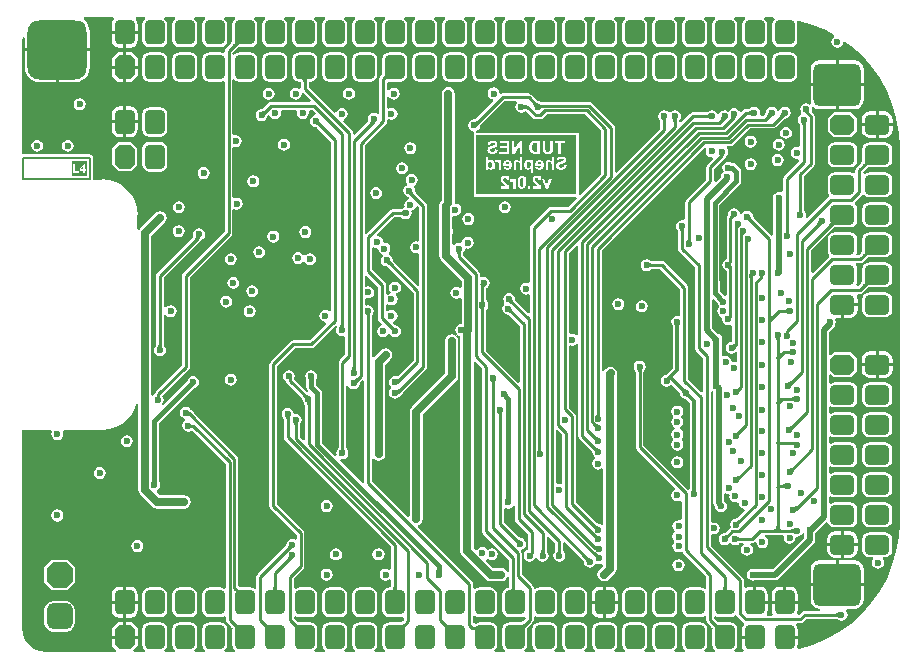
<source format=gbr>
%TF.GenerationSoftware,Altium Limited,Altium Designer,20.2.6 (244)*%
G04 Layer_Physical_Order=4*
G04 Layer_Color=16711680*
%FSLAX45Y45*%
%MOMM*%
%TF.SameCoordinates,1A285BE7-DF3D-4214-9C7A-F78C9B27F18F*%
%TF.FilePolarity,Positive*%
%TF.FileFunction,Copper,L4,Bot,Signal*%
%TF.Part,Single*%
G01*
G75*
%TA.AperFunction,NonConductor*%
%ADD77C,0.15000*%
%TA.AperFunction,Conductor*%
%ADD78C,0.25000*%
%ADD79C,0.50000*%
%ADD80C,0.40000*%
%ADD81C,0.30000*%
%ADD83C,0.70000*%
%TA.AperFunction,ComponentPad*%
G04:AMPARAMS|DCode=87|XSize=1.7mm|YSize=2.1mm|CornerRadius=0.425mm|HoleSize=0mm|Usage=FLASHONLY|Rotation=0.000|XOffset=0mm|YOffset=0mm|HoleType=Round|Shape=RoundedRectangle|*
%AMROUNDEDRECTD87*
21,1,1.70000,1.25001,0,0,0.0*
21,1,0.85000,2.10000,0,0,0.0*
1,1,0.85000,0.42500,-0.62500*
1,1,0.85000,-0.42500,-0.62500*
1,1,0.85000,-0.42500,0.62500*
1,1,0.85000,0.42500,0.62500*
%
%ADD87ROUNDEDRECTD87*%
G04:AMPARAMS|DCode=88|XSize=1.7mm|YSize=2.1mm|CornerRadius=0mm|HoleSize=0mm|Usage=FLASHONLY|Rotation=0.000|XOffset=0mm|YOffset=0mm|HoleType=Round|Shape=Octagon|*
%AMOCTAGOND88*
4,1,8,-0.42500,1.05000,0.42500,1.05000,0.85000,0.62500,0.85000,-0.62500,0.42500,-1.05000,-0.42500,-1.05000,-0.85000,-0.62500,-0.85000,0.62500,-0.42500,1.05000,0.0*
%
%ADD88OCTAGOND88*%

G04:AMPARAMS|DCode=89|XSize=1.7mm|YSize=2.1mm|CornerRadius=0.425mm|HoleSize=0mm|Usage=FLASHONLY|Rotation=270.000|XOffset=0mm|YOffset=0mm|HoleType=Round|Shape=RoundedRectangle|*
%AMROUNDEDRECTD89*
21,1,1.70000,1.25001,0,0,270.0*
21,1,0.85000,2.10000,0,0,270.0*
1,1,0.85000,-0.62500,-0.42500*
1,1,0.85000,-0.62500,0.42500*
1,1,0.85000,0.62500,0.42500*
1,1,0.85000,0.62500,-0.42500*
%
%ADD89ROUNDEDRECTD89*%
G04:AMPARAMS|DCode=90|XSize=1.7mm|YSize=2.1mm|CornerRadius=0mm|HoleSize=0mm|Usage=FLASHONLY|Rotation=270.000|XOffset=0mm|YOffset=0mm|HoleType=Round|Shape=Octagon|*
%AMOCTAGOND90*
4,1,8,1.05000,0.42500,1.05000,-0.42500,0.62500,-0.85000,-0.62500,-0.85000,-1.05000,-0.42500,-1.05000,0.42500,-0.62500,0.85000,0.62500,0.85000,1.05000,0.42500,0.0*
%
%ADD90OCTAGOND90*%

G04:AMPARAMS|DCode=91|XSize=4mm|YSize=3.6mm|CornerRadius=0.54mm|HoleSize=0mm|Usage=FLASHONLY|Rotation=0.000|XOffset=0mm|YOffset=0mm|HoleType=Round|Shape=RoundedRectangle|*
%AMROUNDEDRECTD91*
21,1,4.00000,2.52000,0,0,0.0*
21,1,2.92000,3.60000,0,0,0.0*
1,1,1.08000,1.46000,-1.26000*
1,1,1.08000,-1.46000,-1.26000*
1,1,1.08000,-1.46000,1.26000*
1,1,1.08000,1.46000,1.26000*
%
%ADD91ROUNDEDRECTD91*%
G04:AMPARAMS|DCode=92|XSize=5mm|YSize=5mm|CornerRadius=1mm|HoleSize=0mm|Usage=FLASHONLY|Rotation=0.000|XOffset=0mm|YOffset=0mm|HoleType=Round|Shape=RoundedRectangle|*
%AMROUNDEDRECTD92*
21,1,5.00000,3.00000,0,0,0.0*
21,1,3.00000,5.00000,0,0,0.0*
1,1,2.00000,1.50000,-1.50000*
1,1,2.00000,-1.50000,-1.50000*
1,1,2.00000,-1.50000,1.50000*
1,1,2.00000,1.50000,1.50000*
%
%ADD92ROUNDEDRECTD92*%
G04:AMPARAMS|DCode=93|XSize=2.2mm|YSize=2.2mm|CornerRadius=0mm|HoleSize=0mm|Usage=FLASHONLY|Rotation=270.000|XOffset=0mm|YOffset=0mm|HoleType=Round|Shape=Octagon|*
%AMOCTAGOND93*
4,1,8,-0.55000,-1.10000,0.55000,-1.10000,1.10000,-0.55000,1.10000,0.55000,0.55000,1.10000,-0.55000,1.10000,-1.10000,0.55000,-1.10000,-0.55000,-0.55000,-1.10000,0.0*
%
%ADD93OCTAGOND93*%

G04:AMPARAMS|DCode=94|XSize=2.2mm|YSize=2.2mm|CornerRadius=0.55mm|HoleSize=0mm|Usage=FLASHONLY|Rotation=270.000|XOffset=0mm|YOffset=0mm|HoleType=Round|Shape=RoundedRectangle|*
%AMROUNDEDRECTD94*
21,1,2.20000,1.10000,0,0,270.0*
21,1,1.10000,2.20000,0,0,270.0*
1,1,1.10000,-0.55000,-0.55000*
1,1,1.10000,-0.55000,0.55000*
1,1,1.10000,0.55000,0.55000*
1,1,1.10000,0.55000,-0.55000*
%
%ADD94ROUNDEDRECTD94*%
%TA.AperFunction,ViaPad*%
%ADD95C,0.60000*%
%ADD96C,1.20000*%
G36*
X2999174Y5186581D02*
X2997295Y5188011D01*
X2995142Y5188818D01*
X2992714Y5189002D01*
X2990011Y5188564D01*
X2987034Y5187502D01*
X2983782Y5185817D01*
X2980255Y5183510D01*
X2976454Y5180579D01*
X2972378Y5177026D01*
X2968028Y5172850D01*
X2950350Y5190527D01*
X2954526Y5194878D01*
X2961010Y5202755D01*
X2963318Y5206281D01*
X2965002Y5209533D01*
X2966064Y5212511D01*
X2966503Y5215213D01*
X2966318Y5217642D01*
X2965511Y5219795D01*
X2964081Y5221674D01*
X2999174Y5186581D01*
D02*
G37*
G36*
X7493002Y5417006D02*
Y5417006D01*
X7507894Y5416745D01*
X7531426Y5415423D01*
X7535591Y5400165D01*
X7532440Y5398060D01*
X7518626Y5377387D01*
X7513776Y5353000D01*
Y5228000D01*
X7518626Y5203613D01*
X7532440Y5182940D01*
X7553114Y5169126D01*
X7577500Y5164275D01*
X7662500D01*
X7686886Y5169126D01*
X7707560Y5182940D01*
X7721374Y5203613D01*
X7726224Y5228000D01*
Y5353000D01*
X7721374Y5377387D01*
X7720301Y5378992D01*
X7728459Y5391580D01*
X7737693Y5390011D01*
X7856187Y5355873D01*
X7970114Y5308683D01*
X8039790Y5270174D01*
X8039364Y5253271D01*
X8028554Y5246048D01*
X8017503Y5229509D01*
X8013622Y5210001D01*
X8017503Y5190492D01*
X8028554Y5173953D01*
X8045093Y5162902D01*
X8064602Y5159021D01*
X8084111Y5162902D01*
X8100650Y5173953D01*
X8111701Y5190492D01*
X8114536Y5204747D01*
X8129162Y5212761D01*
X8178610Y5177676D01*
X8270558Y5095506D01*
X8352728Y5003559D01*
X8424085Y4902989D01*
X8483734Y4795062D01*
X8530925Y4681135D01*
X8565062Y4562641D01*
X8585718Y4441070D01*
X8592505Y4320213D01*
X8592056Y4317954D01*
Y1143246D01*
X8592006Y1142998D01*
X8592006D01*
X8591745Y1128106D01*
X8585667Y1019879D01*
X8565011Y898307D01*
X8530873Y779813D01*
X8483683Y665886D01*
X8424034Y557960D01*
X8352676Y457390D01*
X8270506Y365442D01*
X8178559Y283272D01*
X8077989Y211915D01*
X7970062Y152266D01*
X7856135Y105075D01*
X7737641Y70938D01*
X7735864Y70636D01*
X7727026Y84349D01*
X7731730Y108000D01*
Y157800D01*
X7620000D01*
Y183200D01*
X7731730D01*
Y233000D01*
X7726460Y259494D01*
X7718195Y271864D01*
X7726212Y286864D01*
X7750000D01*
X7762681Y289386D01*
X7773431Y296569D01*
X7803726Y326863D01*
X8051881D01*
X8054123Y325860D01*
X8056503Y325794D01*
X8058037Y325658D01*
X8059314Y325461D01*
X8060349Y325224D01*
X8061163Y324970D01*
X8061774Y324724D01*
X8062231Y324491D01*
X8062570Y324277D01*
X8062847Y324064D01*
X8063842Y323140D01*
X8066830Y322029D01*
X8080491Y312901D01*
X8100000Y309020D01*
X8119509Y312901D01*
X8136048Y323952D01*
X8147099Y340491D01*
X8150980Y360000D01*
X8147099Y379509D01*
X8138055Y393045D01*
X8141619Y403773D01*
X8144699Y408045D01*
X8210500D01*
X8241480Y414207D01*
X8267744Y431756D01*
X8285293Y458020D01*
X8291455Y489000D01*
Y602300D01*
X7837545D01*
Y489000D01*
X7843707Y458020D01*
X7861256Y431756D01*
X7887520Y414207D01*
X7918500Y408045D01*
X7918278Y393137D01*
X7790000D01*
X7777319Y390614D01*
X7766569Y383431D01*
X7740894Y357756D01*
X7733205Y358601D01*
X7725792Y374507D01*
X7726460Y375506D01*
X7731730Y402000D01*
Y451800D01*
X7508270D01*
Y402000D01*
X7513540Y375506D01*
X7519648Y366366D01*
X7512577Y353137D01*
X7473423D01*
X7466352Y366366D01*
X7472460Y375506D01*
X7477730Y402000D01*
Y451800D01*
X7366000D01*
Y464500D01*
X7353300D01*
Y596230D01*
X7323500D01*
X7297007Y590960D01*
X7288137Y585034D01*
X7273137Y593051D01*
Y650000D01*
X7270614Y662681D01*
X7263431Y673431D01*
X6993137Y943725D01*
Y1031366D01*
X7008137Y1041908D01*
X7019342Y1039679D01*
X7038851Y1043560D01*
X7055389Y1054611D01*
X7066441Y1071149D01*
X7070321Y1090658D01*
X7066441Y1110167D01*
X7055389Y1126706D01*
X7038851Y1137757D01*
X7019342Y1141638D01*
X7008137Y1139409D01*
X6993137Y1149950D01*
Y2243728D01*
X7008137Y2251691D01*
X7014119Y2247645D01*
Y1951331D01*
X7012901Y1949509D01*
X7009021Y1930000D01*
X7012901Y1910491D01*
X7014119Y1908669D01*
Y1591331D01*
X7012901Y1589509D01*
X7009021Y1570000D01*
X7012901Y1550491D01*
X7014119Y1548669D01*
Y1302706D01*
X7017611Y1285148D01*
X7027557Y1270263D01*
X7031802Y1266018D01*
X7032901Y1260491D01*
X7043952Y1243952D01*
X7060491Y1232901D01*
X7080000Y1229020D01*
X7099509Y1232901D01*
X7116048Y1243952D01*
X7127099Y1260491D01*
X7130980Y1280000D01*
X7127099Y1299509D01*
X7116048Y1316048D01*
X7105882Y1322841D01*
Y1381304D01*
X7120882Y1389322D01*
X7130491Y1382901D01*
X7150000Y1379020D01*
X7152303Y1376717D01*
X7149304Y1361640D01*
X7153185Y1342131D01*
X7164236Y1325592D01*
X7180775Y1314541D01*
X7200284Y1310660D01*
X7214935Y1313574D01*
X7224223Y1309569D01*
X7229869Y1303233D01*
X7232901Y1287991D01*
X7243952Y1271452D01*
X7260491Y1260401D01*
X7275146Y1257486D01*
X7281578Y1242704D01*
X7219271Y1180398D01*
X7216970Y1179516D01*
X7215222Y1177860D01*
X7213997Y1176825D01*
X7212890Y1176002D01*
X7211911Y1175373D01*
X7211071Y1174916D01*
X7210355Y1174595D01*
X7209757Y1174384D01*
X7209251Y1174252D01*
X7208800Y1174177D01*
X7207403Y1174070D01*
X7203807Y1172248D01*
X7190491Y1169599D01*
X7173952Y1158548D01*
X7162901Y1142009D01*
X7159020Y1122500D01*
X7162901Y1102992D01*
X7153653Y1089832D01*
X7151557Y1088431D01*
X7120580Y1057455D01*
X7118287Y1056579D01*
X7116557Y1054944D01*
X7115375Y1053954D01*
X7114332Y1053190D01*
X7113430Y1052625D01*
X7112679Y1052230D01*
X7112073Y1051973D01*
X7111584Y1051814D01*
X7111192Y1051725D01*
X7110847Y1051680D01*
X7109491Y1051630D01*
X7106593Y1050303D01*
X7090477Y1047097D01*
X7073938Y1036046D01*
X7062887Y1019507D01*
X7059006Y999998D01*
X7062887Y980489D01*
X7073938Y963950D01*
X7090477Y952899D01*
X7109986Y949018D01*
X7129495Y952899D01*
X7146034Y963950D01*
X7147494Y966135D01*
X7162493D01*
X7163952Y963952D01*
X7180491Y952901D01*
X7200000Y949020D01*
X7219509Y952901D01*
X7233170Y962029D01*
X7236158Y963140D01*
X7237154Y964065D01*
X7237428Y964276D01*
X7237770Y964491D01*
X7238227Y964724D01*
X7238838Y964971D01*
X7239650Y965223D01*
X7240687Y965461D01*
X7241962Y965658D01*
X7243501Y965794D01*
X7245879Y965861D01*
X7248119Y966863D01*
X7268105D01*
X7272656Y951863D01*
X7263952Y946048D01*
X7252901Y929509D01*
X7249020Y910000D01*
X7252901Y890491D01*
X7263952Y873952D01*
X7280491Y862901D01*
X7300000Y859020D01*
X7319509Y862901D01*
X7336048Y873952D01*
X7347099Y890491D01*
X7350979Y910000D01*
X7347099Y929509D01*
X7336048Y946048D01*
X7327344Y951863D01*
X7331895Y966863D01*
X7340000D01*
X7352681Y969386D01*
X7363431Y976569D01*
X7364388Y977526D01*
X7370006Y976556D01*
X7379693Y971618D01*
X7382901Y955491D01*
X7393952Y938952D01*
X7410491Y927901D01*
X7430000Y924020D01*
X7449509Y927901D01*
X7466048Y938952D01*
X7477099Y955491D01*
X7480979Y975000D01*
X7477099Y994509D01*
X7466048Y1011048D01*
X7449509Y1022099D01*
X7452170Y1036863D01*
X7554873D01*
X7555755Y1036273D01*
X7558740Y1036863D01*
X7561260D01*
X7564246Y1036273D01*
X7565128Y1036863D01*
X7601134D01*
X7611365Y1021863D01*
X7609005Y1009998D01*
X7612886Y990489D01*
X7623937Y973950D01*
X7640476Y962899D01*
X7659985Y959018D01*
X7679494Y962899D01*
X7696033Y973950D01*
X7707084Y990489D01*
X7710107Y1005689D01*
X7719985Y1019018D01*
X7739494Y1022899D01*
X7756032Y1033950D01*
X7762544Y1043695D01*
X7779649Y1048852D01*
X7781991Y1048547D01*
X7784119Y1047088D01*
Y1009005D01*
X7520995Y745882D01*
X7371331D01*
X7369509Y747099D01*
X7350000Y750980D01*
X7330491Y747099D01*
X7313952Y736048D01*
X7302901Y719509D01*
X7299020Y700000D01*
X7302901Y680491D01*
X7313952Y663952D01*
X7330491Y652901D01*
X7350000Y649021D01*
X7369509Y652901D01*
X7371331Y654119D01*
X7540000D01*
X7557558Y657611D01*
X7572443Y667557D01*
X7862443Y957557D01*
X7872389Y972442D01*
X7875882Y990000D01*
Y1050995D01*
X7970248Y1145362D01*
X7986525Y1140425D01*
X7986626Y1139914D01*
X8000440Y1119240D01*
X8021113Y1105426D01*
X8045500Y1100576D01*
X8170500D01*
X8194887Y1105426D01*
X8215560Y1119240D01*
X8229374Y1139914D01*
X8234225Y1164300D01*
Y1249300D01*
X8229374Y1273686D01*
X8215560Y1294360D01*
X8194887Y1308174D01*
X8170500Y1313024D01*
X8045500D01*
X8021113Y1308174D01*
X8010882Y1301337D01*
X7995882Y1309355D01*
Y1358245D01*
X8010882Y1366263D01*
X8021113Y1359426D01*
X8045500Y1354576D01*
X8170500D01*
X8194887Y1359426D01*
X8215560Y1373240D01*
X8229374Y1393914D01*
X8234225Y1418300D01*
Y1503300D01*
X8229374Y1527686D01*
X8215560Y1548360D01*
X8194887Y1562174D01*
X8170500Y1567024D01*
X8045500D01*
X8021113Y1562174D01*
X8010882Y1555337D01*
X7995882Y1563355D01*
Y1612245D01*
X8010882Y1620263D01*
X8021113Y1613426D01*
X8045500Y1608576D01*
X8170500D01*
X8194887Y1613426D01*
X8215560Y1627240D01*
X8229374Y1647914D01*
X8234225Y1672300D01*
Y1757300D01*
X8229374Y1781686D01*
X8215560Y1802360D01*
X8194887Y1816174D01*
X8170500Y1821024D01*
X8045500D01*
X8021113Y1816174D01*
X8010882Y1809337D01*
X7995882Y1817355D01*
Y1866245D01*
X8010882Y1874263D01*
X8021113Y1867426D01*
X8045500Y1862576D01*
X8170500D01*
X8194887Y1867426D01*
X8215560Y1881240D01*
X8229374Y1901914D01*
X8234225Y1926300D01*
Y2011300D01*
X8229374Y2035686D01*
X8215560Y2056360D01*
X8194887Y2070174D01*
X8170500Y2075024D01*
X8045500D01*
X8021113Y2070174D01*
X8010882Y2063337D01*
X7995882Y2071355D01*
Y2120245D01*
X8010882Y2128263D01*
X8021113Y2121426D01*
X8045500Y2116576D01*
X8170500D01*
X8194887Y2121426D01*
X8215560Y2135240D01*
X8229374Y2155914D01*
X8234225Y2180300D01*
Y2265300D01*
X8229374Y2289686D01*
X8215560Y2310360D01*
X8194887Y2324174D01*
X8170500Y2329024D01*
X8045500D01*
X8021113Y2324174D01*
X8010882Y2317337D01*
X7995882Y2325355D01*
Y2391820D01*
X8009740Y2397560D01*
X8035500Y2371800D01*
X8180500D01*
X8233000Y2424300D01*
Y2529300D01*
X8180500Y2581800D01*
X8035500D01*
X8009740Y2556040D01*
X7995882Y2561780D01*
Y2750995D01*
X8032443Y2787557D01*
X8042389Y2802442D01*
X8045505Y2818105D01*
X8047099Y2820491D01*
X8050980Y2840000D01*
X8047385Y2858070D01*
X8047818Y2860595D01*
X8056078Y2873070D01*
X8095300D01*
Y2984800D01*
X8108000D01*
Y2997500D01*
X8239730D01*
Y3027300D01*
X8234461Y3053793D01*
X8229068Y3061863D01*
X8237086Y3076863D01*
X8253200D01*
X8265881Y3079386D01*
X8276631Y3086569D01*
X8314684Y3124622D01*
X8317019Y3125534D01*
X8320993Y3129348D01*
X8324190Y3132135D01*
X8326809Y3134154D01*
X8327917Y3134879D01*
X8330385Y3134389D01*
X8333174Y3133234D01*
X8334153Y3133639D01*
X8339500Y3132576D01*
X8464500D01*
X8488887Y3137426D01*
X8509560Y3151240D01*
X8523374Y3171914D01*
X8528224Y3196300D01*
Y3281300D01*
X8523374Y3305686D01*
X8509560Y3326360D01*
X8488887Y3340174D01*
X8464500Y3345024D01*
X8339500D01*
X8315113Y3340174D01*
X8294440Y3326360D01*
X8280626Y3305686D01*
X8275775Y3281300D01*
Y3196300D01*
X8276839Y3190954D01*
X8276433Y3189974D01*
X8277588Y3187184D01*
X8278079Y3184718D01*
X8277543Y3183898D01*
X8272337Y3177573D01*
X8268734Y3173820D01*
X8267821Y3171483D01*
X8241875Y3145537D01*
X8228214Y3146845D01*
X8221504Y3160136D01*
X8229374Y3171914D01*
X8234225Y3196300D01*
Y3281300D01*
X8229374Y3305686D01*
X8218565Y3321864D01*
X8224784Y3336864D01*
X8259200D01*
X8271881Y3339386D01*
X8282631Y3346569D01*
X8314684Y3378622D01*
X8317019Y3379534D01*
X8320993Y3383348D01*
X8324190Y3386135D01*
X8326809Y3388154D01*
X8327917Y3388879D01*
X8330385Y3388389D01*
X8333174Y3387234D01*
X8334153Y3387639D01*
X8339500Y3386576D01*
X8464500D01*
X8488887Y3391426D01*
X8509560Y3405240D01*
X8523374Y3425914D01*
X8528224Y3450300D01*
Y3535300D01*
X8523374Y3559686D01*
X8509560Y3580360D01*
X8488887Y3594174D01*
X8464500Y3599024D01*
X8339500D01*
X8315113Y3594174D01*
X8294440Y3580360D01*
X8280626Y3559686D01*
X8275775Y3535300D01*
Y3450300D01*
X8276839Y3444954D01*
X8276433Y3443974D01*
X8277588Y3441184D01*
X8278079Y3438718D01*
X8277543Y3437898D01*
X8272337Y3431573D01*
X8268734Y3427820D01*
X8267821Y3425483D01*
X8246063Y3403724D01*
X8231226Y3404950D01*
X8224178Y3418137D01*
X8229374Y3425914D01*
X8234225Y3450300D01*
Y3535300D01*
X8229374Y3559686D01*
X8215560Y3580360D01*
X8194887Y3594174D01*
X8170500Y3599024D01*
X8045500D01*
X8021113Y3594174D01*
X8000440Y3580360D01*
X7986626Y3559686D01*
X7981776Y3535300D01*
Y3450300D01*
X7986626Y3425914D01*
X7996367Y3411336D01*
X7996629Y3410871D01*
X7996579Y3396318D01*
X7994384Y3391246D01*
X7856994Y3253857D01*
X7843136Y3259597D01*
Y3446275D01*
X8026909Y3630047D01*
X8029246Y3630960D01*
X8033279Y3634833D01*
X8036580Y3637720D01*
X8039372Y3639891D01*
X8041543Y3641339D01*
X8041574Y3641356D01*
X8045500Y3640576D01*
X8170500D01*
X8194887Y3645426D01*
X8215560Y3659240D01*
X8229374Y3679914D01*
X8234225Y3704300D01*
Y3789300D01*
X8229374Y3813686D01*
X8215560Y3834360D01*
X8213955Y3835433D01*
X8212502Y3854444D01*
X8273431Y3915373D01*
X8274203Y3916528D01*
X8292243D01*
X8294440Y3913240D01*
X8315113Y3899426D01*
X8339500Y3894576D01*
X8464500D01*
X8488887Y3899426D01*
X8509560Y3913240D01*
X8523374Y3933914D01*
X8528224Y3958300D01*
Y4043300D01*
X8523374Y4067686D01*
X8509560Y4088360D01*
X8488887Y4102174D01*
X8464500Y4107024D01*
X8339500D01*
X8315113Y4102174D01*
X8299478Y4091726D01*
X8285846Y4097379D01*
X8284365Y4110302D01*
X8314684Y4140622D01*
X8317019Y4141534D01*
X8320993Y4145348D01*
X8324190Y4148135D01*
X8326809Y4150154D01*
X8327917Y4150879D01*
X8330385Y4150389D01*
X8333174Y4149234D01*
X8334153Y4149639D01*
X8339500Y4148576D01*
X8464500D01*
X8488887Y4153426D01*
X8509560Y4167240D01*
X8523374Y4187914D01*
X8528224Y4212300D01*
Y4297300D01*
X8523374Y4321686D01*
X8509560Y4342360D01*
X8488887Y4356174D01*
X8464500Y4361024D01*
X8339500D01*
X8315113Y4356174D01*
X8294440Y4342360D01*
X8280626Y4321686D01*
X8275775Y4297300D01*
Y4212300D01*
X8276839Y4206954D01*
X8276433Y4205974D01*
X8277588Y4203184D01*
X8278079Y4200718D01*
X8277543Y4199898D01*
X8272337Y4193573D01*
X8268734Y4189820D01*
X8267821Y4187483D01*
X8226569Y4146231D01*
X8219386Y4135481D01*
X8216863Y4122800D01*
Y4105530D01*
X8201863Y4097512D01*
X8194887Y4102174D01*
X8170500Y4107024D01*
X8045500D01*
X8021113Y4102174D01*
X8000440Y4088360D01*
X7986626Y4067686D01*
X7981776Y4043300D01*
Y3958300D01*
X7986626Y3933914D01*
X7998500Y3916143D01*
X7998004Y3909618D01*
X7996775Y3903907D01*
X7994828Y3898950D01*
X7986569Y3893431D01*
X7812086Y3718948D01*
X7798262Y3726337D01*
X7800980Y3740000D01*
X7797099Y3759509D01*
X7787971Y3773170D01*
X7786860Y3776158D01*
X7785935Y3777153D01*
X7785724Y3777428D01*
X7785509Y3777770D01*
X7785276Y3778227D01*
X7785029Y3778838D01*
X7784777Y3779650D01*
X7784539Y3780686D01*
X7784342Y3781962D01*
X7784206Y3783497D01*
X7784140Y3785877D01*
X7783137Y3788119D01*
Y4076275D01*
X7863431Y4156569D01*
X7870614Y4167319D01*
X7873137Y4180000D01*
Y4580000D01*
X7870614Y4592681D01*
X7863431Y4603431D01*
X7850426Y4616437D01*
X7850028Y4617968D01*
X7848974Y4618589D01*
X7848543Y4619733D01*
X7847227Y4621137D01*
X7850979Y4640000D01*
X7847825Y4655857D01*
X7859318Y4661760D01*
X7861822Y4662378D01*
X7887520Y4645207D01*
X7918500Y4639045D01*
X8051800D01*
Y4833300D01*
X7837545D01*
Y4720000D01*
X7843707Y4689020D01*
X7843766Y4688931D01*
X7832952Y4678117D01*
X7819509Y4687099D01*
X7800000Y4690980D01*
X7780491Y4687099D01*
X7763952Y4676048D01*
X7752901Y4659509D01*
X7749020Y4640000D01*
X7752901Y4620491D01*
X7758568Y4612010D01*
X7760168Y4599601D01*
X7754527Y4593114D01*
X7743952Y4586048D01*
X7732901Y4569509D01*
X7729020Y4550000D01*
X7732901Y4530491D01*
X7742029Y4516830D01*
X7743140Y4513842D01*
X7744065Y4512846D01*
X7744276Y4512572D01*
X7744491Y4512230D01*
X7744724Y4511773D01*
X7744971Y4511162D01*
X7745223Y4510350D01*
X7745461Y4509314D01*
X7745658Y4508038D01*
X7745794Y4506503D01*
X7745860Y4504123D01*
X7746863Y4501881D01*
Y4328852D01*
X7731863Y4318620D01*
X7720000Y4320980D01*
X7700491Y4317099D01*
X7683952Y4306048D01*
X7672901Y4289509D01*
X7669020Y4270000D01*
X7672901Y4250491D01*
X7683952Y4233952D01*
X7700491Y4222901D01*
X7720000Y4219021D01*
X7726849Y4220383D01*
X7740366Y4210394D01*
X7741292Y4198154D01*
X7616569Y4073431D01*
X7609386Y4062681D01*
X7606863Y4050000D01*
Y3943544D01*
X7591863Y3935526D01*
X7589509Y3937099D01*
X7570000Y3940980D01*
X7550491Y3937099D01*
X7533952Y3926048D01*
X7522901Y3909509D01*
X7519021Y3890000D01*
X7522210Y3873964D01*
Y3575865D01*
X7507210Y3569651D01*
X7357457Y3719405D01*
X7356581Y3721699D01*
X7354946Y3723429D01*
X7353956Y3724610D01*
X7353192Y3725654D01*
X7352626Y3726555D01*
X7352232Y3727306D01*
X7351975Y3727913D01*
X7351816Y3728401D01*
X7351727Y3728794D01*
X7351682Y3729138D01*
X7351632Y3730495D01*
X7350305Y3733393D01*
X7347099Y3749509D01*
X7336048Y3766048D01*
X7319509Y3777099D01*
X7300000Y3780979D01*
X7280491Y3777099D01*
X7263952Y3766048D01*
X7255575Y3753511D01*
X7239924Y3755306D01*
X7237099Y3769509D01*
X7226048Y3786048D01*
X7209509Y3797099D01*
X7190000Y3800980D01*
X7170491Y3797099D01*
X7153952Y3786048D01*
X7142901Y3769509D01*
X7139021Y3750000D01*
X7139741Y3746378D01*
X7137223Y3743411D01*
X7135649Y3741794D01*
X7133788Y3737125D01*
X7129386Y3730536D01*
X7126863Y3717855D01*
Y3369422D01*
X7121808Y3368416D01*
X7105269Y3357365D01*
X7094218Y3340826D01*
X7090337Y3321317D01*
X7094218Y3301808D01*
X7105269Y3285269D01*
X7121808Y3274218D01*
X7125859Y3273412D01*
X7125862Y3273324D01*
X7126794Y3271248D01*
X7126428Y3269002D01*
X7126863Y3268397D01*
Y3068852D01*
X7111863Y3058620D01*
X7111229Y3058746D01*
X7100082Y3068775D01*
X7098256Y3069420D01*
X7070769Y3096907D01*
Y3178089D01*
X7070770Y3178090D01*
X7067665Y3193698D01*
X7065769Y3196535D01*
Y3828093D01*
X7238838Y4001162D01*
X7247679Y4014393D01*
X7250784Y4030000D01*
X7250784Y4030001D01*
Y4109999D01*
X7250784Y4110000D01*
X7247679Y4125607D01*
X7238838Y4138838D01*
X7238838Y4138839D01*
X7204814Y4172863D01*
X7191583Y4181703D01*
X7175976Y4184808D01*
X7175974Y4184808D01*
X7171497D01*
X7162226Y4191002D01*
X7142717Y4194883D01*
X7123209Y4191002D01*
X7106670Y4179951D01*
X7095619Y4163412D01*
X7091738Y4143903D01*
X7095619Y4124394D01*
X7103578Y4112481D01*
X7093938Y4106040D01*
X7082887Y4089501D01*
X7079006Y4069992D01*
X7080018Y4064904D01*
X7036771Y4021657D01*
X7022947Y4029047D01*
X7023137Y4030000D01*
Y4136275D01*
X7100328Y4213466D01*
X7103096Y4215012D01*
X7107699Y4220836D01*
X7113431Y4226569D01*
X7120018Y4236427D01*
X7124728Y4242388D01*
X7124967Y4243230D01*
X7126048Y4243952D01*
X7137099Y4260491D01*
X7140980Y4280000D01*
X7137099Y4299509D01*
X7128844Y4311863D01*
X7134806Y4326863D01*
X7160000D01*
X7172681Y4329386D01*
X7183431Y4336569D01*
X7323726Y4476864D01*
X7520000D01*
X7532681Y4479386D01*
X7543431Y4486569D01*
X7609405Y4552543D01*
X7611699Y4553419D01*
X7613429Y4555054D01*
X7614610Y4556044D01*
X7615654Y4556807D01*
X7616556Y4557373D01*
X7617306Y4557768D01*
X7617913Y4558025D01*
X7618402Y4558184D01*
X7618794Y4558273D01*
X7619138Y4558318D01*
X7620495Y4558368D01*
X7623393Y4559695D01*
X7639509Y4562901D01*
X7656048Y4573952D01*
X7667099Y4590491D01*
X7670980Y4610000D01*
X7667099Y4629509D01*
X7656048Y4646048D01*
X7639509Y4657099D01*
X7620000Y4660980D01*
X7600491Y4657099D01*
X7583952Y4646048D01*
X7572901Y4629509D01*
X7572647Y4628232D01*
X7557353D01*
X7557099Y4629509D01*
X7546048Y4646048D01*
X7529509Y4657099D01*
X7510000Y4660980D01*
X7490491Y4657099D01*
X7473952Y4646048D01*
X7462901Y4629509D01*
X7459695Y4613393D01*
X7458368Y4610495D01*
X7458318Y4609138D01*
X7458273Y4608794D01*
X7458184Y4608402D01*
X7458025Y4607913D01*
X7457768Y4607306D01*
X7457374Y4606556D01*
X7456807Y4605653D01*
X7456045Y4604612D01*
X7455057Y4603431D01*
X7453419Y4601699D01*
X7452543Y4599405D01*
X7436275Y4583137D01*
X7418852D01*
X7408620Y4598137D01*
X7410980Y4610000D01*
X7407099Y4629509D01*
X7396048Y4646048D01*
X7379509Y4657099D01*
X7360000Y4660980D01*
X7340491Y4657099D01*
X7326830Y4647971D01*
X7323842Y4646860D01*
X7322846Y4645935D01*
X7322572Y4645724D01*
X7322230Y4645509D01*
X7321773Y4645276D01*
X7321162Y4645029D01*
X7320350Y4644777D01*
X7319314Y4644539D01*
X7318038Y4644342D01*
X7316499Y4644206D01*
X7314121Y4644139D01*
X7311881Y4643137D01*
X7290000D01*
X7277319Y4640614D01*
X7266569Y4633431D01*
X7251464Y4618326D01*
X7234830Y4622905D01*
X7226048Y4636048D01*
X7209509Y4647099D01*
X7190000Y4650980D01*
X7170491Y4647099D01*
X7153952Y4636048D01*
X7142901Y4619509D01*
X7141646Y4618989D01*
X7129509Y4627099D01*
X7110000Y4630980D01*
X7090491Y4627099D01*
X7073952Y4616048D01*
X7062901Y4599509D01*
X7062647Y4598232D01*
X7047353D01*
X7047099Y4599509D01*
X7036048Y4616048D01*
X7019509Y4627099D01*
X7000000Y4630980D01*
X6980491Y4627099D01*
X6966830Y4617971D01*
X6963842Y4616860D01*
X6962846Y4615935D01*
X6962572Y4615724D01*
X6962230Y4615509D01*
X6961773Y4615276D01*
X6961162Y4615029D01*
X6960350Y4614777D01*
X6959313Y4614539D01*
X6958038Y4614342D01*
X6956499Y4614206D01*
X6954121Y4614139D01*
X6951881Y4613137D01*
X6840000D01*
X6827319Y4610614D01*
X6816569Y4603431D01*
X6740496Y4527358D01*
X6728688Y4533915D01*
X6726860Y4543842D01*
X6727971Y4546830D01*
X6737099Y4560491D01*
X6740980Y4580000D01*
X6737099Y4599509D01*
X6726048Y4616048D01*
X6709509Y4627099D01*
X6690000Y4630980D01*
X6670491Y4627099D01*
X6654046Y4616111D01*
X6650564Y4613875D01*
X6639436D01*
X6635954Y4616111D01*
X6619509Y4627099D01*
X6600000Y4630980D01*
X6580491Y4627099D01*
X6563952Y4616048D01*
X6552901Y4599509D01*
X6549020Y4580000D01*
X6552901Y4560491D01*
X6562029Y4546830D01*
X6563140Y4543842D01*
X6564065Y4542846D01*
X6564276Y4542572D01*
X6564491Y4542230D01*
X6564724Y4541773D01*
X6564971Y4541162D01*
X6565223Y4540350D01*
X6565461Y4539314D01*
X6565658Y4538038D01*
X6565794Y4536499D01*
X6565861Y4534121D01*
X6566863Y4531881D01*
Y4473726D01*
X6196994Y4103857D01*
X6183136Y4109597D01*
Y4480000D01*
X6180614Y4492681D01*
X6173431Y4503432D01*
X5983431Y4693431D01*
X5972681Y4700614D01*
X5960000Y4703137D01*
X5562145D01*
X5556977Y4702109D01*
X5549509Y4707099D01*
X5533393Y4710305D01*
X5530495Y4711632D01*
X5529139Y4711682D01*
X5528794Y4711727D01*
X5528402Y4711816D01*
X5527913Y4711975D01*
X5527306Y4712232D01*
X5526556Y4712626D01*
X5525653Y4713193D01*
X5524612Y4713955D01*
X5523432Y4714943D01*
X5521699Y4716581D01*
X5519406Y4717457D01*
X5473431Y4763431D01*
X5462681Y4770614D01*
X5450000Y4773137D01*
X5230000D01*
X5219423Y4771033D01*
X5216141Y4771403D01*
X5203832Y4779643D01*
X5201346Y4792144D01*
X5190295Y4808683D01*
X5173756Y4819734D01*
X5154247Y4823614D01*
X5134738Y4819734D01*
X5118199Y4808683D01*
X5107148Y4792144D01*
X5103267Y4772635D01*
X5107148Y4753126D01*
X5118199Y4736587D01*
X5134738Y4725536D01*
X5145350Y4723425D01*
X5150287Y4707149D01*
X5002736Y4559598D01*
X5000666Y4558894D01*
X5000484Y4558525D01*
X5000100Y4558379D01*
X4998388Y4556765D01*
X4997270Y4555838D01*
X4996312Y4555150D01*
X4995527Y4554674D01*
X4994913Y4554368D01*
X4994464Y4554191D01*
X4994154Y4554102D01*
X4993940Y4554063D01*
X4993757Y4554048D01*
X4992484Y4554072D01*
X4990644Y4553352D01*
X4990000Y4553480D01*
X4970491Y4549599D01*
X4953952Y4538548D01*
X4942901Y4522009D01*
X4939020Y4502500D01*
X4942901Y4482991D01*
X4953952Y4466452D01*
X4970491Y4455401D01*
X4979984Y4453513D01*
X4984999Y4440000D01*
X4985000Y4440000D01*
X4985000Y4440000D01*
Y3900000D01*
X5853540D01*
X5859280Y3886142D01*
X5786275Y3813137D01*
X5638683D01*
X5626002Y3810614D01*
X5615252Y3803431D01*
X5469069Y3657248D01*
X5461886Y3646498D01*
X5459363Y3633817D01*
Y3177182D01*
X5444363Y3168123D01*
X5430000Y3170980D01*
X5410491Y3167099D01*
X5393952Y3156048D01*
X5382901Y3139509D01*
X5379020Y3120000D01*
X5382901Y3100491D01*
X5393952Y3083952D01*
X5410491Y3072901D01*
X5430000Y3069021D01*
X5444363Y3071878D01*
X5459363Y3062818D01*
Y2918414D01*
X5445505Y2912674D01*
X5342707Y3015472D01*
X5342581Y3016233D01*
X5340777Y3017524D01*
X5339995Y3019599D01*
X5338422Y3021276D01*
X5337618Y3022264D01*
X5337099Y3023016D01*
X5336854Y3023446D01*
X5336928Y3023905D01*
X5336023Y3027693D01*
X5337228Y3033751D01*
X5333348Y3053260D01*
X5322297Y3069799D01*
X5305758Y3080850D01*
X5286249Y3084731D01*
X5266740Y3080850D01*
X5250201Y3069799D01*
X5239150Y3053260D01*
X5235269Y3033751D01*
X5239150Y3014242D01*
X5245323Y3005004D01*
X5243979Y2986420D01*
X5242931Y2984520D01*
X5232901Y2969509D01*
X5229021Y2950000D01*
X5232901Y2930491D01*
X5243952Y2913952D01*
X5260491Y2902901D01*
X5276607Y2899695D01*
X5279505Y2898368D01*
X5280861Y2898318D01*
X5281206Y2898273D01*
X5281599Y2898184D01*
X5282085Y2898026D01*
X5282693Y2897768D01*
X5283447Y2897372D01*
X5284348Y2896806D01*
X5285387Y2896046D01*
X5286570Y2895055D01*
X5288300Y2893419D01*
X5290594Y2892543D01*
X5376864Y2806274D01*
Y2329597D01*
X5363006Y2323857D01*
X5093137Y2593726D01*
Y2931883D01*
X5094139Y2934123D01*
X5094206Y2936502D01*
X5094342Y2938040D01*
X5094539Y2939316D01*
X5094776Y2940352D01*
X5095030Y2941165D01*
X5095277Y2941776D01*
X5095509Y2942233D01*
X5095723Y2942573D01*
X5095936Y2942850D01*
X5096860Y2943845D01*
X5097971Y2946833D01*
X5107099Y2960494D01*
X5110980Y2980003D01*
X5107099Y2999512D01*
X5097971Y3013173D01*
X5096860Y3016161D01*
X5095935Y3017156D01*
X5095724Y3017431D01*
X5095509Y3017773D01*
X5095276Y3018230D01*
X5095029Y3018841D01*
X5094777Y3019653D01*
X5094539Y3020689D01*
X5094342Y3021965D01*
X5094206Y3023504D01*
X5094139Y3025882D01*
X5093137Y3028122D01*
Y3119187D01*
X5094136Y3121391D01*
X5094212Y3123680D01*
X5094335Y3124837D01*
X5094470Y3125536D01*
X5094694Y3125830D01*
X5094702Y3125859D01*
X5095590Y3126964D01*
X5106048Y3133952D01*
X5117099Y3150491D01*
X5120980Y3170000D01*
X5117099Y3189509D01*
X5106048Y3206048D01*
X5089509Y3217099D01*
X5070000Y3220980D01*
X5050491Y3217099D01*
X5048865Y3216013D01*
X5035637Y3223083D01*
Y3247500D01*
X5033114Y3260181D01*
X5025931Y3270931D01*
X4893137Y3403725D01*
Y3411880D01*
X4894139Y3414121D01*
X4894206Y3416499D01*
X4894342Y3418037D01*
X4894539Y3419314D01*
X4894776Y3420349D01*
X4895030Y3421163D01*
X4895276Y3421773D01*
X4895509Y3422230D01*
X4895723Y3422570D01*
X4895936Y3422847D01*
X4896860Y3423842D01*
X4897971Y3426830D01*
X4907099Y3440491D01*
X4909188Y3450992D01*
X4914447Y3460449D01*
X4925483Y3461880D01*
X4935771Y3459834D01*
X4955280Y3463714D01*
X4971819Y3474765D01*
X4982870Y3491304D01*
X4986751Y3510813D01*
X4982870Y3530322D01*
X4971819Y3546861D01*
X4955280Y3557912D01*
X4935771Y3561793D01*
X4916262Y3557912D01*
X4899723Y3546861D01*
X4888672Y3530322D01*
X4886584Y3519822D01*
X4881324Y3510364D01*
X4870288Y3508933D01*
X4860000Y3510980D01*
X4840491Y3507099D01*
X4823952Y3496048D01*
X4821068Y3491731D01*
X4806068Y3496281D01*
Y3586187D01*
X4808254Y3589460D01*
X4812135Y3608969D01*
X4808254Y3628478D01*
X4806068Y3631750D01*
Y3729175D01*
X4821068Y3740788D01*
X4829990Y3739013D01*
X4849499Y3742893D01*
X4866038Y3753944D01*
X4877089Y3770483D01*
X4880970Y3789992D01*
X4877089Y3809501D01*
X4866038Y3826040D01*
X4849499Y3837091D01*
X4829991Y3840972D01*
X4826080Y3855488D01*
Y4772500D01*
X4821811Y4793960D01*
X4809655Y4812153D01*
X4791462Y4824309D01*
X4770002Y4828577D01*
X4748542Y4824309D01*
X4730349Y4812153D01*
X4718194Y4793960D01*
X4713925Y4772500D01*
Y3866369D01*
X4710338Y3862782D01*
X4698182Y3844589D01*
X4693913Y3823130D01*
Y3400010D01*
X4698182Y3378550D01*
X4710338Y3360357D01*
X4883923Y3186772D01*
Y3133829D01*
X4868923Y3125812D01*
X4859509Y3132102D01*
X4840000Y3135982D01*
X4820491Y3132102D01*
X4803952Y3121051D01*
X4792901Y3104512D01*
X4789020Y3085003D01*
X4792901Y3065494D01*
X4803952Y3048955D01*
X4820491Y3037904D01*
X4840000Y3034023D01*
X4859509Y3037904D01*
X4868923Y3044194D01*
X4883923Y3036176D01*
Y2824199D01*
X4880000Y2820980D01*
X4860491Y2817099D01*
X4843952Y2806048D01*
X4832901Y2789509D01*
X4829020Y2770000D01*
X4832901Y2750491D01*
X4843952Y2733952D01*
X4834570Y2723049D01*
X4821460Y2731809D01*
X4800000Y2736077D01*
X4778540Y2731809D01*
X4760347Y2719653D01*
X4748191Y2701460D01*
X4743923Y2680000D01*
Y2403228D01*
X4460347Y2119653D01*
X4448191Y2101460D01*
X4443923Y2080000D01*
Y1192538D01*
X4430065Y1186798D01*
X4125637Y1491225D01*
Y1675364D01*
X4138775Y1679815D01*
X4140637Y1680154D01*
X4158540Y1668191D01*
X4180000Y1663923D01*
X4201460Y1668191D01*
X4219653Y1680347D01*
X4231809Y1698540D01*
X4236077Y1720000D01*
Y2476772D01*
X4279653Y2520347D01*
X4291809Y2538540D01*
X4296077Y2560000D01*
X4291809Y2581460D01*
X4279653Y2599653D01*
X4261460Y2611809D01*
X4240000Y2616077D01*
X4218540Y2611809D01*
X4200347Y2599653D01*
X4140637Y2539942D01*
X4139393Y2539976D01*
X4125637Y2544636D01*
Y2881735D01*
X4126641Y2883995D01*
X4126703Y2886428D01*
X4126837Y2888090D01*
X4127039Y2889535D01*
X4127292Y2890765D01*
X4127577Y2891787D01*
X4127877Y2892622D01*
X4128181Y2893297D01*
X4128482Y2893844D01*
X4128786Y2894302D01*
X4129683Y2895427D01*
X4130892Y2899639D01*
X4137197Y2909076D01*
X4141078Y2928585D01*
X4137197Y2948094D01*
X4126146Y2964633D01*
X4109607Y2975684D01*
X4090098Y2979564D01*
X4078137Y2977185D01*
X4063137Y2987371D01*
Y3032818D01*
X4078137Y3041877D01*
X4092500Y3039020D01*
X4112009Y3042901D01*
X4128548Y3053952D01*
X4139599Y3070491D01*
X4143480Y3090000D01*
X4139599Y3109509D01*
X4128548Y3126048D01*
X4112009Y3137099D01*
X4092500Y3140979D01*
X4078137Y3138123D01*
X4063137Y3147182D01*
Y3228788D01*
X4078137Y3235001D01*
X4176863Y3136275D01*
Y2870000D01*
X4179386Y2857319D01*
X4186569Y2846569D01*
X4209044Y2824094D01*
X4204106Y2807818D01*
X4200491Y2807099D01*
X4183952Y2796048D01*
X4172901Y2779509D01*
X4169020Y2760000D01*
X4172901Y2740491D01*
X4183952Y2723952D01*
X4200491Y2712901D01*
X4220000Y2709020D01*
X4239509Y2712901D01*
X4256048Y2723952D01*
X4261764Y2732507D01*
X4279640D01*
X4285357Y2723952D01*
X4301896Y2712901D01*
X4321405Y2709020D01*
X4340914Y2712901D01*
X4357453Y2723952D01*
X4368504Y2740491D01*
X4372384Y2760000D01*
X4368504Y2779509D01*
X4357453Y2796048D01*
X4340914Y2807099D01*
X4322056Y2810850D01*
X4320225Y2811620D01*
X4318912Y2811627D01*
X4318660Y2811653D01*
X4318361Y2811713D01*
X4317973Y2811831D01*
X4317452Y2812043D01*
X4316777Y2812387D01*
X4315941Y2812902D01*
X4314944Y2813623D01*
X4313801Y2814575D01*
X4312081Y2816199D01*
X4311999Y2816230D01*
X4311962Y2816310D01*
X4309717Y2817145D01*
X4300956Y2825906D01*
X4305893Y2842182D01*
X4309509Y2842901D01*
X4326048Y2853952D01*
X4337099Y2870491D01*
X4340980Y2890000D01*
X4337099Y2909509D01*
X4326048Y2926048D01*
X4309509Y2937099D01*
X4290000Y2940980D01*
X4270491Y2937099D01*
X4258137Y2928844D01*
X4243137Y2934806D01*
Y2985194D01*
X4258137Y2991156D01*
X4270491Y2982901D01*
X4290000Y2979020D01*
X4309509Y2982901D01*
X4326048Y2993952D01*
X4337099Y3010491D01*
X4340980Y3030000D01*
X4337099Y3049509D01*
X4326048Y3066048D01*
X4330505Y3081110D01*
X4339509Y3082901D01*
X4356048Y3093952D01*
X4367099Y3110491D01*
X4370980Y3130000D01*
X4367099Y3149509D01*
X4356048Y3166048D01*
X4339509Y3177099D01*
X4320000Y3180980D01*
X4300491Y3177099D01*
X4283952Y3166048D01*
X4272901Y3149509D01*
X4269020Y3130000D01*
X4272901Y3110491D01*
X4283952Y3093952D01*
X4279495Y3078890D01*
X4270491Y3077099D01*
X4258137Y3068844D01*
X4243137Y3074806D01*
Y3150000D01*
X4240614Y3162681D01*
X4233431Y3173431D01*
X4125628Y3281234D01*
Y3465520D01*
X4140628Y3473538D01*
X4150490Y3466948D01*
X4169999Y3463068D01*
X4181016Y3449965D01*
X4182901Y3440491D01*
X4193952Y3423952D01*
X4210491Y3412901D01*
X4211790Y3412643D01*
X4214957Y3396719D01*
X4213944Y3396041D01*
X4202893Y3379502D01*
X4199012Y3359993D01*
X4202893Y3340484D01*
X4213944Y3323945D01*
X4230483Y3312894D01*
X4246627Y3309683D01*
X4249517Y3308361D01*
X4250871Y3308312D01*
X4251214Y3308267D01*
X4251606Y3308178D01*
X4252092Y3308020D01*
X4252701Y3307762D01*
X4253449Y3307369D01*
X4254350Y3306804D01*
X4255393Y3306041D01*
X4256571Y3305054D01*
X4258303Y3303417D01*
X4260597Y3302541D01*
X4476864Y3086274D01*
Y2513726D01*
X4343564Y2380426D01*
X4342031Y2380029D01*
X4341411Y2378974D01*
X4340265Y2378542D01*
X4338863Y2377227D01*
X4320000Y2380979D01*
X4300491Y2377099D01*
X4283952Y2366048D01*
X4272901Y2349509D01*
X4269020Y2330000D01*
X4272901Y2310491D01*
X4283889Y2294046D01*
X4286125Y2290564D01*
Y2279436D01*
X4283889Y2275954D01*
X4272901Y2259509D01*
X4269020Y2240000D01*
X4272901Y2220491D01*
X4283952Y2203952D01*
X4300491Y2192901D01*
X4320000Y2189021D01*
X4339509Y2192901D01*
X4356048Y2203952D01*
X4361110Y2211528D01*
X4363066Y2212452D01*
X4386303Y2238046D01*
X4387083Y2240221D01*
X4583431Y2436569D01*
X4590614Y2447319D01*
X4593137Y2460000D01*
Y3820000D01*
X4590614Y3832681D01*
X4583431Y3843431D01*
X4496259Y3930603D01*
X4496205Y3931024D01*
X4494601Y3932261D01*
X4494080Y3932782D01*
X4493225Y3935052D01*
X4491656Y3936725D01*
X4490872Y3937691D01*
X4490385Y3938401D01*
X4490331Y3938497D01*
X4490347Y3938584D01*
X4489511Y3942618D01*
X4490980Y3950000D01*
X4487099Y3969509D01*
X4481432Y3977990D01*
X4479832Y3990399D01*
X4485473Y3996886D01*
X4496048Y4003952D01*
X4507099Y4020491D01*
X4510980Y4040000D01*
X4507099Y4059509D01*
X4496048Y4076048D01*
X4479509Y4087099D01*
X4460000Y4090980D01*
X4440491Y4087099D01*
X4423952Y4076048D01*
X4412901Y4059509D01*
X4409020Y4040000D01*
X4412901Y4020491D01*
X4418568Y4012010D01*
X4420168Y3999601D01*
X4414527Y3993114D01*
X4403952Y3986048D01*
X4392901Y3969509D01*
X4389020Y3950000D01*
X4392901Y3930491D01*
X4403952Y3913952D01*
X4420491Y3902901D01*
X4424747Y3902054D01*
X4427568Y3899879D01*
X4429001Y3899492D01*
X4429763Y3899227D01*
X4430635Y3898856D01*
X4431342Y3898501D01*
X4434156Y3896764D01*
X4435021Y3896131D01*
X4437733Y3893833D01*
X4437923Y3890583D01*
X4437212Y3884897D01*
X4434843Y3878989D01*
X4434106Y3877818D01*
X4430491Y3877099D01*
X4413952Y3866048D01*
X4402901Y3849509D01*
X4399020Y3830000D01*
X4402901Y3810491D01*
X4393823Y3807762D01*
X4390491Y3807099D01*
X4376830Y3797971D01*
X4373842Y3796860D01*
X4372846Y3795935D01*
X4372572Y3795724D01*
X4372230Y3795509D01*
X4371773Y3795276D01*
X4371162Y3795029D01*
X4370350Y3794777D01*
X4369314Y3794540D01*
X4368038Y3794342D01*
X4366499Y3794206D01*
X4364121Y3794139D01*
X4361881Y3793137D01*
X4298682D01*
X4286001Y3790614D01*
X4275251Y3783431D01*
X4078137Y3586317D01*
X4063137Y3592530D01*
Y4334958D01*
X4243431Y4515252D01*
X4250614Y4526002D01*
X4253137Y4538683D01*
Y4546456D01*
X4268136Y4554474D01*
X4270491Y4552901D01*
X4290000Y4549020D01*
X4309509Y4552901D01*
X4326048Y4563952D01*
X4337099Y4580491D01*
X4340980Y4600000D01*
X4337099Y4619509D01*
X4326048Y4636048D01*
X4309509Y4647099D01*
X4290000Y4650980D01*
X4270491Y4647099D01*
X4268136Y4645526D01*
X4253137Y4653543D01*
Y4740605D01*
X4268136Y4745156D01*
X4273952Y4736452D01*
X4290491Y4725401D01*
X4310000Y4721520D01*
X4329509Y4725401D01*
X4346048Y4736452D01*
X4357099Y4752991D01*
X4360980Y4772500D01*
X4357099Y4792009D01*
X4346048Y4808548D01*
X4329509Y4819599D01*
X4310000Y4823480D01*
X4290491Y4819599D01*
X4273952Y4808548D01*
X4268136Y4799844D01*
X4253137Y4804395D01*
Y4862902D01*
X4264732Y4872417D01*
X4275500Y4870276D01*
X4360500D01*
X4384886Y4875126D01*
X4405560Y4888940D01*
X4419374Y4909613D01*
X4424224Y4934000D01*
Y5059000D01*
X4419374Y5083387D01*
X4405560Y5104060D01*
X4384886Y5117874D01*
X4360500Y5122725D01*
X4275500D01*
X4251114Y5117874D01*
X4230440Y5104060D01*
X4216626Y5083387D01*
X4211776Y5059000D01*
Y4935525D01*
X4211214Y4935149D01*
X4196569Y4920505D01*
X4189386Y4909754D01*
X4186863Y4897074D01*
Y4604806D01*
X4171863Y4598844D01*
X4159509Y4607099D01*
X4140000Y4610980D01*
X4120491Y4607099D01*
X4103952Y4596048D01*
X4092901Y4579509D01*
X4089021Y4560000D01*
X4092773Y4541137D01*
X4091457Y4539733D01*
X4091026Y4538588D01*
X4089971Y4537968D01*
X4089574Y4536436D01*
X3976995Y4423857D01*
X3963137Y4429597D01*
Y4440000D01*
X3960614Y4452681D01*
X3953431Y4463431D01*
X3880956Y4535906D01*
X3885893Y4552182D01*
X3889509Y4552901D01*
X3906048Y4563952D01*
X3917099Y4580491D01*
X3920979Y4600000D01*
X3917099Y4619509D01*
X3906048Y4636048D01*
X3889509Y4647099D01*
X3870000Y4650980D01*
X3850491Y4647099D01*
X3833952Y4636048D01*
X3822901Y4619509D01*
X3822182Y4615893D01*
X3805906Y4610956D01*
X3589137Y4827725D01*
Y4863622D01*
X3590140Y4865877D01*
X3590248Y4870026D01*
X3590270Y4870276D01*
X3598500D01*
X3622886Y4875126D01*
X3643560Y4888940D01*
X3657374Y4909613D01*
X3662224Y4934000D01*
Y5059000D01*
X3657374Y5083387D01*
X3643560Y5104060D01*
X3622886Y5117874D01*
X3598500Y5122725D01*
X3513500D01*
X3489114Y5117874D01*
X3468440Y5104060D01*
X3454626Y5083387D01*
X3449776Y5059000D01*
Y4934000D01*
X3454626Y4909613D01*
X3468440Y4888940D01*
X3489114Y4875126D01*
X3513500Y4870276D01*
X3521730D01*
X3521752Y4870026D01*
X3521860Y4865877D01*
X3522863Y4863622D01*
Y4822034D01*
X3507863Y4814017D01*
X3499509Y4819599D01*
X3480000Y4823480D01*
X3460491Y4819599D01*
X3443952Y4808548D01*
X3432901Y4792009D01*
X3429020Y4772500D01*
X3432901Y4752991D01*
X3443952Y4736452D01*
X3460491Y4725401D01*
X3480000Y4721520D01*
X3499509Y4725401D01*
X3516048Y4736452D01*
X3527099Y4752991D01*
X3530721Y4771203D01*
X3535580Y4774264D01*
X3545190Y4777948D01*
X3606143Y4716995D01*
X3600403Y4703137D01*
X3270000D01*
X3257319Y4700614D01*
X3246569Y4693431D01*
X3200595Y4647457D01*
X3198301Y4646581D01*
X3196571Y4644946D01*
X3195390Y4643956D01*
X3194346Y4643192D01*
X3193444Y4642626D01*
X3192694Y4642232D01*
X3192087Y4641975D01*
X3191598Y4641816D01*
X3191206Y4641727D01*
X3190862Y4641682D01*
X3189505Y4641632D01*
X3186607Y4640305D01*
X3170491Y4637099D01*
X3153952Y4626048D01*
X3142901Y4609509D01*
X3139020Y4590000D01*
X3142901Y4570491D01*
X3153952Y4553952D01*
X3170491Y4542901D01*
X3190000Y4539020D01*
X3209509Y4542901D01*
X3226048Y4553952D01*
X3237099Y4570491D01*
X3239545Y4582788D01*
X3244034Y4586670D01*
X3259419Y4585720D01*
X3268952Y4571452D01*
X3285491Y4560401D01*
X3305000Y4556520D01*
X3324509Y4560401D01*
X3341048Y4571452D01*
X3352099Y4587991D01*
X3355980Y4607500D01*
X3353123Y4621863D01*
X3362182Y4636863D01*
X3482818D01*
X3491877Y4621863D01*
X3489020Y4607500D01*
X3492901Y4587991D01*
X3503952Y4571452D01*
X3520491Y4560401D01*
X3540000Y4556520D01*
X3559509Y4560401D01*
X3576048Y4571452D01*
X3587099Y4587991D01*
X3590980Y4607500D01*
X3588123Y4621863D01*
X3597182Y4636863D01*
X3616275D01*
X3647540Y4605599D01*
X3642448Y4589477D01*
X3630491Y4587099D01*
X3613952Y4576048D01*
X3602901Y4559509D01*
X3599020Y4540000D01*
X3602901Y4520491D01*
X3613952Y4503952D01*
X3630491Y4492901D01*
X3646607Y4489695D01*
X3649505Y4488368D01*
X3650862Y4488318D01*
X3651206Y4488273D01*
X3651598Y4488184D01*
X3652087Y4488025D01*
X3652694Y4487768D01*
X3653444Y4487374D01*
X3654347Y4486807D01*
X3655388Y4486045D01*
X3656569Y4485057D01*
X3658301Y4483419D01*
X3660595Y4482543D01*
X3776863Y4366274D01*
Y2934806D01*
X3761863Y2928844D01*
X3749509Y2937099D01*
X3730000Y2940980D01*
X3710491Y2937099D01*
X3693952Y2926048D01*
X3682901Y2909509D01*
X3679020Y2890000D01*
X3682901Y2870491D01*
X3693952Y2853952D01*
X3710491Y2842901D01*
X3730000Y2839020D01*
X3731180Y2839255D01*
X3738569Y2825431D01*
X3596275Y2683137D01*
X3460000D01*
X3447319Y2680614D01*
X3436569Y2673431D01*
X3266569Y2503431D01*
X3259386Y2492681D01*
X3256863Y2480000D01*
Y1280000D01*
X3259386Y1267319D01*
X3266569Y1256569D01*
X3486863Y1036274D01*
Y1003537D01*
X3471864Y995519D01*
X3469502Y997097D01*
X3449993Y1000978D01*
X3430484Y997097D01*
X3413945Y986046D01*
X3402894Y969507D01*
X3399688Y953391D01*
X3398361Y950493D01*
X3398311Y949137D01*
X3398266Y948792D01*
X3398177Y948400D01*
X3398018Y947911D01*
X3397761Y947304D01*
X3397367Y946554D01*
X3396800Y945651D01*
X3396038Y944610D01*
X3395050Y943430D01*
X3393412Y941697D01*
X3392537Y939404D01*
X3156569Y703436D01*
X3149386Y692686D01*
X3146863Y680005D01*
Y580087D01*
X3131863Y574530D01*
X3114886Y585874D01*
X3090500Y590724D01*
X3008508D01*
X3008004Y591006D01*
X3005877Y592448D01*
X2999069Y598104D01*
X2995182Y601840D01*
X2993137Y602640D01*
Y1680000D01*
X2990614Y1692681D01*
X2983431Y1703431D01*
X2616694Y2070168D01*
X2615729Y2072562D01*
X2605026Y2083473D01*
X2598118Y2090964D01*
X2595854Y2093704D01*
X2595746Y2093891D01*
X2595687Y2093936D01*
X2595277Y2094510D01*
X2593377Y2095695D01*
X2592540Y2096332D01*
X2586048Y2106048D01*
X2569509Y2117099D01*
X2550000Y2120980D01*
X2530491Y2117099D01*
X2513952Y2106048D01*
X2502901Y2089509D01*
X2499020Y2070000D01*
X2502901Y2050491D01*
X2513952Y2033952D01*
X2530491Y2022901D01*
X2544695Y2020076D01*
X2546489Y2004425D01*
X2533952Y1996048D01*
X2522901Y1979509D01*
X2519020Y1960000D01*
X2522901Y1940491D01*
X2533952Y1923952D01*
X2550491Y1912901D01*
X2570000Y1909020D01*
X2589509Y1912901D01*
X2601935Y1921203D01*
X2886863Y1636275D01*
Y586557D01*
X2871863Y578539D01*
X2860886Y585874D01*
X2836500Y590724D01*
X2751500D01*
X2727114Y585874D01*
X2706440Y572060D01*
X2692626Y551387D01*
X2687776Y527000D01*
Y402000D01*
X2692626Y377613D01*
X2706440Y356940D01*
X2727114Y343126D01*
X2751500Y338275D01*
X2836500D01*
X2860886Y343126D01*
X2871863Y350461D01*
X2886863Y342443D01*
Y318500D01*
X2889386Y305819D01*
X2896569Y295069D01*
X2933821Y257817D01*
X2934733Y255481D01*
X2938549Y251506D01*
X2941335Y248311D01*
X2943354Y245691D01*
X2944079Y244583D01*
X2943589Y242115D01*
X2942434Y239326D01*
X2942839Y238347D01*
X2941776Y233000D01*
Y108000D01*
X2946626Y83613D01*
X2960440Y62940D01*
X2966420Y58944D01*
X2961870Y43944D01*
X2880130D01*
X2875580Y58944D01*
X2881560Y62940D01*
X2895374Y83613D01*
X2900224Y108000D01*
Y233000D01*
X2895374Y257387D01*
X2881560Y278060D01*
X2860886Y291874D01*
X2836500Y296725D01*
X2751500D01*
X2727114Y291874D01*
X2706440Y278060D01*
X2692626Y257387D01*
X2687776Y233000D01*
Y108000D01*
X2692626Y83613D01*
X2706440Y62940D01*
X2712420Y58944D01*
X2707870Y43944D01*
X2626130D01*
X2621580Y58944D01*
X2627560Y62940D01*
X2641374Y83613D01*
X2646224Y108000D01*
Y233000D01*
X2641374Y257387D01*
X2627560Y278060D01*
X2606886Y291874D01*
X2582500Y296725D01*
X2497500D01*
X2473114Y291874D01*
X2452440Y278060D01*
X2438626Y257387D01*
X2433776Y233000D01*
Y108000D01*
X2438626Y83613D01*
X2452440Y62940D01*
X2458420Y58944D01*
X2453870Y43944D01*
X2372130D01*
X2367580Y58944D01*
X2373560Y62940D01*
X2387374Y83613D01*
X2392224Y108000D01*
Y233000D01*
X2387374Y257387D01*
X2373560Y278060D01*
X2352886Y291874D01*
X2328500Y296725D01*
X2243500D01*
X2219114Y291874D01*
X2198440Y278060D01*
X2184626Y257387D01*
X2179776Y233000D01*
Y108000D01*
X2184626Y83613D01*
X2198440Y62940D01*
X2204420Y58944D01*
X2199870Y43944D01*
X2110642D01*
X2104902Y57802D01*
X2142400Y95300D01*
Y157800D01*
X1921600D01*
Y95300D01*
X1959098Y57802D01*
X1953358Y43944D01*
X1371600D01*
X1369643Y43555D01*
X1317066Y50477D01*
X1266249Y71526D01*
X1222611Y105011D01*
X1189126Y148649D01*
X1168077Y199466D01*
X1161155Y252043D01*
X1161544Y254000D01*
Y1924556D01*
X1407045D01*
X1414116Y1911327D01*
X1412901Y1909509D01*
X1409020Y1890000D01*
X1412901Y1870491D01*
X1423952Y1853952D01*
X1440491Y1842901D01*
X1460000Y1839020D01*
X1479509Y1842901D01*
X1496048Y1853952D01*
X1507099Y1870491D01*
X1510979Y1890000D01*
X1507099Y1909509D01*
X1505884Y1911327D01*
X1512955Y1924556D01*
X1841500D01*
Y1923962D01*
X1899742Y1929699D01*
X1955745Y1946687D01*
X2007359Y1974275D01*
X2052598Y2011402D01*
X2089725Y2056641D01*
X2117313Y2108255D01*
X2128923Y2146527D01*
X2143923Y2144302D01*
Y1420000D01*
X2148191Y1398541D01*
X2160347Y1380348D01*
X2265346Y1275349D01*
X2283539Y1263193D01*
X2304999Y1258924D01*
X2535001D01*
X2556461Y1263193D01*
X2574654Y1275349D01*
X2586810Y1293541D01*
X2591079Y1315001D01*
X2586810Y1336461D01*
X2574654Y1354654D01*
X2556461Y1366810D01*
X2535001Y1371079D01*
X2328227D01*
X2300365Y1398941D01*
X2304371Y1416149D01*
X2316048Y1423951D01*
X2327099Y1440490D01*
X2330980Y1459999D01*
X2327099Y1479508D01*
X2322409Y1486528D01*
X2321618Y1501501D01*
X2320784Y1503248D01*
Y1983107D01*
X2608791Y2271114D01*
X2610865Y2271966D01*
X2613140Y2274228D01*
X2620002Y2280776D01*
X2620356Y2281080D01*
X2629509Y2282901D01*
X2646048Y2293952D01*
X2657099Y2310491D01*
X2660980Y2330000D01*
X2657099Y2349509D01*
X2646048Y2366048D01*
X2629509Y2377099D01*
X2610000Y2380979D01*
X2590491Y2377099D01*
X2573952Y2366048D01*
X2562901Y2349509D01*
X2561254Y2341228D01*
X2551225Y2330081D01*
X2550580Y2328256D01*
X2359255Y2136932D01*
X2347604Y2146494D01*
X2357672Y2161561D01*
X2361553Y2181070D01*
X2357672Y2200579D01*
X2350422Y2211430D01*
X2350460Y2211739D01*
X2350336Y2212187D01*
X2350340Y2212332D01*
X2350197Y2212707D01*
X2350093Y2213231D01*
X2573431Y2436569D01*
X2580614Y2447319D01*
X2583137Y2460000D01*
Y3216275D01*
X2933431Y3566569D01*
X2940614Y3577319D01*
X2943137Y3590000D01*
Y3786456D01*
X2958137Y3794474D01*
X2960491Y3792901D01*
X2980000Y3789020D01*
X2999509Y3792901D01*
X3016048Y3803952D01*
X3027099Y3820491D01*
X3030979Y3840000D01*
X3027099Y3859509D01*
X3016048Y3876048D01*
X2999509Y3887099D01*
X2980000Y3890980D01*
X2960491Y3887099D01*
X2958137Y3885526D01*
X2943137Y3893544D01*
Y4312818D01*
X2958137Y4321877D01*
X2972500Y4319020D01*
X2992009Y4322901D01*
X3008548Y4333952D01*
X3019599Y4350491D01*
X3023480Y4370000D01*
X3019599Y4389509D01*
X3008548Y4406048D01*
X2992009Y4417099D01*
X2972500Y4420979D01*
X2958137Y4418122D01*
X2943137Y4427182D01*
Y4887837D01*
X2958137Y4892387D01*
X2960440Y4888940D01*
X2981114Y4875126D01*
X3005500Y4870276D01*
X3090500D01*
X3114886Y4875126D01*
X3135560Y4888940D01*
X3149374Y4909613D01*
X3154224Y4934000D01*
Y5059000D01*
X3149374Y5083387D01*
X3135560Y5104060D01*
X3114886Y5117874D01*
X3090500Y5122725D01*
X3005500D01*
X2981114Y5117874D01*
X2960440Y5104060D01*
X2958518Y5101184D01*
X2944974Y5105474D01*
X2943485Y5119123D01*
X2980683Y5156321D01*
X2983020Y5157234D01*
X2986993Y5161048D01*
X2990190Y5163835D01*
X2992809Y5165854D01*
X2993918Y5166579D01*
X2996385Y5166088D01*
X2999174Y5164933D01*
X3000153Y5165339D01*
X3005500Y5164275D01*
X3090500D01*
X3114886Y5169126D01*
X3135560Y5182940D01*
X3149374Y5203613D01*
X3154224Y5228000D01*
Y5353000D01*
X3149374Y5377387D01*
X3135560Y5398060D01*
X3129580Y5402056D01*
X3134130Y5417056D01*
X3215870D01*
X3220420Y5402056D01*
X3214440Y5398060D01*
X3200626Y5377387D01*
X3195776Y5353000D01*
Y5228000D01*
X3200626Y5203613D01*
X3214440Y5182940D01*
X3235114Y5169126D01*
X3259500Y5164275D01*
X3344500D01*
X3368886Y5169126D01*
X3389560Y5182940D01*
X3403374Y5203613D01*
X3408224Y5228000D01*
Y5353000D01*
X3403374Y5377387D01*
X3389560Y5398060D01*
X3383580Y5402056D01*
X3388130Y5417056D01*
X3469870D01*
X3474420Y5402056D01*
X3468440Y5398060D01*
X3454626Y5377387D01*
X3449776Y5353000D01*
Y5228000D01*
X3454626Y5203613D01*
X3468440Y5182940D01*
X3489114Y5169126D01*
X3513500Y5164275D01*
X3598500D01*
X3622886Y5169126D01*
X3643560Y5182940D01*
X3657374Y5203613D01*
X3662224Y5228000D01*
Y5353000D01*
X3657374Y5377387D01*
X3643560Y5398060D01*
X3637580Y5402056D01*
X3642130Y5417056D01*
X3723870D01*
X3728420Y5402056D01*
X3722440Y5398060D01*
X3708626Y5377387D01*
X3703776Y5353000D01*
Y5228000D01*
X3708626Y5203613D01*
X3722440Y5182940D01*
X3743114Y5169126D01*
X3767500Y5164275D01*
X3852500D01*
X3876886Y5169126D01*
X3897560Y5182940D01*
X3911374Y5203613D01*
X3916224Y5228000D01*
Y5353000D01*
X3911374Y5377387D01*
X3897560Y5398060D01*
X3891580Y5402056D01*
X3896130Y5417056D01*
X3977870D01*
X3982420Y5402056D01*
X3976440Y5398060D01*
X3962626Y5377387D01*
X3957776Y5353000D01*
Y5228000D01*
X3962626Y5203613D01*
X3976440Y5182940D01*
X3997114Y5169126D01*
X4021500Y5164275D01*
X4106500D01*
X4130886Y5169126D01*
X4151560Y5182940D01*
X4165374Y5203613D01*
X4170224Y5228000D01*
Y5353000D01*
X4165374Y5377387D01*
X4151560Y5398060D01*
X4145580Y5402056D01*
X4150130Y5417056D01*
X4231870D01*
X4236420Y5402056D01*
X4230440Y5398060D01*
X4216626Y5377387D01*
X4211776Y5353000D01*
Y5228000D01*
X4216626Y5203613D01*
X4230440Y5182940D01*
X4251114Y5169126D01*
X4275500Y5164275D01*
X4360500D01*
X4384886Y5169126D01*
X4405560Y5182940D01*
X4419374Y5203613D01*
X4424224Y5228000D01*
Y5353000D01*
X4419374Y5377387D01*
X4405560Y5398060D01*
X4399580Y5402056D01*
X4404130Y5417056D01*
X4485870D01*
X4490420Y5402056D01*
X4484440Y5398060D01*
X4470626Y5377387D01*
X4465776Y5353000D01*
Y5228000D01*
X4470626Y5203613D01*
X4484440Y5182940D01*
X4505114Y5169126D01*
X4529500Y5164275D01*
X4614500D01*
X4638886Y5169126D01*
X4659560Y5182940D01*
X4673374Y5203613D01*
X4678224Y5228000D01*
Y5353000D01*
X4673374Y5377387D01*
X4659560Y5398060D01*
X4653580Y5402056D01*
X4658130Y5417056D01*
X4739870D01*
X4744420Y5402056D01*
X4738440Y5398060D01*
X4724626Y5377387D01*
X4719776Y5353000D01*
Y5228000D01*
X4724626Y5203613D01*
X4738440Y5182940D01*
X4759114Y5169126D01*
X4783500Y5164275D01*
X4868500D01*
X4892886Y5169126D01*
X4913560Y5182940D01*
X4927374Y5203613D01*
X4932224Y5228000D01*
Y5353000D01*
X4927374Y5377387D01*
X4913560Y5398060D01*
X4907580Y5402056D01*
X4912130Y5417056D01*
X4993870D01*
X4998420Y5402056D01*
X4992440Y5398060D01*
X4978626Y5377387D01*
X4973776Y5353000D01*
Y5228000D01*
X4978626Y5203613D01*
X4992440Y5182940D01*
X5013114Y5169126D01*
X5037500Y5164275D01*
X5122500D01*
X5146886Y5169126D01*
X5167560Y5182940D01*
X5181374Y5203613D01*
X5186224Y5228000D01*
Y5353000D01*
X5181374Y5377387D01*
X5167560Y5398060D01*
X5161580Y5402056D01*
X5166130Y5417056D01*
X5247870D01*
X5252420Y5402056D01*
X5246440Y5398060D01*
X5232626Y5377387D01*
X5227776Y5353000D01*
Y5228000D01*
X5232626Y5203613D01*
X5246440Y5182940D01*
X5267114Y5169126D01*
X5291500Y5164275D01*
X5376500D01*
X5400886Y5169126D01*
X5421560Y5182940D01*
X5435374Y5203613D01*
X5440224Y5228000D01*
Y5353000D01*
X5435374Y5377387D01*
X5421560Y5398060D01*
X5415580Y5402056D01*
X5420130Y5417056D01*
X5501870D01*
X5506420Y5402056D01*
X5500440Y5398060D01*
X5486626Y5377387D01*
X5481776Y5353000D01*
Y5228000D01*
X5486626Y5203613D01*
X5500440Y5182940D01*
X5521114Y5169126D01*
X5545500Y5164275D01*
X5630500D01*
X5654886Y5169126D01*
X5675560Y5182940D01*
X5689374Y5203613D01*
X5694224Y5228000D01*
Y5353000D01*
X5689374Y5377387D01*
X5675560Y5398060D01*
X5669580Y5402056D01*
X5674130Y5417056D01*
X5755870D01*
X5760420Y5402056D01*
X5754440Y5398060D01*
X5740626Y5377387D01*
X5735776Y5353000D01*
Y5228000D01*
X5740626Y5203613D01*
X5754440Y5182940D01*
X5775114Y5169126D01*
X5799500Y5164275D01*
X5884500D01*
X5908886Y5169126D01*
X5929560Y5182940D01*
X5943374Y5203613D01*
X5948224Y5228000D01*
Y5353000D01*
X5943374Y5377387D01*
X5929560Y5398060D01*
X5923580Y5402056D01*
X5928130Y5417056D01*
X6009870D01*
X6014420Y5402056D01*
X6008440Y5398060D01*
X5994626Y5377387D01*
X5989776Y5353000D01*
Y5228000D01*
X5994626Y5203613D01*
X6008440Y5182940D01*
X6029114Y5169126D01*
X6053500Y5164275D01*
X6138500D01*
X6162886Y5169126D01*
X6183560Y5182940D01*
X6197374Y5203613D01*
X6202224Y5228000D01*
Y5353000D01*
X6197374Y5377387D01*
X6183560Y5398060D01*
X6177580Y5402056D01*
X6182130Y5417056D01*
X6263870D01*
X6268420Y5402056D01*
X6262440Y5398060D01*
X6248626Y5377387D01*
X6243776Y5353000D01*
Y5228000D01*
X6248626Y5203613D01*
X6262440Y5182940D01*
X6283114Y5169126D01*
X6307500Y5164275D01*
X6392500D01*
X6416886Y5169126D01*
X6437560Y5182940D01*
X6451374Y5203613D01*
X6456224Y5228000D01*
Y5353000D01*
X6451374Y5377387D01*
X6437560Y5398060D01*
X6431580Y5402056D01*
X6436130Y5417056D01*
X6517870D01*
X6522420Y5402056D01*
X6516440Y5398060D01*
X6502626Y5377387D01*
X6497776Y5353000D01*
Y5228000D01*
X6502626Y5203613D01*
X6516440Y5182940D01*
X6537114Y5169126D01*
X6561500Y5164275D01*
X6646500D01*
X6670886Y5169126D01*
X6691560Y5182940D01*
X6705374Y5203613D01*
X6710224Y5228000D01*
Y5353000D01*
X6705374Y5377387D01*
X6691560Y5398060D01*
X6685580Y5402056D01*
X6690130Y5417056D01*
X6771870D01*
X6776420Y5402056D01*
X6770440Y5398060D01*
X6756626Y5377387D01*
X6751776Y5353000D01*
Y5228000D01*
X6756626Y5203613D01*
X6770440Y5182940D01*
X6791114Y5169126D01*
X6815500Y5164275D01*
X6900500D01*
X6924886Y5169126D01*
X6945560Y5182940D01*
X6959374Y5203613D01*
X6964224Y5228000D01*
Y5353000D01*
X6959374Y5377387D01*
X6945560Y5398060D01*
X6939580Y5402056D01*
X6944130Y5417056D01*
X7025870D01*
X7030420Y5402056D01*
X7024440Y5398060D01*
X7010626Y5377387D01*
X7005776Y5353000D01*
Y5228000D01*
X7010626Y5203613D01*
X7024440Y5182940D01*
X7045114Y5169126D01*
X7069500Y5164275D01*
X7154500D01*
X7178886Y5169126D01*
X7199560Y5182940D01*
X7213374Y5203613D01*
X7218224Y5228000D01*
Y5353000D01*
X7213374Y5377387D01*
X7199560Y5398060D01*
X7193580Y5402056D01*
X7198130Y5417056D01*
X7279870D01*
X7284420Y5402056D01*
X7278440Y5398060D01*
X7264626Y5377387D01*
X7259776Y5353000D01*
Y5228000D01*
X7264626Y5203613D01*
X7278440Y5182940D01*
X7299114Y5169126D01*
X7323500Y5164275D01*
X7408500D01*
X7432886Y5169126D01*
X7453560Y5182940D01*
X7467374Y5203613D01*
X7472224Y5228000D01*
Y5353000D01*
X7467374Y5377387D01*
X7453560Y5398060D01*
X7447580Y5402056D01*
X7452130Y5417056D01*
X7492754D01*
X7493002Y5417006D01*
D02*
G37*
G36*
X2966420Y5402056D02*
X2960440Y5398060D01*
X2946626Y5377387D01*
X2941776Y5353000D01*
Y5228000D01*
X2942839Y5222654D01*
X2942433Y5221674D01*
X2943589Y5218884D01*
X2944079Y5216417D01*
X2943544Y5215599D01*
X2938337Y5209273D01*
X2934733Y5205519D01*
X2933821Y5203183D01*
X2886569Y5155931D01*
X2879386Y5145181D01*
X2876863Y5132500D01*
Y5123108D01*
X2863635Y5116038D01*
X2860886Y5117874D01*
X2836500Y5122725D01*
X2751500D01*
X2727114Y5117874D01*
X2706440Y5104060D01*
X2692626Y5083387D01*
X2687776Y5059000D01*
Y4934000D01*
X2692626Y4909613D01*
X2706440Y4888940D01*
X2727114Y4875126D01*
X2751500Y4870276D01*
X2836500D01*
X2860886Y4875126D01*
X2863635Y4876963D01*
X2876863Y4869892D01*
Y3603726D01*
X2526569Y3253431D01*
X2519386Y3242681D01*
X2516863Y3230000D01*
Y2473725D01*
X2291925Y2248787D01*
X2284742Y2238037D01*
X2283357Y2231076D01*
X2281262Y2226881D01*
X2281379Y2226532D01*
X2281225Y2226198D01*
X2281050Y2221702D01*
X2279564Y2220485D01*
X2274525Y2217118D01*
X2273833Y2216082D01*
X2269545Y2212808D01*
X2256077Y2217559D01*
Y3566772D01*
X2369653Y3680347D01*
X2381809Y3698540D01*
X2386077Y3720000D01*
X2381809Y3741460D01*
X2369653Y3759653D01*
X2351460Y3771809D01*
X2330000Y3776077D01*
X2308540Y3771809D01*
X2290347Y3759653D01*
X2160347Y3629653D01*
X2154444Y3620818D01*
X2139444Y3625368D01*
Y3746500D01*
X2140038D01*
X2134301Y3804742D01*
X2117313Y3860745D01*
X2089725Y3912359D01*
X2052598Y3957598D01*
X2007359Y3994725D01*
X1955745Y4022313D01*
X1899742Y4039301D01*
X1841500Y4045038D01*
Y4044444D01*
X1772329D01*
X1766539Y4051500D01*
Y4228500D01*
X1764404Y4239230D01*
X1758326Y4248326D01*
X1749230Y4254404D01*
X1738500Y4256539D01*
X1171500D01*
X1161544Y4264709D01*
Y5207000D01*
X1161155Y5208958D01*
X1166430Y5249027D01*
X1169018Y5250970D01*
X1184018Y5243474D01*
Y5156200D01*
X1736982D01*
Y5293500D01*
X1732672Y5326236D01*
X1720037Y5356741D01*
X1699936Y5382936D01*
X1685693Y5393866D01*
X1683191Y5414213D01*
X1685411Y5417056D01*
X1936150D01*
X1940700Y5402056D01*
X1940547Y5401953D01*
X1925540Y5379493D01*
X1920270Y5353000D01*
Y5303200D01*
X2143730D01*
Y5353000D01*
X2138460Y5379493D01*
X2123453Y5401953D01*
X2123300Y5402056D01*
X2127850Y5417056D01*
X2199870D01*
X2204420Y5402056D01*
X2198440Y5398060D01*
X2184626Y5377387D01*
X2179776Y5353000D01*
Y5228000D01*
X2184626Y5203613D01*
X2198440Y5182940D01*
X2219114Y5169126D01*
X2243500Y5164275D01*
X2328500D01*
X2352886Y5169126D01*
X2373560Y5182940D01*
X2387374Y5203613D01*
X2392224Y5228000D01*
Y5353000D01*
X2387374Y5377387D01*
X2373560Y5398060D01*
X2367580Y5402056D01*
X2372130Y5417056D01*
X2453870D01*
X2458420Y5402056D01*
X2452440Y5398060D01*
X2438626Y5377387D01*
X2433776Y5353000D01*
Y5228000D01*
X2438626Y5203613D01*
X2452440Y5182940D01*
X2473114Y5169126D01*
X2497500Y5164275D01*
X2582500D01*
X2606886Y5169126D01*
X2627560Y5182940D01*
X2641374Y5203613D01*
X2646224Y5228000D01*
Y5353000D01*
X2641374Y5377387D01*
X2627560Y5398060D01*
X2621580Y5402056D01*
X2626130Y5417056D01*
X2707870D01*
X2712420Y5402056D01*
X2706440Y5398060D01*
X2692626Y5377387D01*
X2687776Y5353000D01*
Y5228000D01*
X2692626Y5203613D01*
X2706440Y5182940D01*
X2727114Y5169126D01*
X2751500Y5164275D01*
X2836500D01*
X2860886Y5169126D01*
X2881560Y5182940D01*
X2895374Y5203613D01*
X2900224Y5228000D01*
Y5353000D01*
X2895374Y5377387D01*
X2881560Y5398060D01*
X2875580Y5402056D01*
X2880130Y5417056D01*
X2961870D01*
X2966420Y5402056D01*
D02*
G37*
G36*
X3578625Y4891493D02*
X3576500Y4890733D01*
X3574625Y4889468D01*
X3573000Y4887697D01*
X3571625Y4885419D01*
X3570500Y4882636D01*
X3569625Y4879346D01*
X3569000Y4875551D01*
X3568625Y4871249D01*
X3568500Y4866441D01*
X3543500D01*
X3543375Y4871249D01*
X3543000Y4875551D01*
X3542375Y4879346D01*
X3541500Y4882636D01*
X3540375Y4885419D01*
X3539000Y4887697D01*
X3537375Y4889468D01*
X3535500Y4890733D01*
X3533375Y4891493D01*
X3531000Y4891746D01*
X3581000D01*
X3578625Y4891493D01*
D02*
G37*
G36*
X7960138Y4708515D02*
X7930432Y4690916D01*
X7920296Y4731504D01*
X7920896Y4731330D01*
X7921729Y4731406D01*
X7922794Y4731732D01*
X7924093Y4732309D01*
X7925624Y4733136D01*
X7927388Y4734213D01*
X7931615Y4737118D01*
X7936773Y4741023D01*
X7960138Y4708515D01*
D02*
G37*
G36*
X5509031Y4698767D02*
X5511253Y4696906D01*
X5513494Y4695266D01*
X5515753Y4693848D01*
X5518031Y4692652D01*
X5520328Y4691678D01*
X5522643Y4690925D01*
X5524977Y4690394D01*
X5527329Y4690086D01*
X5529700Y4689998D01*
X5500002Y4660300D01*
X5499915Y4662671D01*
X5499606Y4665024D01*
X5499075Y4667357D01*
X5498323Y4669673D01*
X5497348Y4671969D01*
X5496152Y4674247D01*
X5494734Y4676507D01*
X5493094Y4678747D01*
X5491233Y4680970D01*
X5489149Y4683173D01*
X5506827Y4700851D01*
X5509031Y4698767D01*
D02*
G37*
G36*
X5413162Y4679385D02*
X5415044Y4677940D01*
X5417070Y4676665D01*
X5419239Y4675560D01*
X5421552Y4674625D01*
X5424008Y4673860D01*
X5426609Y4673265D01*
X5429353Y4672840D01*
X5432240Y4672585D01*
X5435272Y4672500D01*
Y4647500D01*
X5432240Y4647415D01*
X5429353Y4647160D01*
X5426609Y4646735D01*
X5424008Y4646140D01*
X5421552Y4645375D01*
X5419239Y4644440D01*
X5417070Y4643335D01*
X5415044Y4642060D01*
X5413162Y4640615D01*
X5411424Y4639000D01*
Y4681000D01*
X5413162Y4679385D01*
D02*
G37*
G36*
X3230851Y4613173D02*
X3228767Y4610969D01*
X3226906Y4608747D01*
X3225266Y4606506D01*
X3223848Y4604247D01*
X3222652Y4601969D01*
X3221678Y4599673D01*
X3220925Y4597357D01*
X3220394Y4595024D01*
X3220086Y4592671D01*
X3219998Y4590300D01*
X3190300Y4619998D01*
X3192671Y4620086D01*
X3195024Y4620394D01*
X3197357Y4620925D01*
X3199673Y4621678D01*
X3201969Y4622652D01*
X3204247Y4623848D01*
X3206506Y4625266D01*
X3208747Y4626906D01*
X3210969Y4628767D01*
X3213173Y4630851D01*
X3230851Y4613173D01*
D02*
G37*
G36*
X7825473Y4623732D02*
X7824961Y4621825D01*
X7824779Y4619872D01*
X7824927Y4617873D01*
X7825406Y4615830D01*
X7826214Y4613741D01*
X7827352Y4611606D01*
X7828821Y4609426D01*
X7830619Y4607201D01*
X7832748Y4604930D01*
X7812597Y4589725D01*
X7787003Y4612962D01*
X7826315Y4625594D01*
X7825473Y4623732D01*
D02*
G37*
G36*
X7338576Y4589000D02*
X7336837Y4590615D01*
X7334956Y4592060D01*
X7332930Y4593335D01*
X7330761Y4594440D01*
X7328448Y4595375D01*
X7325991Y4596140D01*
X7323391Y4596735D01*
X7320647Y4597160D01*
X7317760Y4597415D01*
X7314728Y4597500D01*
Y4622500D01*
X7317760Y4622585D01*
X7320647Y4622840D01*
X7323391Y4623265D01*
X7325991Y4623860D01*
X7328448Y4624625D01*
X7330761Y4625560D01*
X7332930Y4626665D01*
X7334956Y4627940D01*
X7336837Y4629385D01*
X7338576Y4631000D01*
Y4589000D01*
D02*
G37*
G36*
X7619700Y4580002D02*
X7617329Y4579914D01*
X7614976Y4579606D01*
X7612643Y4579075D01*
X7610327Y4578322D01*
X7608031Y4577348D01*
X7605753Y4576152D01*
X7603494Y4574734D01*
X7601253Y4573094D01*
X7599031Y4571233D01*
X7596827Y4569149D01*
X7579149Y4586827D01*
X7581233Y4589030D01*
X7583094Y4591253D01*
X7584734Y4593493D01*
X7586152Y4595753D01*
X7587348Y4598031D01*
X7588322Y4600327D01*
X7589075Y4602643D01*
X7589606Y4604976D01*
X7589914Y4607329D01*
X7590002Y4609700D01*
X7619700Y4580002D01*
D02*
G37*
G36*
X7509700D02*
X7507329Y4579914D01*
X7504976Y4579606D01*
X7502643Y4579075D01*
X7500327Y4578322D01*
X7498031Y4577348D01*
X7495753Y4576152D01*
X7493494Y4574734D01*
X7491253Y4573094D01*
X7489030Y4571233D01*
X7486827Y4569149D01*
X7469149Y4586827D01*
X7471233Y4589030D01*
X7473094Y4591253D01*
X7474734Y4593493D01*
X7476152Y4595753D01*
X7477348Y4598031D01*
X7478322Y4600327D01*
X7479075Y4602643D01*
X7479606Y4604976D01*
X7479914Y4607329D01*
X7480002Y4609700D01*
X7509700Y4580002D01*
D02*
G37*
G36*
X6978576Y4559000D02*
X6976837Y4560615D01*
X6974956Y4562060D01*
X6972930Y4563335D01*
X6970761Y4564440D01*
X6968448Y4565375D01*
X6965991Y4566140D01*
X6963391Y4566735D01*
X6960647Y4567160D01*
X6957760Y4567415D01*
X6954728Y4567500D01*
Y4592500D01*
X6957760Y4592585D01*
X6960647Y4592840D01*
X6963391Y4593265D01*
X6965991Y4593860D01*
X6968448Y4594625D01*
X6970761Y4595560D01*
X6972930Y4596665D01*
X6974956Y4597940D01*
X6976837Y4599385D01*
X6978576Y4601000D01*
Y4559000D01*
D02*
G37*
G36*
X7204950Y4573990D02*
X7180826Y4548903D01*
X7159599Y4563030D01*
X7161750Y4565318D01*
X7163555Y4567532D01*
X7165015Y4569672D01*
X7166129Y4571740D01*
X7166897Y4573735D01*
X7167320Y4575656D01*
X7167397Y4577504D01*
X7167128Y4579279D01*
X7166514Y4580981D01*
X7165554Y4582610D01*
X7204950Y4573990D01*
D02*
G37*
G36*
X6709385Y4556837D02*
X6707940Y4554956D01*
X6706665Y4552930D01*
X6705560Y4550761D01*
X6704625Y4548448D01*
X6703860Y4545991D01*
X6703265Y4543391D01*
X6702840Y4540647D01*
X6702585Y4537760D01*
X6702500Y4534728D01*
X6677500D01*
X6677415Y4537760D01*
X6677160Y4540647D01*
X6676735Y4543391D01*
X6676140Y4545991D01*
X6675375Y4548448D01*
X6674440Y4550761D01*
X6673335Y4552930D01*
X6672060Y4554956D01*
X6670615Y4556837D01*
X6669000Y4558576D01*
X6711000D01*
X6709385Y4556837D01*
D02*
G37*
G36*
X6619385D02*
X6617940Y4554956D01*
X6616665Y4552930D01*
X6615560Y4550761D01*
X6614625Y4548448D01*
X6613860Y4545991D01*
X6613265Y4543391D01*
X6612840Y4540647D01*
X6612585Y4537760D01*
X6612500Y4534728D01*
X6587500D01*
X6587415Y4537760D01*
X6587160Y4540647D01*
X6586735Y4543391D01*
X6586140Y4545991D01*
X6585375Y4548448D01*
X6584440Y4550761D01*
X6583335Y4552930D01*
X6582060Y4554956D01*
X6580615Y4556837D01*
X6579000Y4558576D01*
X6621000D01*
X6619385Y4556837D01*
D02*
G37*
G36*
X7116779Y4550776D02*
X7114565Y4550144D01*
X7112259Y4549253D01*
X7109861Y4548104D01*
X7107371Y4546696D01*
X7104788Y4545029D01*
X7099347Y4540920D01*
X7096489Y4538478D01*
X7090496Y4532818D01*
X7072571Y4550248D01*
X7074667Y4552485D01*
X7076483Y4554722D01*
X7078019Y4556960D01*
X7079274Y4559198D01*
X7080249Y4561437D01*
X7080944Y4563676D01*
X7081358Y4565916D01*
X7081491Y4568156D01*
X7081345Y4570396D01*
X7080918Y4572638D01*
X7116779Y4550776D01*
D02*
G37*
G36*
X5031477Y4523799D02*
X5029394Y4521604D01*
X5027518Y4519390D01*
X5025849Y4517158D01*
X5024387Y4514909D01*
X5023132Y4512641D01*
X5022084Y4510355D01*
X5021244Y4508051D01*
X5020610Y4505729D01*
X5020184Y4503390D01*
X5019964Y4501032D01*
X4992067Y4532429D01*
X4994431Y4532383D01*
X4996779Y4532574D01*
X4999110Y4533002D01*
X5001423Y4533667D01*
X5003720Y4534568D01*
X5005999Y4535706D01*
X5008262Y4537081D01*
X5010508Y4538693D01*
X5012736Y4540541D01*
X5014948Y4542626D01*
X5031477Y4523799D01*
D02*
G37*
G36*
X4152997Y4532961D02*
X4151924Y4532336D01*
X4150521Y4531334D01*
X4146723Y4528196D01*
X4138549Y4520659D01*
X4127403Y4509725D01*
X4107252Y4524929D01*
X4109381Y4527200D01*
X4111179Y4529426D01*
X4112648Y4531606D01*
X4113786Y4533740D01*
X4114594Y4535830D01*
X4115073Y4537873D01*
X4115221Y4539872D01*
X4115039Y4541825D01*
X4114527Y4543732D01*
X4113685Y4545594D01*
X4152997Y4532961D01*
D02*
G37*
G36*
X7799385Y4526838D02*
X7797940Y4524956D01*
X7796665Y4522930D01*
X7795560Y4520761D01*
X7794625Y4518448D01*
X7793860Y4515991D01*
X7793265Y4513391D01*
X7792840Y4510647D01*
X7792585Y4507760D01*
X7792500Y4504728D01*
X7767500D01*
X7767415Y4507760D01*
X7767160Y4510647D01*
X7766735Y4513391D01*
X7766140Y4515991D01*
X7765375Y4518448D01*
X7764440Y4520761D01*
X7763335Y4522930D01*
X7762060Y4524956D01*
X7760615Y4526838D01*
X7759000Y4528576D01*
X7801000D01*
X7799385Y4526838D01*
D02*
G37*
G36*
X3680086Y4537329D02*
X3680394Y4534976D01*
X3680925Y4532643D01*
X3681678Y4530327D01*
X3682652Y4528031D01*
X3683848Y4525753D01*
X3685266Y4523494D01*
X3686906Y4521253D01*
X3688767Y4519031D01*
X3690851Y4516827D01*
X3673173Y4499149D01*
X3670970Y4501233D01*
X3668747Y4503094D01*
X3666507Y4504734D01*
X3664247Y4506152D01*
X3661969Y4507348D01*
X3659673Y4508322D01*
X3657357Y4509075D01*
X3655024Y4509606D01*
X3652671Y4509915D01*
X3650300Y4510002D01*
X3679998Y4539700D01*
X3680086Y4537329D01*
D02*
G37*
G36*
X7107743Y4255810D02*
X7086111Y4228434D01*
X7063134Y4240812D01*
X7065331Y4243127D01*
X7067169Y4245322D01*
X7068650Y4247398D01*
X7069773Y4249354D01*
X7070538Y4251190D01*
X7070946Y4252907D01*
X7070996Y4254504D01*
X7070688Y4255981D01*
X7070023Y4257338D01*
X7069000Y4258576D01*
X7107743Y4255810D01*
D02*
G37*
G36*
X8333174Y4170881D02*
X8331295Y4172311D01*
X8329142Y4173118D01*
X8326713Y4173303D01*
X8324011Y4172864D01*
X8321033Y4171802D01*
X8317781Y4170118D01*
X8314255Y4167810D01*
X8310454Y4164880D01*
X8306378Y4161326D01*
X8302028Y4157150D01*
X8284350Y4174828D01*
X8288526Y4179178D01*
X8295010Y4187055D01*
X8297317Y4190582D01*
X8299002Y4193834D01*
X8300064Y4196811D01*
X8300502Y4199514D01*
X8300318Y4201942D01*
X8299511Y4204095D01*
X8298081Y4205974D01*
X8333174Y4170881D01*
D02*
G37*
G36*
X5351156Y4691863D02*
X5342901Y4679509D01*
X5339020Y4660000D01*
X5342901Y4640491D01*
X5353952Y4623952D01*
X5370491Y4612901D01*
X5390000Y4609020D01*
X5409509Y4612901D01*
X5423170Y4622029D01*
X5426158Y4623140D01*
X5427153Y4624065D01*
X5427428Y4624276D01*
X5427770Y4624491D01*
X5428227Y4624724D01*
X5428360Y4624778D01*
X5486569Y4566569D01*
X5497320Y4559386D01*
X5510000Y4556863D01*
X5550000D01*
X5562681Y4559386D01*
X5573431Y4566569D01*
X5603726Y4596863D01*
X5929707D01*
X6066863Y4459707D01*
Y4093726D01*
X5888858Y3915720D01*
X5875000Y3921460D01*
Y4440000D01*
X5008970D01*
X5007493Y4455000D01*
X5009509Y4455401D01*
X5026048Y4466452D01*
X5037099Y4482991D01*
X5039544Y4495282D01*
X5041518Y4499023D01*
X5041650Y4500437D01*
X5041740Y4500932D01*
X5041890Y4501479D01*
X5042124Y4502121D01*
X5042470Y4502876D01*
X5042956Y4503755D01*
X5043612Y4504764D01*
X5044460Y4505898D01*
X5045517Y4507145D01*
X5047182Y4508900D01*
X5048066Y4511204D01*
X5243725Y4706863D01*
X5345194D01*
X5351156Y4691863D01*
D02*
G37*
G36*
X4468655Y3940397D02*
X4468509Y3938156D01*
X4468642Y3935916D01*
X4469056Y3933677D01*
X4469751Y3931437D01*
X4470726Y3929199D01*
X4471981Y3926960D01*
X4473517Y3924722D01*
X4475333Y3922485D01*
X4477430Y3920248D01*
X4454967Y3907356D01*
X4452786Y3909453D01*
X4448429Y3913144D01*
X4446252Y3914738D01*
X4441903Y3917422D01*
X4439731Y3918512D01*
X4437560Y3919435D01*
X4435390Y3920189D01*
X4433221Y3920776D01*
X4469083Y3942638D01*
X4468655Y3940397D01*
D02*
G37*
G36*
X7762585Y3782240D02*
X7762840Y3779353D01*
X7763265Y3776609D01*
X7763860Y3774008D01*
X7764625Y3771552D01*
X7765560Y3769239D01*
X7766665Y3767070D01*
X7767940Y3765044D01*
X7769385Y3763162D01*
X7771000Y3761424D01*
X7729000D01*
X7730615Y3763162D01*
X7732060Y3765044D01*
X7733335Y3767070D01*
X7734440Y3769239D01*
X7735375Y3771552D01*
X7736140Y3774008D01*
X7736735Y3776609D01*
X7737160Y3779353D01*
X7737415Y3782240D01*
X7737500Y3785272D01*
X7762500D01*
X7762585Y3782240D01*
D02*
G37*
G36*
X4388576Y3739000D02*
X4386838Y3740615D01*
X4384956Y3742060D01*
X4382930Y3743335D01*
X4380761Y3744440D01*
X4378448Y3745375D01*
X4375992Y3746140D01*
X4373391Y3746735D01*
X4370647Y3747160D01*
X4367760Y3747415D01*
X4364728Y3747500D01*
Y3772500D01*
X4367760Y3772585D01*
X4370647Y3772840D01*
X4373391Y3773265D01*
X4375992Y3773860D01*
X4378448Y3774625D01*
X4380761Y3775560D01*
X4382930Y3776665D01*
X4384956Y3777940D01*
X4386838Y3779385D01*
X4388576Y3781000D01*
Y3739000D01*
D02*
G37*
G36*
X7185222Y3720383D02*
X7184281Y3720395D01*
X7183184Y3720152D01*
X7181933Y3719653D01*
X7180527Y3718899D01*
X7178966Y3717890D01*
X7177251Y3716626D01*
X7173354Y3713332D01*
X7168839Y3709017D01*
X7151161Y3726694D01*
X7153250Y3728840D01*
X7158046Y3734492D01*
X7159155Y3736114D01*
X7160017Y3737605D01*
X7160635Y3738964D01*
X7161008Y3740193D01*
X7161135Y3741290D01*
X7161017Y3742256D01*
X7185222Y3720383D01*
D02*
G37*
G36*
X4526863Y3806274D02*
Y3528852D01*
X4511863Y3518620D01*
X4500000Y3520979D01*
X4480491Y3517099D01*
X4463952Y3506048D01*
X4452901Y3489509D01*
X4449020Y3470000D01*
X4452901Y3450491D01*
X4463952Y3433952D01*
X4480491Y3422901D01*
X4500000Y3419020D01*
X4511863Y3421380D01*
X4526863Y3411148D01*
Y3149597D01*
X4513005Y3143857D01*
X4307452Y3349410D01*
X4306577Y3351704D01*
X4304940Y3353434D01*
X4303950Y3354616D01*
X4303188Y3355658D01*
X4302621Y3356562D01*
X4302226Y3357314D01*
X4301967Y3357922D01*
X4301809Y3358410D01*
X4301719Y3358804D01*
X4301673Y3359150D01*
X4301623Y3360506D01*
X4300291Y3363413D01*
X4297090Y3379502D01*
X4286039Y3396041D01*
X4269500Y3407092D01*
X4268202Y3407351D01*
X4265034Y3423275D01*
X4266048Y3423952D01*
X4277099Y3440491D01*
X4280980Y3460000D01*
X4277099Y3479509D01*
X4266048Y3496048D01*
X4249509Y3507099D01*
X4230000Y3510980D01*
X4218983Y3524082D01*
X4217098Y3533556D01*
X4206047Y3550095D01*
X4189508Y3561146D01*
X4171488Y3564731D01*
X4168157Y3570120D01*
X4164838Y3579294D01*
X4312407Y3726864D01*
X4361881D01*
X4364121Y3725861D01*
X4366499Y3725794D01*
X4368037Y3725658D01*
X4369314Y3725461D01*
X4370349Y3725224D01*
X4371163Y3724970D01*
X4371774Y3724724D01*
X4372231Y3724491D01*
X4372570Y3724277D01*
X4372847Y3724064D01*
X4373842Y3723140D01*
X4376830Y3722029D01*
X4390491Y3712901D01*
X4410000Y3709021D01*
X4429509Y3712901D01*
X4446048Y3723952D01*
X4457099Y3740491D01*
X4460980Y3760000D01*
X4457099Y3779509D01*
X4466177Y3782238D01*
X4469509Y3782901D01*
X4486048Y3793952D01*
X4497099Y3810491D01*
X4497818Y3814106D01*
X4514094Y3819044D01*
X4526863Y3806274D01*
D02*
G37*
G36*
X6955475Y4307400D02*
X6952901Y4303547D01*
X6949020Y4284038D01*
X6952901Y4264529D01*
X6963952Y4247990D01*
X6980491Y4236939D01*
X7000000Y4233059D01*
X7006221Y4234296D01*
X7013610Y4220472D01*
X6966569Y4173431D01*
X6959386Y4162681D01*
X6956863Y4150000D01*
Y4043725D01*
X6786569Y3873431D01*
X6779386Y3862681D01*
X6776864Y3850000D01*
Y3708852D01*
X6761863Y3698620D01*
X6750000Y3700980D01*
X6730491Y3697099D01*
X6713952Y3686048D01*
X6702901Y3669509D01*
X6699020Y3650000D01*
X6702901Y3630491D01*
X6712029Y3616830D01*
X6713140Y3613842D01*
X6714065Y3612846D01*
X6714276Y3612572D01*
X6714491Y3612230D01*
X6714724Y3611773D01*
X6714971Y3611162D01*
X6715223Y3610350D01*
X6715461Y3609314D01*
X6715658Y3608038D01*
X6715794Y3606503D01*
X6715860Y3604123D01*
X6716863Y3601881D01*
Y3460000D01*
X6719386Y3447319D01*
X6726569Y3436569D01*
X6856863Y3306275D01*
Y2620000D01*
X6859386Y2607319D01*
X6866569Y2596569D01*
X6926863Y2536274D01*
Y2249597D01*
X6913005Y2243857D01*
X6803137Y2353726D01*
Y3130000D01*
X6800614Y3142681D01*
X6793431Y3153431D01*
X6603431Y3343431D01*
X6592681Y3350614D01*
X6580000Y3353137D01*
X6498120D01*
X6495879Y3354139D01*
X6493501Y3354206D01*
X6491963Y3354342D01*
X6490686Y3354539D01*
X6489651Y3354776D01*
X6488837Y3355030D01*
X6488227Y3355276D01*
X6487770Y3355509D01*
X6487430Y3355723D01*
X6487153Y3355936D01*
X6486158Y3356860D01*
X6483170Y3357971D01*
X6469509Y3367099D01*
X6450000Y3370980D01*
X6430491Y3367099D01*
X6413952Y3356048D01*
X6402901Y3339509D01*
X6399020Y3320000D01*
X6402901Y3300491D01*
X6413952Y3283952D01*
X6430491Y3272901D01*
X6450000Y3269020D01*
X6469509Y3272901D01*
X6483170Y3282029D01*
X6486158Y3283140D01*
X6487154Y3284065D01*
X6487428Y3284276D01*
X6487770Y3284491D01*
X6488227Y3284724D01*
X6488838Y3284971D01*
X6489650Y3285223D01*
X6490687Y3285461D01*
X6491962Y3285658D01*
X6493501Y3285794D01*
X6495879Y3285861D01*
X6498119Y3286863D01*
X6566275D01*
X6736863Y3116274D01*
Y2898852D01*
X6721863Y2888620D01*
X6710000Y2890979D01*
X6690491Y2887099D01*
X6673952Y2876048D01*
X6662901Y2859509D01*
X6659020Y2840000D01*
X6662901Y2820491D01*
X6671765Y2807226D01*
X6671857Y2806959D01*
X6671894Y2806781D01*
X6671988Y2805738D01*
X6672190Y2805353D01*
X6672239Y2805119D01*
X6672445Y2804816D01*
X6672573Y2804397D01*
X6672783Y2803478D01*
X6672956Y2802416D01*
X6673309Y2798152D01*
X6673356Y2795617D01*
X6674314Y2793420D01*
Y2444781D01*
X6620427Y2390894D01*
X6620000Y2390979D01*
X6600491Y2387099D01*
X6583952Y2376048D01*
X6572901Y2359509D01*
X6569020Y2340000D01*
X6572901Y2320491D01*
X6583952Y2303952D01*
X6600491Y2292901D01*
X6620000Y2289020D01*
X6639509Y2292901D01*
X6656048Y2303952D01*
X6664726Y2304807D01*
X6721624Y2247908D01*
X6722409Y2245785D01*
X6726148Y2241747D01*
X6727079Y2240593D01*
X6727858Y2239511D01*
X6728361Y2238709D01*
X6728565Y2238323D01*
X6728634Y2237961D01*
X6728766Y2237761D01*
X6728894Y2237352D01*
X6729558Y2236555D01*
X6729669Y2236386D01*
X6729788Y2236141D01*
X6732901Y2220491D01*
X6743952Y2203952D01*
X6760491Y2192901D01*
X6776140Y2189788D01*
X6776389Y2189668D01*
X6776554Y2189559D01*
X6777352Y2188894D01*
X6777762Y2188766D01*
X6777962Y2188635D01*
X6778324Y2188566D01*
X6778709Y2188361D01*
X6779509Y2187859D01*
X6780382Y2187231D01*
X6783646Y2184465D01*
X6785472Y2182705D01*
X6787704Y2181829D01*
X6814314Y2155219D01*
Y1426870D01*
X6813368Y1424813D01*
X6813364Y1424711D01*
X6800405Y1418705D01*
X6798337Y1418846D01*
X6798109Y1418883D01*
X6797875Y1418987D01*
X6423137Y1793726D01*
Y2411880D01*
X6424139Y2414121D01*
X6424206Y2416499D01*
X6424342Y2418037D01*
X6424539Y2419314D01*
X6424776Y2420349D01*
X6425030Y2421163D01*
X6425276Y2421773D01*
X6425509Y2422230D01*
X6425723Y2422570D01*
X6425936Y2422847D01*
X6426860Y2423842D01*
X6427971Y2426830D01*
X6437099Y2440491D01*
X6440979Y2460000D01*
X6437099Y2479509D01*
X6426048Y2496048D01*
X6409509Y2507099D01*
X6390000Y2510979D01*
X6370491Y2507099D01*
X6353952Y2496048D01*
X6342901Y2479509D01*
X6339020Y2460000D01*
X6342901Y2440491D01*
X6352029Y2426830D01*
X6353140Y2423842D01*
X6354065Y2422846D01*
X6354276Y2422572D01*
X6354491Y2422230D01*
X6354724Y2421773D01*
X6354971Y2421162D01*
X6355223Y2420350D01*
X6355460Y2419313D01*
X6355658Y2418038D01*
X6355794Y2416499D01*
X6355861Y2414121D01*
X6356863Y2411881D01*
Y1780000D01*
X6359386Y1767319D01*
X6366569Y1756569D01*
X6691674Y1431464D01*
X6687095Y1414830D01*
X6673952Y1406048D01*
X6662901Y1389509D01*
X6659020Y1370000D01*
X6662901Y1350491D01*
X6673952Y1333952D01*
X6690491Y1322901D01*
X6710000Y1319020D01*
X6729509Y1322901D01*
X6731863Y1324474D01*
X6746863Y1316456D01*
Y1168852D01*
X6731863Y1158620D01*
X6720000Y1160980D01*
X6700491Y1157099D01*
X6683952Y1146048D01*
X6672901Y1129509D01*
X6669020Y1110000D01*
X6672901Y1090491D01*
X6683889Y1074046D01*
X6686125Y1070564D01*
Y1057500D01*
X6683952Y1056048D01*
X6672901Y1039509D01*
X6669020Y1020000D01*
X6672901Y1000491D01*
X6679270Y990960D01*
X6682711Y980000D01*
X6679270Y969040D01*
X6672901Y959509D01*
X6669020Y940000D01*
X6672901Y920491D01*
X6683952Y903952D01*
X6700491Y892901D01*
X6720000Y889020D01*
X6739509Y892901D01*
X6741713Y894373D01*
X6749386Y897319D01*
X6756569Y886569D01*
X6956863Y686274D01*
Y580087D01*
X6941863Y574530D01*
X6924886Y585874D01*
X6900500Y590724D01*
X6815500D01*
X6791114Y585874D01*
X6770440Y572060D01*
X6756626Y551387D01*
X6751776Y527000D01*
Y402000D01*
X6756626Y377613D01*
X6770440Y356940D01*
X6791114Y343126D01*
X6815500Y338275D01*
X6900500D01*
X6924886Y343126D01*
X6941863Y354470D01*
X6956863Y348912D01*
Y312500D01*
X6959386Y299819D01*
X6966569Y289069D01*
X6997821Y257817D01*
X6998733Y255481D01*
X7002549Y251506D01*
X7005335Y248311D01*
X7007354Y245691D01*
X7008079Y244583D01*
X7007589Y242115D01*
X7006434Y239326D01*
X7006839Y238347D01*
X7005776Y233000D01*
Y108000D01*
X7010626Y83613D01*
X7024440Y62940D01*
X7030420Y58944D01*
X7025870Y43944D01*
X6944130D01*
X6939580Y58944D01*
X6945560Y62940D01*
X6959374Y83613D01*
X6964224Y108000D01*
Y233000D01*
X6959374Y257387D01*
X6945560Y278060D01*
X6924886Y291874D01*
X6900500Y296725D01*
X6815500D01*
X6791114Y291874D01*
X6770440Y278060D01*
X6756626Y257387D01*
X6751776Y233000D01*
Y108000D01*
X6756626Y83613D01*
X6770440Y62940D01*
X6776420Y58944D01*
X6771870Y43944D01*
X6690130D01*
X6685580Y58944D01*
X6691560Y62940D01*
X6705374Y83613D01*
X6710224Y108000D01*
Y233000D01*
X6705374Y257387D01*
X6691560Y278060D01*
X6670886Y291874D01*
X6646500Y296725D01*
X6561500D01*
X6537114Y291874D01*
X6516440Y278060D01*
X6502626Y257387D01*
X6497776Y233000D01*
Y108000D01*
X6502626Y83613D01*
X6516440Y62940D01*
X6522420Y58944D01*
X6517870Y43944D01*
X6436130D01*
X6431580Y58944D01*
X6437560Y62940D01*
X6451374Y83613D01*
X6456224Y108000D01*
Y233000D01*
X6451374Y257387D01*
X6437560Y278060D01*
X6416886Y291874D01*
X6392500Y296725D01*
X6307500D01*
X6283114Y291874D01*
X6262440Y278060D01*
X6248626Y257387D01*
X6243776Y233000D01*
Y108000D01*
X6248626Y83613D01*
X6262440Y62940D01*
X6268420Y58944D01*
X6263870Y43944D01*
X6182130D01*
X6177580Y58944D01*
X6183560Y62940D01*
X6197374Y83613D01*
X6202224Y108000D01*
Y233000D01*
X6197374Y257387D01*
X6183560Y278060D01*
X6162886Y291874D01*
X6138500Y296725D01*
X6053500D01*
X6029114Y291874D01*
X6008440Y278060D01*
X5994626Y257387D01*
X5989776Y233000D01*
Y108000D01*
X5994626Y83613D01*
X6008440Y62940D01*
X6014420Y58944D01*
X6009870Y43944D01*
X5928130D01*
X5923580Y58944D01*
X5929560Y62940D01*
X5943374Y83613D01*
X5948224Y108000D01*
Y233000D01*
X5943374Y257387D01*
X5929560Y278060D01*
X5908886Y291874D01*
X5884500Y296725D01*
X5799500D01*
X5775114Y291874D01*
X5754440Y278060D01*
X5740626Y257387D01*
X5735776Y233000D01*
Y108000D01*
X5740626Y83613D01*
X5754440Y62940D01*
X5760420Y58944D01*
X5755870Y43944D01*
X5674130D01*
X5669580Y58944D01*
X5675560Y62940D01*
X5689374Y83613D01*
X5694224Y108000D01*
Y233000D01*
X5689374Y257387D01*
X5675560Y278060D01*
X5654886Y291874D01*
X5630500Y296725D01*
X5545500D01*
X5521114Y291874D01*
X5500440Y278060D01*
X5486626Y257387D01*
X5481776Y233000D01*
Y108000D01*
X5486626Y83613D01*
X5500440Y62940D01*
X5506420Y58944D01*
X5501870Y43944D01*
X5420130D01*
X5415580Y58944D01*
X5421560Y62940D01*
X5435374Y83613D01*
X5440224Y108000D01*
Y233000D01*
X5439161Y238346D01*
X5439567Y239326D01*
X5438411Y242116D01*
X5437921Y244583D01*
X5438456Y245401D01*
X5443663Y251727D01*
X5447267Y255481D01*
X5448179Y257817D01*
X5483431Y293069D01*
X5490614Y303819D01*
X5493137Y316500D01*
Y343779D01*
X5508137Y351797D01*
X5521114Y343126D01*
X5545500Y338275D01*
X5630500D01*
X5654886Y343126D01*
X5675560Y356940D01*
X5689374Y377613D01*
X5694224Y402000D01*
Y527000D01*
X5689374Y551387D01*
X5675560Y572060D01*
X5654886Y585874D01*
X5630500Y590724D01*
X5545500D01*
X5521114Y585874D01*
X5508137Y577203D01*
X5493137Y585221D01*
Y590000D01*
X5490614Y602681D01*
X5483431Y613431D01*
X5393137Y703725D01*
Y880000D01*
X5390614Y892681D01*
X5388752Y895468D01*
X5395419Y912088D01*
X5399509Y912901D01*
X5416048Y923952D01*
X5427099Y940491D01*
X5430979Y960000D01*
X5427099Y979509D01*
X5416048Y996048D01*
X5399509Y1007099D01*
X5383393Y1010305D01*
X5380495Y1011632D01*
X5379138Y1011682D01*
X5378794Y1011727D01*
X5378401Y1011816D01*
X5377913Y1011975D01*
X5377306Y1012232D01*
X5376556Y1012626D01*
X5375653Y1013193D01*
X5374612Y1013955D01*
X5373431Y1014943D01*
X5371699Y1016581D01*
X5369405Y1017457D01*
X5243137Y1143725D01*
Y1256456D01*
X5258137Y1264474D01*
X5260491Y1262901D01*
X5280000Y1259020D01*
X5299509Y1262901D01*
X5316048Y1273952D01*
X5321863Y1282655D01*
X5336863Y1278105D01*
Y1170000D01*
X5339386Y1157320D01*
X5346569Y1146569D01*
X5446863Y1046275D01*
Y908366D01*
X5440491Y907099D01*
X5423952Y896048D01*
X5412901Y879509D01*
X5409020Y860000D01*
X5412901Y840491D01*
X5423952Y823952D01*
X5440491Y812901D01*
X5460000Y809020D01*
X5479509Y812901D01*
X5496048Y823952D01*
X5507099Y840491D01*
X5507353Y841768D01*
X5522647D01*
X5522901Y840491D01*
X5533952Y823952D01*
X5550491Y812901D01*
X5570000Y809020D01*
X5589509Y812901D01*
X5606048Y823952D01*
X5617099Y840491D01*
X5620980Y860000D01*
X5617099Y879509D01*
X5607971Y893170D01*
X5606860Y896158D01*
X5605935Y897154D01*
X5605724Y897428D01*
X5605509Y897770D01*
X5605276Y898227D01*
X5605029Y898838D01*
X5604777Y899650D01*
X5604539Y900687D01*
X5604342Y901962D01*
X5604206Y903501D01*
X5604139Y905879D01*
X5603137Y908119D01*
Y1020403D01*
X5616995Y1026143D01*
X5676863Y966275D01*
Y908119D01*
X5675860Y905878D01*
X5675794Y903497D01*
X5675658Y901963D01*
X5675461Y900686D01*
X5675224Y899651D01*
X5674970Y898837D01*
X5674723Y898227D01*
X5674491Y897770D01*
X5674277Y897430D01*
X5674064Y897153D01*
X5673140Y896158D01*
X5672029Y893170D01*
X5662901Y879509D01*
X5659020Y860000D01*
X5662901Y840491D01*
X5673952Y823952D01*
X5690491Y812901D01*
X5710000Y809020D01*
X5729509Y812901D01*
X5746048Y823952D01*
X5757099Y840491D01*
X5760980Y860000D01*
X5757099Y879509D01*
X5747971Y893170D01*
X5746860Y896158D01*
X5745935Y897154D01*
X5745724Y897428D01*
X5745509Y897770D01*
X5745276Y898227D01*
X5745029Y898838D01*
X5744777Y899650D01*
X5744539Y900687D01*
X5744342Y901962D01*
X5744206Y903497D01*
X5744140Y905877D01*
X5743137Y908119D01*
Y968788D01*
X5758137Y975001D01*
X5912543Y820594D01*
X5913419Y818301D01*
X5915054Y816571D01*
X5916044Y815390D01*
X5916808Y814346D01*
X5917373Y813444D01*
X5917768Y812694D01*
X5918025Y812087D01*
X5918184Y811598D01*
X5918273Y811206D01*
X5918318Y810861D01*
X5918368Y809505D01*
X5919695Y806607D01*
X5922901Y790491D01*
X5933952Y773952D01*
X5950491Y762901D01*
X5970000Y759020D01*
X5989509Y762901D01*
X6006048Y773952D01*
X6014008Y785865D01*
X6028021Y791849D01*
X6032781Y792441D01*
X6049988Y789019D01*
X6068923Y792785D01*
X6069968Y792897D01*
X6081516Y784093D01*
X6082682Y771987D01*
X6050347Y739653D01*
X6038191Y721460D01*
X6033923Y700000D01*
X6038191Y678540D01*
X6050347Y660347D01*
X6068540Y648191D01*
X6090000Y643923D01*
X6111460Y648191D01*
X6129653Y660347D01*
X6179653Y710347D01*
X6191809Y728540D01*
X6196077Y750000D01*
Y1520000D01*
Y2381905D01*
X6197025Y2383324D01*
X6201294Y2404784D01*
X6197025Y2426243D01*
X6184869Y2444436D01*
X6166676Y2456592D01*
X6145217Y2460861D01*
X6123757Y2456592D01*
X6105564Y2444436D01*
X6100347Y2439220D01*
X6088191Y2421027D01*
X6088137Y2420753D01*
X6073137Y2422230D01*
Y3446275D01*
X6943824Y4316962D01*
X6955475Y4307400D01*
D02*
G37*
G36*
X7330085Y3727329D02*
X7330394Y3724976D01*
X7330925Y3722643D01*
X7331677Y3720327D01*
X7332652Y3718031D01*
X7333848Y3715753D01*
X7335266Y3713493D01*
X7336906Y3711253D01*
X7338767Y3709030D01*
X7340851Y3706827D01*
X7323173Y3689149D01*
X7320969Y3691233D01*
X7318747Y3693094D01*
X7316506Y3694734D01*
X7314247Y3696152D01*
X7311969Y3697348D01*
X7309672Y3698322D01*
X7307357Y3699075D01*
X7305023Y3699606D01*
X7302671Y3699914D01*
X7300300Y3700001D01*
X7329998Y3729700D01*
X7330085Y3727329D01*
D02*
G37*
G36*
X8047096Y3662046D02*
X8044925Y3663176D01*
X8042507Y3663710D01*
X8039841Y3663651D01*
X8036927Y3662995D01*
X8033767Y3661746D01*
X8030358Y3659901D01*
X8026702Y3657461D01*
X8022799Y3654427D01*
X8018648Y3650797D01*
X8014250Y3646573D01*
X7993874Y3661552D01*
X7997980Y3665833D01*
X8004244Y3673498D01*
X8006401Y3676881D01*
X8007910Y3679965D01*
X8008768Y3682751D01*
X8008978Y3685237D01*
X8008538Y3687423D01*
X8007448Y3689311D01*
X8005709Y3690899D01*
X8047096Y3662046D01*
D02*
G37*
G36*
X7930964Y3664135D02*
X7928593Y3664048D01*
X7926241Y3663739D01*
X7923907Y3663209D01*
X7921592Y3662456D01*
X7919295Y3661482D01*
X7917017Y3660286D01*
X7914758Y3658868D01*
X7912517Y3657228D01*
X7910295Y3655367D01*
X7908091Y3653283D01*
X7890413Y3670961D01*
X7892497Y3673164D01*
X7894358Y3675387D01*
X7895998Y3677627D01*
X7897416Y3679887D01*
X7898612Y3682165D01*
X7899587Y3684461D01*
X7900339Y3686776D01*
X7900870Y3689110D01*
X7901179Y3691463D01*
X7901266Y3693834D01*
X7930964Y3664135D01*
D02*
G37*
G36*
X6769385Y3626838D02*
X6767940Y3624956D01*
X6766665Y3622930D01*
X6765560Y3620761D01*
X6764625Y3618448D01*
X6763860Y3615991D01*
X6763265Y3613391D01*
X6762840Y3610647D01*
X6762585Y3607760D01*
X6762500Y3604728D01*
X6737500D01*
X6737415Y3607760D01*
X6737160Y3610647D01*
X6736735Y3613391D01*
X6736140Y3615991D01*
X6735375Y3618448D01*
X6734440Y3620761D01*
X6733335Y3622930D01*
X6732060Y3624956D01*
X6730615Y3626838D01*
X6729000Y3628576D01*
X6771000D01*
X6769385Y3626838D01*
D02*
G37*
G36*
X7652585Y3604741D02*
X7652840Y3601853D01*
X7653265Y3599109D01*
X7653860Y3596509D01*
X7654625Y3594052D01*
X7655560Y3591739D01*
X7656665Y3589570D01*
X7657940Y3587544D01*
X7659385Y3585663D01*
X7661000Y3583924D01*
X7619000D01*
X7620615Y3585663D01*
X7622060Y3587544D01*
X7623335Y3589570D01*
X7624440Y3591739D01*
X7625375Y3594052D01*
X7626140Y3596509D01*
X7626735Y3599109D01*
X7627160Y3601853D01*
X7627415Y3604741D01*
X7627500Y3607772D01*
X7652500D01*
X7652585Y3604741D01*
D02*
G37*
G36*
X7274559Y3580348D02*
X7272743Y3579905D01*
X7271118Y3579161D01*
X7269684Y3578118D01*
X7268441Y3576774D01*
X7267390Y3575131D01*
X7266530Y3573188D01*
X7265860Y3570946D01*
X7265382Y3568404D01*
X7265096Y3565562D01*
X7265000Y3562420D01*
X7240000Y3567633D01*
X7240967Y3602443D01*
X7274559Y3580348D01*
D02*
G37*
G36*
X6822585Y3542241D02*
X6822840Y3539353D01*
X6823265Y3536609D01*
X6823860Y3534009D01*
X6824625Y3531552D01*
X6825560Y3529239D01*
X6826665Y3527070D01*
X6827940Y3525044D01*
X6829385Y3523163D01*
X6831000Y3521424D01*
X6789000D01*
X6790615Y3523163D01*
X6792060Y3525044D01*
X6793335Y3527070D01*
X6794440Y3529239D01*
X6795375Y3531552D01*
X6796140Y3534009D01*
X6796735Y3536609D01*
X6797160Y3539353D01*
X6797415Y3542241D01*
X6797500Y3545272D01*
X6822500D01*
X6822585Y3542241D01*
D02*
G37*
G36*
X7314559Y3510349D02*
X7312743Y3509905D01*
X7311118Y3509161D01*
X7309684Y3508118D01*
X7308441Y3506775D01*
X7307390Y3505131D01*
X7306529Y3503189D01*
X7305860Y3500946D01*
X7305382Y3498404D01*
X7305096Y3495562D01*
X7305000Y3492420D01*
X7280000Y3497633D01*
X7280967Y3532444D01*
X7314559Y3510349D01*
D02*
G37*
G36*
X4879385Y3436837D02*
X4877940Y3434956D01*
X4876665Y3432930D01*
X4875560Y3430761D01*
X4874625Y3428448D01*
X4873860Y3425991D01*
X4873265Y3423391D01*
X4872840Y3420647D01*
X4872585Y3417759D01*
X4872500Y3414728D01*
X4847500D01*
X4847415Y3417759D01*
X4847160Y3420647D01*
X4846735Y3423391D01*
X4846140Y3425991D01*
X4845375Y3428448D01*
X4844440Y3430761D01*
X4843335Y3432930D01*
X4842060Y3434956D01*
X4840615Y3436837D01*
X4839000Y3438576D01*
X4881000D01*
X4879385Y3436837D01*
D02*
G37*
G36*
X8333174Y3408881D02*
X8331295Y3410311D01*
X8329142Y3411118D01*
X8326713Y3411303D01*
X8324011Y3410864D01*
X8321033Y3409802D01*
X8317781Y3408118D01*
X8314255Y3405810D01*
X8310454Y3402880D01*
X8306378Y3399326D01*
X8302028Y3395150D01*
X8284350Y3412828D01*
X8288526Y3417178D01*
X8295010Y3425055D01*
X8297317Y3428582D01*
X8299002Y3431834D01*
X8300064Y3434811D01*
X8300502Y3437514D01*
X8300318Y3439942D01*
X8299511Y3442095D01*
X8298081Y3443974D01*
X8333174Y3408881D01*
D02*
G37*
G36*
X4280078Y3357333D02*
X4280388Y3354981D01*
X4280919Y3352647D01*
X4281672Y3350332D01*
X4282647Y3348035D01*
X4283843Y3345757D01*
X4285261Y3343498D01*
X4286901Y3341257D01*
X4288763Y3339035D01*
X4290846Y3336831D01*
X4273176Y3319147D01*
X4270972Y3321230D01*
X4268750Y3323091D01*
X4266509Y3324731D01*
X4264250Y3326149D01*
X4261972Y3327345D01*
X4259675Y3328318D01*
X4257360Y3329070D01*
X4255026Y3329600D01*
X4252673Y3329909D01*
X4250302Y3329995D01*
X4279990Y3359704D01*
X4280078Y3357333D01*
D02*
G37*
G36*
X6473163Y3339385D02*
X6475044Y3337940D01*
X6477070Y3336665D01*
X6479239Y3335560D01*
X6481552Y3334625D01*
X6484009Y3333860D01*
X6486609Y3333265D01*
X6489353Y3332840D01*
X6492241Y3332585D01*
X6495272Y3332500D01*
Y3307500D01*
X6492241Y3307415D01*
X6489353Y3307160D01*
X6486609Y3306735D01*
X6484009Y3306140D01*
X6481552Y3305375D01*
X6479239Y3304440D01*
X6477070Y3303335D01*
X6475044Y3302060D01*
X6473163Y3300615D01*
X6471424Y3299000D01*
Y3341000D01*
X6473163Y3339385D01*
D02*
G37*
G36*
X7172500Y3279845D02*
X7147500Y3273961D01*
X7147407Y3277116D01*
X7147129Y3279960D01*
X7146665Y3282491D01*
X7146016Y3284710D01*
X7145182Y3286618D01*
X7144162Y3288213D01*
X7142957Y3289497D01*
X7141566Y3290469D01*
X7139990Y3291129D01*
X7138229Y3291476D01*
X7170570Y3314665D01*
X7172500Y3279845D01*
D02*
G37*
G36*
X7354559Y3219599D02*
X7352743Y3219155D01*
X7351118Y3218412D01*
X7349684Y3217368D01*
X7348441Y3216025D01*
X7347390Y3214382D01*
X7346529Y3212439D01*
X7345860Y3210197D01*
X7345382Y3207654D01*
X7345096Y3204812D01*
X7345000Y3201670D01*
X7320000Y3206884D01*
X7320967Y3241694D01*
X7354559Y3219599D01*
D02*
G37*
G36*
X8333174Y3154881D02*
X8331295Y3156311D01*
X8329142Y3157118D01*
X8326713Y3157303D01*
X8324011Y3156864D01*
X8321033Y3155802D01*
X8317781Y3154118D01*
X8314255Y3151810D01*
X8310454Y3148880D01*
X8306378Y3145326D01*
X8302028Y3141150D01*
X8284350Y3158828D01*
X8288526Y3163178D01*
X8295010Y3171055D01*
X8297317Y3174582D01*
X8299002Y3177834D01*
X8300064Y3180811D01*
X8300502Y3183514D01*
X8300318Y3185942D01*
X8299511Y3188095D01*
X8298081Y3189974D01*
X8333174Y3154881D01*
D02*
G37*
G36*
X5082658Y3142801D02*
X5080728Y3141743D01*
X5079001Y3140461D01*
X5077477Y3138953D01*
X5076157Y3137221D01*
X5075039Y3135263D01*
X5074125Y3133081D01*
X5073414Y3130674D01*
X5072906Y3128043D01*
X5072601Y3125186D01*
X5072500Y3122105D01*
X5047500Y3132157D01*
X5047456Y3135208D01*
X5046789Y3143579D01*
X5046390Y3146108D01*
X5045324Y3150777D01*
X5044658Y3152915D01*
X5043903Y3154923D01*
X5043060Y3156801D01*
X5082658Y3142801D01*
D02*
G37*
G36*
X7099700Y3039998D02*
X7070002Y3010300D01*
X7069877Y3010693D01*
X7069499Y3011312D01*
X7068866Y3012157D01*
X7066838Y3014525D01*
X7059731Y3021971D01*
X7057319Y3024397D01*
X7085603Y3052681D01*
X7099700Y3039998D01*
D02*
G37*
G36*
X5072585Y3022243D02*
X5072840Y3019355D01*
X5073265Y3016611D01*
X5073860Y3014011D01*
X5074625Y3011555D01*
X5075560Y3009242D01*
X5076665Y3007072D01*
X5077940Y3005047D01*
X5079385Y3003165D01*
X5081000Y3001427D01*
X5039000D01*
X5040615Y3003165D01*
X5042060Y3005047D01*
X5043335Y3007072D01*
X5044440Y3009242D01*
X5045375Y3011555D01*
X5046140Y3014011D01*
X5046735Y3016611D01*
X5047160Y3019355D01*
X5047415Y3022243D01*
X5047500Y3025274D01*
X5072500D01*
X5072585Y3022243D01*
D02*
G37*
G36*
X5315188Y3025045D02*
X5315098Y3022776D01*
X5315281Y3020512D01*
X5315737Y3018253D01*
X5316465Y3015998D01*
X5317467Y3013747D01*
X5318742Y3011501D01*
X5320290Y3009259D01*
X5322111Y3007022D01*
X5324205Y3004790D01*
X5302418Y2991222D01*
X5300236Y2993314D01*
X5295860Y2996977D01*
X5293665Y2998548D01*
X5291466Y2999946D01*
X5289262Y3001169D01*
X5287054Y3002219D01*
X5284841Y3003095D01*
X5282624Y3003798D01*
X5280403Y3004326D01*
X5315551Y3027318D01*
X5315188Y3025045D01*
D02*
G37*
G36*
X5079385Y2956840D02*
X5077940Y2954959D01*
X5076665Y2952933D01*
X5075560Y2950764D01*
X5074625Y2948451D01*
X5073860Y2945994D01*
X5073265Y2943394D01*
X5072840Y2940650D01*
X5072585Y2937762D01*
X5072500Y2934731D01*
X5047500D01*
X5047415Y2937762D01*
X5047160Y2940650D01*
X5046735Y2943394D01*
X5046140Y2945994D01*
X5045375Y2948451D01*
X5044440Y2950764D01*
X5043335Y2952933D01*
X5042060Y2954959D01*
X5040615Y2956840D01*
X5039000Y2958579D01*
X5081000D01*
X5079385Y2956840D01*
D02*
G37*
G36*
X5310086Y2947329D02*
X5310395Y2944976D01*
X5310925Y2942642D01*
X5311678Y2940327D01*
X5312652Y2938030D01*
X5313848Y2935752D01*
X5315266Y2933493D01*
X5316906Y2931252D01*
X5318767Y2929030D01*
X5320851Y2926827D01*
X5303173Y2909149D01*
X5300969Y2911232D01*
X5298747Y2913094D01*
X5296506Y2914734D01*
X5294247Y2916152D01*
X5291969Y2917348D01*
X5289672Y2918322D01*
X5287357Y2919075D01*
X5285023Y2919606D01*
X5282671Y2919914D01*
X5280300Y2920002D01*
X5309999Y2949699D01*
X5310086Y2947329D01*
D02*
G37*
G36*
X7638576Y2909000D02*
X7636837Y2910615D01*
X7634956Y2912060D01*
X7632930Y2913335D01*
X7630761Y2914440D01*
X7628448Y2915375D01*
X7625991Y2916140D01*
X7623391Y2916735D01*
X7620647Y2917160D01*
X7617759Y2917415D01*
X7614728Y2917500D01*
Y2942500D01*
X7617759Y2942585D01*
X7620647Y2942840D01*
X7623391Y2943265D01*
X7625991Y2943860D01*
X7628448Y2944625D01*
X7630761Y2945560D01*
X7632930Y2946665D01*
X7634956Y2947940D01*
X7636837Y2949385D01*
X7638576Y2951000D01*
Y2909000D01*
D02*
G37*
G36*
X4111274Y2907062D02*
X4109957Y2905082D01*
X4108796Y2902973D01*
X4107789Y2900732D01*
X4106937Y2898361D01*
X4106239Y2895860D01*
X4105697Y2893227D01*
X4105310Y2890465D01*
X4105077Y2887571D01*
X4105000Y2884547D01*
X4080000Y2882336D01*
X4079909Y2885376D01*
X4079635Y2888258D01*
X4079179Y2890979D01*
X4078541Y2893540D01*
X4077720Y2895941D01*
X4076717Y2898183D01*
X4075532Y2900264D01*
X4074164Y2902185D01*
X4072614Y2903947D01*
X4070881Y2905548D01*
X4112746Y2908910D01*
X4111274Y2907062D01*
D02*
G37*
G36*
X7502677Y2900605D02*
X7503207Y2896885D01*
X7504091Y2894019D01*
X7505328Y2892006D01*
X7506919Y2890847D01*
X7508864Y2890542D01*
X7511162Y2891090D01*
X7513814Y2892492D01*
X7516819Y2894747D01*
X7520177Y2897855D01*
Y2862500D01*
X7516819Y2858891D01*
X7513814Y2855136D01*
X7511162Y2851235D01*
X7508864Y2847186D01*
X7506919Y2842992D01*
X7505328Y2838651D01*
X7504091Y2834163D01*
X7503207Y2829530D01*
X7502677Y2824749D01*
X7502500Y2819823D01*
X7477500Y2850000D01*
X7502500Y2905178D01*
X7502677Y2900605D01*
D02*
G37*
G36*
X6729860Y2817292D02*
X6728840Y2815791D01*
X6727940Y2814075D01*
X6727160Y2812144D01*
X6726500Y2809996D01*
X6725960Y2807632D01*
X6725540Y2805053D01*
X6725240Y2802258D01*
X6725000Y2796019D01*
X6695000D01*
X6694940Y2799246D01*
X6694460Y2805053D01*
X6694040Y2807632D01*
X6693500Y2809996D01*
X6692840Y2812144D01*
X6692060Y2814075D01*
X6691160Y2815791D01*
X6690140Y2817292D01*
X6689000Y2818576D01*
X6731000D01*
X6729860Y2817292D01*
D02*
G37*
G36*
X4918992Y2790004D02*
X4920360Y2790000D01*
Y2750000D01*
X4918992Y2749928D01*
Y2742006D01*
X4916684Y2743525D01*
X4914023Y2744884D01*
X4911009Y2746083D01*
X4908750Y2746780D01*
Y2742189D01*
X4906622Y2743673D01*
X4904329Y2745001D01*
X4901869Y2746173D01*
X4899243Y2747188D01*
X4896451Y2748047D01*
X4893493Y2748750D01*
X4890369Y2749297D01*
X4887079Y2749688D01*
X4880000Y2750000D01*
Y2790000D01*
X4883622Y2790078D01*
X4890369Y2790703D01*
X4893493Y2791250D01*
X4896451Y2791953D01*
X4899243Y2792812D01*
X4901869Y2793827D01*
X4904329Y2794999D01*
X4906622Y2796327D01*
X4908750Y2797811D01*
Y2793220D01*
X4911009Y2793917D01*
X4914023Y2795116D01*
X4916684Y2796475D01*
X4918992Y2797994D01*
Y2790004D01*
D02*
G37*
G36*
X3882585Y2812241D02*
X3882840Y2809353D01*
X3883265Y2806609D01*
X3883860Y2804009D01*
X3884625Y2801552D01*
X3885560Y2799239D01*
X3886665Y2797070D01*
X3887940Y2795044D01*
X3889385Y2793163D01*
X3891000Y2791424D01*
X3849000D01*
X3850615Y2793163D01*
X3852060Y2795044D01*
X3853335Y2797070D01*
X3854440Y2799239D01*
X3855375Y2801552D01*
X3856140Y2804009D01*
X3856735Y2806609D01*
X3857160Y2809353D01*
X3857415Y2812241D01*
X3857500Y2815272D01*
X3882500D01*
X3882585Y2812241D01*
D02*
G37*
G36*
X4299431Y2798371D02*
X4301657Y2796517D01*
X4303901Y2794893D01*
X4306163Y2793500D01*
X4308443Y2792336D01*
X4310741Y2791403D01*
X4313057Y2790700D01*
X4315390Y2790227D01*
X4317742Y2789985D01*
X4320112Y2789972D01*
X4291413Y2759307D01*
X4291251Y2761673D01*
X4290876Y2764021D01*
X4290287Y2766350D01*
X4289485Y2768660D01*
X4288469Y2770952D01*
X4287240Y2773226D01*
X4285798Y2775480D01*
X4284142Y2777717D01*
X4282272Y2779934D01*
X4280189Y2782133D01*
X4297223Y2800455D01*
X4299431Y2798371D01*
D02*
G37*
G36*
X5871864Y3485403D02*
Y2729378D01*
X5856864Y2724827D01*
X5856048Y2726048D01*
X5839509Y2737099D01*
X5820000Y2740980D01*
X5808137Y2738620D01*
X5793136Y2748852D01*
Y3426275D01*
X5858006Y3491144D01*
X5871864Y3485403D01*
D02*
G37*
G36*
X7579385Y2706837D02*
X7577940Y2704956D01*
X7576665Y2702930D01*
X7575560Y2700761D01*
X7574625Y2698448D01*
X7573860Y2695991D01*
X7573265Y2693391D01*
X7572840Y2690647D01*
X7572585Y2687759D01*
X7572500Y2684728D01*
X7547500D01*
X7547415Y2687759D01*
X7547160Y2690647D01*
X7546735Y2693391D01*
X7546140Y2695991D01*
X7545375Y2698448D01*
X7544440Y2700761D01*
X7543335Y2702930D01*
X7542060Y2704956D01*
X7540615Y2706837D01*
X7539000Y2708576D01*
X7581000D01*
X7579385Y2706837D01*
D02*
G37*
G36*
X7212630Y2634961D02*
X7210533Y2632781D01*
X7206842Y2628424D01*
X7205248Y2626247D01*
X7202564Y2621898D01*
X7201474Y2619726D01*
X7200551Y2617554D01*
X7199796Y2615384D01*
X7199210Y2613215D01*
X7177348Y2649077D01*
X7179589Y2648650D01*
X7181829Y2648503D01*
X7184069Y2648637D01*
X7186309Y2649051D01*
X7188548Y2649746D01*
X7190787Y2650721D01*
X7193025Y2651976D01*
X7195263Y2653512D01*
X7197501Y2655328D01*
X7199738Y2657424D01*
X7212630Y2634961D01*
D02*
G37*
G36*
X5871864Y2650622D02*
Y1875000D01*
X5874386Y1862319D01*
X5881569Y1851569D01*
X5982543Y1750595D01*
X5983419Y1748301D01*
X5985054Y1746571D01*
X5986044Y1745390D01*
X5986808Y1744346D01*
X5987374Y1743445D01*
X5987768Y1742694D01*
X5988025Y1742087D01*
X5988184Y1741598D01*
X5988273Y1741206D01*
X5988318Y1740862D01*
X5988368Y1739505D01*
X5989695Y1736607D01*
X5992901Y1720491D01*
X6003952Y1703952D01*
X6011333Y1699020D01*
Y1680980D01*
X6003952Y1676048D01*
X5992901Y1659509D01*
X5989021Y1640000D01*
X5992901Y1620491D01*
X6003952Y1603952D01*
X6020491Y1592901D01*
X6040000Y1589020D01*
X6059509Y1592901D01*
X6068923Y1599191D01*
X6083923Y1591173D01*
Y1520000D01*
Y1128827D01*
X6068923Y1120809D01*
X6059509Y1127099D01*
X6043393Y1130305D01*
X6040495Y1131632D01*
X6039139Y1131682D01*
X6038794Y1131727D01*
X6038402Y1131816D01*
X6037913Y1131975D01*
X6037306Y1132232D01*
X6036556Y1132626D01*
X6035653Y1133193D01*
X6034612Y1133955D01*
X6033432Y1134943D01*
X6031699Y1136581D01*
X6029406Y1137457D01*
X5853137Y1313726D01*
Y2040000D01*
X5850614Y2052681D01*
X5843431Y2063431D01*
X5793136Y2113726D01*
Y2631148D01*
X5808137Y2641380D01*
X5820000Y2639020D01*
X5839509Y2642901D01*
X5856048Y2653952D01*
X5856864Y2655172D01*
X5871864Y2650622D01*
D02*
G37*
G36*
X7668560Y2558995D02*
X7666822Y2560610D01*
X7664940Y2562055D01*
X7662915Y2563330D01*
X7660746Y2564435D01*
X7658433Y2565370D01*
X7655976Y2566135D01*
X7653376Y2566730D01*
X7650632Y2567155D01*
X7647744Y2567410D01*
X7644713Y2567495D01*
Y2592495D01*
X7647744Y2592580D01*
X7650632Y2592835D01*
X7653376Y2593260D01*
X7655976Y2593855D01*
X7658433Y2594620D01*
X7660746Y2595555D01*
X7662915Y2596660D01*
X7664940Y2597935D01*
X7666822Y2599380D01*
X7668560Y2600995D01*
Y2558995D01*
D02*
G37*
G36*
X7572677Y2580604D02*
X7573207Y2576885D01*
X7574091Y2574018D01*
X7575329Y2572006D01*
X7576920Y2570847D01*
X7578864Y2570541D01*
X7581162Y2571090D01*
X7583814Y2572491D01*
X7586819Y2574746D01*
X7590178Y2577855D01*
Y2542500D01*
X7586819Y2538891D01*
X7583814Y2535136D01*
X7581162Y2531234D01*
X7578864Y2527186D01*
X7576920Y2522992D01*
X7575329Y2518651D01*
X7574091Y2514163D01*
X7573207Y2509529D01*
X7572677Y2504749D01*
X7572500Y2499823D01*
X7547500Y2530000D01*
X7572500Y2585177D01*
X7572677Y2580604D01*
D02*
G37*
G36*
X7041114Y3011209D02*
X7041966Y3009135D01*
X7044228Y3006860D01*
X7050776Y2999999D01*
X7051080Y2999644D01*
X7052901Y2990491D01*
X7060278Y2979450D01*
X7063938Y2966042D01*
X7052887Y2949503D01*
X7049006Y2929994D01*
X7052887Y2910485D01*
X7063938Y2893946D01*
X7080477Y2882895D01*
X7090150Y2865677D01*
X7089020Y2860000D01*
X7092901Y2840491D01*
X7103952Y2823952D01*
X7120491Y2812901D01*
X7140000Y2809021D01*
X7159509Y2812901D01*
X7161864Y2814474D01*
X7176863Y2806457D01*
Y2676619D01*
X7169985Y2670974D01*
X7150477Y2667094D01*
X7133938Y2656043D01*
X7122887Y2639504D01*
X7119006Y2619995D01*
X7122887Y2600486D01*
X7133938Y2583947D01*
X7150477Y2572896D01*
X7169986Y2569015D01*
X7189495Y2572896D01*
X7204364Y2582831D01*
X7211760Y2580918D01*
X7219364Y2576897D01*
Y2507167D01*
X7204363Y2498115D01*
X7189986Y2500975D01*
X7185109Y2500005D01*
X7170980Y2500000D01*
X7167099Y2519509D01*
X7156048Y2536048D01*
X7139509Y2547099D01*
X7120000Y2550980D01*
X7100881Y2547177D01*
X7098181Y2546728D01*
X7085881Y2555355D01*
Y2668669D01*
X7087099Y2670491D01*
X7090979Y2690000D01*
X7087099Y2709509D01*
X7076048Y2726048D01*
X7059509Y2737099D01*
X7057360Y2737526D01*
X7005882Y2789004D01*
Y3026843D01*
X7019740Y3032583D01*
X7041114Y3011209D01*
D02*
G37*
G36*
X3982585Y2452240D02*
X3982840Y2449353D01*
X3983265Y2446609D01*
X3983860Y2444009D01*
X3984625Y2441552D01*
X3985560Y2439239D01*
X3986665Y2437070D01*
X3987940Y2435044D01*
X3989385Y2433163D01*
X3991000Y2431424D01*
X3949000D01*
X3950615Y2433163D01*
X3952060Y2435044D01*
X3953335Y2437070D01*
X3954440Y2439239D01*
X3955375Y2441552D01*
X3956140Y2444009D01*
X3956735Y2446609D01*
X3957160Y2449353D01*
X3957415Y2452240D01*
X3957500Y2455272D01*
X3982500D01*
X3982585Y2452240D01*
D02*
G37*
G36*
X6409385Y2436837D02*
X6407940Y2434956D01*
X6406665Y2432930D01*
X6405560Y2430761D01*
X6404625Y2428448D01*
X6403860Y2425991D01*
X6403265Y2423391D01*
X6402840Y2420647D01*
X6402585Y2417759D01*
X6402500Y2414728D01*
X6377500D01*
X6377415Y2417759D01*
X6377160Y2420647D01*
X6376735Y2423391D01*
X6376140Y2425991D01*
X6375375Y2428448D01*
X6374440Y2430761D01*
X6373335Y2432930D01*
X6372060Y2434956D01*
X6370615Y2436837D01*
X6369000Y2438576D01*
X6411000D01*
X6409385Y2436837D01*
D02*
G37*
G36*
X4370275Y2342598D02*
X4347039Y2317003D01*
X4334406Y2356315D01*
X4336268Y2355473D01*
X4338175Y2354961D01*
X4340128Y2354779D01*
X4342126Y2354927D01*
X4344170Y2355406D01*
X4346259Y2356214D01*
X4348394Y2357353D01*
X4350574Y2358821D01*
X4352800Y2360620D01*
X4355070Y2362748D01*
X4370275Y2342598D01*
D02*
G37*
G36*
X3630810Y2358210D02*
X3630640Y2357505D01*
X3630490Y2356460D01*
X3630250Y2353352D01*
X3630010Y2343061D01*
X3630000Y2339639D01*
X3590000D01*
X3589000Y2358576D01*
X3631000D01*
X3630810Y2358210D01*
D02*
G37*
G36*
X4010851Y2343173D02*
X4008767Y2340969D01*
X4006906Y2338747D01*
X4005266Y2336506D01*
X4003848Y2334247D01*
X4002652Y2331969D01*
X4001678Y2329673D01*
X4000925Y2327357D01*
X4000394Y2325024D01*
X4000085Y2322671D01*
X3999998Y2320300D01*
X3970300Y2349998D01*
X3972671Y2350085D01*
X3975024Y2350394D01*
X3977357Y2350925D01*
X3979673Y2351678D01*
X3981969Y2352652D01*
X3984247Y2353848D01*
X3986506Y2355266D01*
X3988747Y2356906D01*
X3990969Y2358767D01*
X3993173Y2360851D01*
X4010851Y2343173D01*
D02*
G37*
G36*
X5169374Y2341820D02*
X5167931Y2339936D01*
X5166658Y2337909D01*
X5165555Y2335738D01*
X5164622Y2333424D01*
X5163858Y2330966D01*
X5163264Y2328365D01*
X5162840Y2325621D01*
X5162585Y2322733D01*
X5162500Y2319702D01*
X5137500Y2319657D01*
X5137415Y2322688D01*
X5137160Y2325575D01*
X5136734Y2328319D01*
X5136138Y2330919D01*
X5135372Y2333374D01*
X5134435Y2335686D01*
X5133328Y2337853D01*
X5132051Y2339877D01*
X5130604Y2341757D01*
X5128986Y2343492D01*
X5170986Y2343561D01*
X5169374Y2341820D01*
D02*
G37*
G36*
X7690836Y2323169D02*
X7688752Y2320965D01*
X7686891Y2318743D01*
X7685251Y2316502D01*
X7683833Y2314243D01*
X7682637Y2311965D01*
X7681662Y2309668D01*
X7680910Y2307353D01*
X7680379Y2305019D01*
X7680070Y2302666D01*
X7679983Y2300295D01*
X7650285Y2329994D01*
X7652656Y2330081D01*
X7655008Y2330390D01*
X7657342Y2330921D01*
X7659657Y2331673D01*
X7661954Y2332647D01*
X7664232Y2333843D01*
X7666491Y2335262D01*
X7668732Y2336901D01*
X7670954Y2338763D01*
X7673158Y2340846D01*
X7690836Y2323169D01*
D02*
G37*
G36*
X2609700Y2300001D02*
X2609307Y2299877D01*
X2608688Y2299499D01*
X2607843Y2298866D01*
X2605476Y2296838D01*
X2598029Y2289731D01*
X2595603Y2287319D01*
X2567319Y2315603D01*
X2580002Y2329700D01*
X2609700Y2300001D01*
D02*
G37*
G36*
X4059363Y2341288D02*
Y1479527D01*
X4054570Y1475874D01*
X4045036Y1472641D01*
X3854225Y1663452D01*
X3861615Y1677276D01*
X3874886Y1674636D01*
X3894395Y1678516D01*
X3910934Y1689567D01*
X3921985Y1706106D01*
X3925866Y1725615D01*
X3921985Y1745124D01*
X3912857Y1758785D01*
X3911746Y1761773D01*
X3910821Y1762769D01*
X3910610Y1763043D01*
X3910395Y1763385D01*
X3910162Y1763842D01*
X3909915Y1764454D01*
X3909663Y1765265D01*
X3909426Y1766302D01*
X3909228Y1767578D01*
X3909092Y1769112D01*
X3909026Y1771493D01*
X3908023Y1773734D01*
Y2298402D01*
X3922901Y2300491D01*
X3933952Y2283952D01*
X3950491Y2272901D01*
X3970000Y2269020D01*
X3989509Y2272901D01*
X4006048Y2283952D01*
X4017099Y2300491D01*
X4020305Y2316607D01*
X4021632Y2319505D01*
X4021682Y2320861D01*
X4021727Y2321206D01*
X4021816Y2321598D01*
X4021975Y2322087D01*
X4022232Y2322694D01*
X4022626Y2323444D01*
X4023193Y2324347D01*
X4023955Y2325388D01*
X4024943Y2326568D01*
X4026581Y2328301D01*
X4027457Y2330595D01*
X4044364Y2347502D01*
X4059363Y2341288D01*
D02*
G37*
G36*
X4370275Y2252597D02*
X4347038Y2227003D01*
X4334406Y2266315D01*
X4336268Y2265473D01*
X4338175Y2264961D01*
X4340128Y2264779D01*
X4342127Y2264927D01*
X4344170Y2265406D01*
X4346260Y2266214D01*
X4348394Y2267353D01*
X4350574Y2268821D01*
X4352800Y2270620D01*
X4355071Y2272748D01*
X4370275Y2252597D01*
D02*
G37*
G36*
X7251791Y2266613D02*
X7249707Y2264409D01*
X7247846Y2262187D01*
X7246206Y2259946D01*
X7244788Y2257687D01*
X7243592Y2255409D01*
X7242618Y2253112D01*
X7241865Y2250797D01*
X7241335Y2248463D01*
X7241026Y2246111D01*
X7240939Y2243740D01*
X7211240Y2273438D01*
X7213611Y2273525D01*
X7215964Y2273834D01*
X7218297Y2274365D01*
X7220613Y2275117D01*
X7222909Y2276092D01*
X7225187Y2277288D01*
X7227447Y2278706D01*
X7229687Y2280346D01*
X7231910Y2282207D01*
X7234113Y2284291D01*
X7251791Y2266613D01*
D02*
G37*
G36*
X6761832Y2279466D02*
X6766277Y2275700D01*
X6768398Y2274173D01*
X6770451Y2272883D01*
X6772437Y2271831D01*
X6774354Y2271017D01*
X6776204Y2270440D01*
X6777986Y2270100D01*
X6779700Y2269999D01*
X6750001Y2240300D01*
X6749900Y2242014D01*
X6749560Y2243796D01*
X6748983Y2245646D01*
X6748169Y2247563D01*
X6747117Y2249549D01*
X6745827Y2251602D01*
X6744300Y2253723D01*
X6742536Y2255912D01*
X6738294Y2260493D01*
X6759507Y2281706D01*
X6761832Y2279466D01*
D02*
G37*
G36*
X2327856Y2223591D02*
X2327892Y2220230D01*
X2328423Y2211838D01*
X2328742Y2209604D01*
X2329131Y2207652D01*
X2329591Y2205983D01*
X2330123Y2204595D01*
X2330725Y2203489D01*
X2331397Y2202665D01*
X2297606Y2208123D01*
X2298603Y2208748D01*
X2299496Y2209618D01*
X2300283Y2210731D01*
X2300966Y2212088D01*
X2301544Y2213690D01*
X2302016Y2215535D01*
X2302384Y2217624D01*
X2302646Y2219958D01*
X2302856Y2225356D01*
X2327856Y2223591D01*
D02*
G37*
G36*
X6810100Y2237986D02*
X6810440Y2236204D01*
X6811017Y2234354D01*
X6811831Y2232437D01*
X6812883Y2230451D01*
X6814173Y2228398D01*
X6815700Y2226277D01*
X6817464Y2224089D01*
X6821706Y2219508D01*
X6800493Y2198295D01*
X6798168Y2200534D01*
X6793723Y2204300D01*
X6791602Y2205827D01*
X6789549Y2207117D01*
X6787564Y2208169D01*
X6785646Y2208983D01*
X6783796Y2209560D01*
X6782014Y2209900D01*
X6780300Y2210002D01*
X6809998Y2239700D01*
X6810100Y2237986D01*
D02*
G37*
G36*
X5270123Y2229307D02*
X5270501Y2228688D01*
X5271134Y2227843D01*
X5273162Y2225476D01*
X5280269Y2218029D01*
X5282681Y2215603D01*
X5254397Y2187319D01*
X5240300Y2200002D01*
X5269998Y2229700D01*
X5270123Y2229307D01*
D02*
G37*
G36*
X3563103Y2224695D02*
X3565325Y2222833D01*
X3567566Y2221193D01*
X3569825Y2219775D01*
X3572104Y2218579D01*
X3574400Y2217605D01*
X3576715Y2216852D01*
X3579049Y2216321D01*
X3581402Y2216013D01*
X3583773Y2215925D01*
X3554074Y2186227D01*
X3553987Y2188598D01*
X3553678Y2190951D01*
X3553148Y2193285D01*
X3552395Y2195600D01*
X3551421Y2197896D01*
X3550225Y2200174D01*
X3548806Y2202434D01*
X3547167Y2204675D01*
X3545305Y2206897D01*
X3543222Y2209100D01*
X3560900Y2226778D01*
X3563103Y2224695D01*
D02*
G37*
G36*
X7702679Y2169000D02*
X7700941Y2170615D01*
X7699059Y2172060D01*
X7697033Y2173335D01*
X7694864Y2174440D01*
X7692551Y2175375D01*
X7690095Y2176140D01*
X7687494Y2176735D01*
X7684750Y2177160D01*
X7681863Y2177415D01*
X7678831Y2177500D01*
Y2202500D01*
X7681863Y2202585D01*
X7684750Y2202840D01*
X7687494Y2203265D01*
X7690095Y2203860D01*
X7692551Y2204625D01*
X7694864Y2205560D01*
X7697033Y2206665D01*
X7699059Y2207940D01*
X7700941Y2209385D01*
X7702679Y2211000D01*
Y2169000D01*
D02*
G37*
G36*
X3606056Y2165238D02*
X3604808Y2163223D01*
X3603706Y2161082D01*
X3602752Y2158815D01*
X3601944Y2156423D01*
X3601283Y2153905D01*
X3600769Y2151260D01*
X3600402Y2148490D01*
X3600182Y2145594D01*
X3600108Y2142573D01*
X3575108Y2139298D01*
X3575015Y2142344D01*
X3574734Y2145222D01*
X3574265Y2147931D01*
X3573610Y2150472D01*
X3572767Y2152844D01*
X3571737Y2155048D01*
X3570520Y2157083D01*
X3569115Y2158949D01*
X3567523Y2160647D01*
X3565744Y2162177D01*
X3607451Y2167127D01*
X3606056Y2165238D01*
D02*
G37*
G36*
X7572677Y2200604D02*
X7573207Y2196885D01*
X7574091Y2194018D01*
X7575329Y2192006D01*
X7576920Y2190847D01*
X7578864Y2190541D01*
X7581162Y2191090D01*
X7583814Y2192491D01*
X7586819Y2194746D01*
X7590178Y2197855D01*
Y2162500D01*
X7586819Y2158891D01*
X7583814Y2155136D01*
X7581162Y2151234D01*
X7578864Y2147186D01*
X7576920Y2142992D01*
X7575329Y2138651D01*
X7574091Y2134163D01*
X7573207Y2129529D01*
X7572677Y2124749D01*
X7572500Y2119823D01*
X7547500Y2150000D01*
X7572500Y2205177D01*
X7572677Y2200604D01*
D02*
G37*
G36*
X5229385Y2066837D02*
X5227940Y2064956D01*
X5226665Y2062930D01*
X5225560Y2060761D01*
X5224625Y2058448D01*
X5223860Y2055991D01*
X5223265Y2053391D01*
X5222840Y2050647D01*
X5222585Y2047759D01*
X5222500Y2044728D01*
X5197500D01*
X5197415Y2047759D01*
X5197160Y2050647D01*
X5196735Y2053391D01*
X5196140Y2055991D01*
X5195375Y2058448D01*
X5194440Y2060761D01*
X5193335Y2062930D01*
X5192060Y2064956D01*
X5190615Y2066837D01*
X5189000Y2068576D01*
X5231000D01*
X5229385Y2066837D01*
D02*
G37*
G36*
X6052591Y2063243D02*
X6052866Y2060362D01*
X6053323Y2057642D01*
X6053963Y2055082D01*
X6054785Y2052683D01*
X6055791Y2050445D01*
X6056980Y2048368D01*
X6058351Y2046451D01*
X6059905Y2044695D01*
X6061642Y2043100D01*
X6019788Y2039600D01*
X6021253Y2041452D01*
X6022564Y2043435D01*
X6023721Y2045548D01*
X6024724Y2047791D01*
X6025572Y2050164D01*
X6026266Y2052667D01*
X6026806Y2055300D01*
X6027192Y2058063D01*
X6027423Y2060957D01*
X6027500Y2063981D01*
X6052500Y2066284D01*
X6052591Y2063243D01*
D02*
G37*
G36*
X2577664Y2081924D02*
X2578666Y2080520D01*
X2581804Y2076723D01*
X2589341Y2068549D01*
X2600275Y2057403D01*
X2585071Y2037252D01*
X2582800Y2039380D01*
X2580574Y2041179D01*
X2578394Y2042647D01*
X2576260Y2043786D01*
X2574170Y2044594D01*
X2572127Y2045072D01*
X2570128Y2045221D01*
X2568175Y2045039D01*
X2566268Y2044527D01*
X2564406Y2043685D01*
X2577039Y2082997D01*
X2577664Y2081924D01*
D02*
G37*
G36*
X3429378Y2036833D02*
X3427933Y2034952D01*
X3426658Y2032926D01*
X3425553Y2030757D01*
X3424618Y2028444D01*
X3423853Y2025987D01*
X3423258Y2023387D01*
X3422833Y2020643D01*
X3422578Y2017755D01*
X3422493Y2014724D01*
X3397493D01*
X3397408Y2017755D01*
X3397153Y2020643D01*
X3396728Y2023387D01*
X3396133Y2025987D01*
X3395368Y2028444D01*
X3394433Y2030757D01*
X3393328Y2032926D01*
X3392053Y2034952D01*
X3390608Y2036833D01*
X3388993Y2038572D01*
X3430993D01*
X3429378Y2036833D01*
D02*
G37*
G36*
X3499385Y1986838D02*
X3497940Y1984956D01*
X3496665Y1982930D01*
X3495560Y1980761D01*
X3494625Y1978448D01*
X3493860Y1975991D01*
X3493265Y1973391D01*
X3492840Y1970647D01*
X3492585Y1967760D01*
X3492500Y1964728D01*
X3467500D01*
X3467415Y1967760D01*
X3467160Y1970647D01*
X3466735Y1973391D01*
X3466140Y1975991D01*
X3465375Y1978448D01*
X3464440Y1980761D01*
X3463335Y1982930D01*
X3462060Y1984956D01*
X3460615Y1986838D01*
X3459000Y1988576D01*
X3501000D01*
X3499385Y1986838D01*
D02*
G37*
G36*
X7693177Y1944435D02*
X7691094Y1942237D01*
X7689223Y1940020D01*
X7687564Y1937785D01*
X7686116Y1935531D01*
X7684881Y1933259D01*
X7683858Y1930968D01*
X7683047Y1928659D01*
X7682447Y1926332D01*
X7682060Y1923985D01*
X7681884Y1921621D01*
X7653375Y1952462D01*
X7655743Y1952461D01*
X7658094Y1952691D01*
X7660428Y1953154D01*
X7662743Y1953848D01*
X7665041Y1954773D01*
X7667321Y1955930D01*
X7669583Y1957319D01*
X7671828Y1958940D01*
X7674055Y1960793D01*
X7676264Y1962877D01*
X7693177Y1944435D01*
D02*
G37*
G36*
X6019900Y1979077D02*
X6022119Y1977209D01*
X6024356Y1975555D01*
X6026612Y1974116D01*
X6028886Y1972892D01*
X6031179Y1971884D01*
X6033490Y1971089D01*
X6035820Y1970510D01*
X6038169Y1970145D01*
X6040537Y1969995D01*
X6010022Y1941136D01*
X6009997Y1943506D01*
X6009744Y1945859D01*
X6009262Y1948193D01*
X6008552Y1950509D01*
X6007612Y1952807D01*
X6006443Y1955086D01*
X6005046Y1957348D01*
X6003420Y1959592D01*
X6001565Y1961817D01*
X5999481Y1964025D01*
X6017701Y1981160D01*
X6019900Y1979077D01*
D02*
G37*
G36*
X7249298Y1901621D02*
X7247210Y1899400D01*
X7245374Y1897167D01*
X7243789Y1894920D01*
X7242456Y1892660D01*
X7241375Y1890386D01*
X7240545Y1888100D01*
X7239966Y1885800D01*
X7239639Y1883487D01*
X7239564Y1881160D01*
X7239740Y1878820D01*
X7206752Y1904816D01*
X7209074Y1905165D01*
X7211382Y1905707D01*
X7213675Y1906442D01*
X7215953Y1907369D01*
X7218216Y1908490D01*
X7220464Y1909803D01*
X7222697Y1911309D01*
X7224915Y1913008D01*
X7227119Y1914900D01*
X7229307Y1916985D01*
X7249298Y1901621D01*
D02*
G37*
G36*
X6019031Y1868767D02*
X6021253Y1866906D01*
X6023494Y1865266D01*
X6025753Y1863848D01*
X6028031Y1862652D01*
X6030328Y1861678D01*
X6032643Y1860925D01*
X6034977Y1860394D01*
X6037329Y1860085D01*
X6039700Y1859998D01*
X6010002Y1830300D01*
X6009915Y1832671D01*
X6009606Y1835024D01*
X6009075Y1837357D01*
X6008323Y1839672D01*
X6007348Y1841969D01*
X6006152Y1844247D01*
X6004734Y1846506D01*
X6003094Y1848747D01*
X6001233Y1850969D01*
X5999149Y1853173D01*
X6016827Y1870851D01*
X6019031Y1868767D01*
D02*
G37*
G36*
X7692801Y1787342D02*
X7691743Y1789272D01*
X7690461Y1790999D01*
X7688953Y1792523D01*
X7687221Y1793843D01*
X7685264Y1794961D01*
X7683081Y1795875D01*
X7680675Y1796586D01*
X7678043Y1797094D01*
X7675186Y1797398D01*
X7672105Y1797500D01*
X7682157Y1822500D01*
X7685208Y1822544D01*
X7693579Y1823210D01*
X7696108Y1823610D01*
X7700777Y1824676D01*
X7702915Y1825342D01*
X7704923Y1826097D01*
X7706801Y1826940D01*
X7692801Y1787342D01*
D02*
G37*
G36*
X7572750Y1842750D02*
X7573500Y1838500D01*
X7574750Y1834750D01*
X7576500Y1831500D01*
X7578750Y1828750D01*
X7581500Y1826500D01*
X7584750Y1824750D01*
X7588500Y1823500D01*
X7592750Y1822750D01*
X7597500Y1822500D01*
Y1797500D01*
X7592750Y1797250D01*
X7588500Y1796500D01*
X7584750Y1795250D01*
X7581500Y1793500D01*
X7578750Y1791250D01*
X7576500Y1788500D01*
X7574750Y1785250D01*
X7573500Y1781500D01*
X7572750Y1777250D01*
X7572500Y1772500D01*
X7547500Y1810000D01*
X7572500Y1847500D01*
X7572750Y1842750D01*
D02*
G37*
G36*
X3887471Y1767856D02*
X3887726Y1764968D01*
X3888151Y1762224D01*
X3888746Y1759624D01*
X3889511Y1757167D01*
X3890446Y1754854D01*
X3891551Y1752685D01*
X3892826Y1750659D01*
X3894271Y1748778D01*
X3895886Y1747039D01*
X3853886D01*
X3855501Y1748778D01*
X3856946Y1750659D01*
X3858221Y1752685D01*
X3859326Y1754854D01*
X3860261Y1757167D01*
X3861026Y1759624D01*
X3861621Y1762224D01*
X3862046Y1764968D01*
X3862301Y1767856D01*
X3862386Y1770887D01*
X3887386D01*
X3887471Y1767856D01*
D02*
G37*
G36*
X6019031Y1778767D02*
X6021253Y1776906D01*
X6023494Y1775266D01*
X6025753Y1773848D01*
X6028031Y1772652D01*
X6030328Y1771678D01*
X6032643Y1770925D01*
X6034977Y1770394D01*
X6037329Y1770086D01*
X6039700Y1769998D01*
X6010002Y1740300D01*
X6009915Y1742671D01*
X6009606Y1745024D01*
X6009075Y1747357D01*
X6008323Y1749673D01*
X6007348Y1751969D01*
X6006152Y1754247D01*
X6004734Y1756507D01*
X6003094Y1758747D01*
X6001233Y1760970D01*
X5999149Y1763173D01*
X6016827Y1780851D01*
X6019031Y1778767D01*
D02*
G37*
G36*
X5552602Y1764814D02*
X5552906Y1761958D01*
X5553414Y1759326D01*
X5554125Y1756919D01*
X5555039Y1754737D01*
X5556157Y1752780D01*
X5557477Y1751047D01*
X5559001Y1749540D01*
X5560728Y1748257D01*
X5562658Y1747199D01*
X5523060Y1733199D01*
X5523903Y1735077D01*
X5524658Y1737085D01*
X5525324Y1739224D01*
X5525902Y1741493D01*
X5526790Y1746421D01*
X5527100Y1749081D01*
X5527456Y1754792D01*
X5527500Y1757843D01*
X5552500Y1767896D01*
X5552602Y1764814D01*
D02*
G37*
G36*
X3828332Y2800257D02*
X3829039Y2798695D01*
X3822901Y2789509D01*
X3819020Y2770000D01*
X3822901Y2750491D01*
X3833952Y2733952D01*
X3850491Y2722901D01*
X3870000Y2719020D01*
X3881863Y2721380D01*
X3896863Y2711148D01*
Y2563726D01*
X3851455Y2518317D01*
X3844272Y2507567D01*
X3841749Y2494886D01*
Y1773735D01*
X3840746Y1771493D01*
X3840680Y1769112D01*
X3840544Y1767578D01*
X3840347Y1766302D01*
X3840110Y1765266D01*
X3839856Y1764453D01*
X3839610Y1763842D01*
X3839377Y1763385D01*
X3839163Y1763045D01*
X3838950Y1762768D01*
X3838026Y1761773D01*
X3836915Y1758785D01*
X3827787Y1745124D01*
X3823906Y1725615D01*
X3826546Y1712344D01*
X3812722Y1704954D01*
X3700784Y1816893D01*
Y2240000D01*
X3697679Y2255607D01*
X3688838Y2268838D01*
X3688838Y2268839D01*
X3650783Y2306894D01*
Y2337507D01*
X3651648Y2339577D01*
X3651657Y2342779D01*
X3651878Y2352266D01*
X3651914Y2352732D01*
X3657099Y2360491D01*
X3660979Y2380000D01*
X3657099Y2399509D01*
X3646048Y2416048D01*
X3629509Y2427099D01*
X3610000Y2430980D01*
X3590491Y2427099D01*
X3573952Y2416048D01*
X3562901Y2399509D01*
X3559020Y2380000D01*
X3562901Y2360491D01*
X3567592Y2353471D01*
X3568382Y2338498D01*
X3569216Y2336751D01*
Y2290002D01*
X3569216Y2290000D01*
X3572321Y2274393D01*
X3581161Y2261162D01*
X3581688Y2260635D01*
X3581416Y2253283D01*
X3576629Y2244482D01*
X3573776Y2244502D01*
X3571578Y2245284D01*
X3463550Y2353312D01*
X3468208Y2360283D01*
X3472089Y2379792D01*
X3468208Y2399301D01*
X3457157Y2415840D01*
X3440618Y2426891D01*
X3421109Y2430772D01*
X3401600Y2426891D01*
X3385061Y2415840D01*
X3374010Y2399301D01*
X3370130Y2379792D01*
X3374010Y2360283D01*
X3385061Y2343744D01*
X3395786Y2336578D01*
X3397192Y2329513D01*
X3404375Y2318763D01*
X3526616Y2196522D01*
X3527492Y2194228D01*
X3529126Y2192499D01*
X3530117Y2191317D01*
X3530881Y2190273D01*
X3531445Y2189373D01*
X3531841Y2188620D01*
X3532099Y2188012D01*
X3532257Y2187526D01*
X3532345Y2187136D01*
X3532391Y2186788D01*
X3532441Y2185433D01*
X3533768Y2182534D01*
X3536974Y2166418D01*
X3548025Y2149879D01*
X3550328Y2148340D01*
X3551632Y2145761D01*
X3552524Y2144994D01*
X3552531Y2144985D01*
X3552593Y2144881D01*
X3552716Y2144618D01*
X3552889Y2144132D01*
X3553084Y2143376D01*
X3553266Y2142323D01*
X3553399Y2140959D01*
X3553471Y2138632D01*
X3553940Y2137590D01*
X3553644Y2136486D01*
X3554472Y2135050D01*
Y1841989D01*
X3540614Y1836249D01*
X3513136Y1863726D01*
Y1961881D01*
X3514140Y1964123D01*
X3514206Y1966503D01*
X3514342Y1968037D01*
X3514539Y1969314D01*
X3514776Y1970349D01*
X3515030Y1971163D01*
X3515276Y1971774D01*
X3515509Y1972230D01*
X3515723Y1972570D01*
X3515936Y1972847D01*
X3516860Y1973842D01*
X3517971Y1976830D01*
X3527099Y1990491D01*
X3530979Y2010000D01*
X3527099Y2029509D01*
X3516048Y2046048D01*
X3499509Y2057099D01*
X3480000Y2060980D01*
X3475101Y2060005D01*
X3460973Y2059996D01*
X3457092Y2079505D01*
X3446041Y2096044D01*
X3429502Y2107095D01*
X3409993Y2110975D01*
X3390484Y2107095D01*
X3373945Y2096044D01*
X3362894Y2079505D01*
X3359014Y2059996D01*
X3362894Y2040487D01*
X3372022Y2026826D01*
X3373133Y2023838D01*
X3374058Y2022842D01*
X3374269Y2022568D01*
X3374484Y2022226D01*
X3374717Y2021769D01*
X3374964Y2021158D01*
X3375217Y2020346D01*
X3375454Y2019309D01*
X3375651Y2018034D01*
X3375787Y2016495D01*
X3375854Y2014117D01*
X3376857Y2011877D01*
Y1861314D01*
X3379379Y1848633D01*
X3386562Y1837883D01*
X4284863Y939581D01*
Y747799D01*
X4269863Y740180D01*
X4259509Y747099D01*
X4240000Y750980D01*
X4220491Y747099D01*
X4203952Y736048D01*
X4192901Y719509D01*
X4189020Y700000D01*
X4192901Y680491D01*
X4203952Y663952D01*
X4220491Y652901D01*
X4240000Y649021D01*
X4259509Y652901D01*
X4269863Y659820D01*
X4284863Y652201D01*
Y597378D01*
X4283860Y595123D01*
X4283752Y590974D01*
X4283730Y590724D01*
X4275500D01*
X4251114Y585874D01*
X4230440Y572060D01*
X4216626Y551387D01*
X4211776Y527000D01*
Y402000D01*
X4216626Y377613D01*
X4230440Y356940D01*
X4251114Y343126D01*
X4275500Y338275D01*
X4360500D01*
X4381863Y342525D01*
X4396863Y334462D01*
Y316226D01*
X4385317Y304679D01*
X4382980Y303766D01*
X4379007Y299952D01*
X4375810Y297165D01*
X4373191Y295146D01*
X4372082Y294421D01*
X4369615Y294912D01*
X4366826Y296067D01*
X4365847Y295661D01*
X4360500Y296725D01*
X4275500D01*
X4251114Y291874D01*
X4230440Y278060D01*
X4216626Y257387D01*
X4211776Y233000D01*
Y108000D01*
X4216626Y83613D01*
X4230440Y62940D01*
X4236420Y58944D01*
X4231870Y43944D01*
X4150130D01*
X4145580Y58944D01*
X4151560Y62940D01*
X4165374Y83613D01*
X4170224Y108000D01*
Y233000D01*
X4165374Y257387D01*
X4151560Y278060D01*
X4130886Y291874D01*
X4106500Y296725D01*
X4021500D01*
X3997114Y291874D01*
X3976440Y278060D01*
X3962626Y257387D01*
X3957776Y233000D01*
Y108000D01*
X3962626Y83613D01*
X3976440Y62940D01*
X3982420Y58944D01*
X3977870Y43944D01*
X3896130D01*
X3891580Y58944D01*
X3897560Y62940D01*
X3911374Y83613D01*
X3916224Y108000D01*
Y233000D01*
X3911374Y257387D01*
X3897560Y278060D01*
X3876886Y291874D01*
X3852500Y296725D01*
X3767500D01*
X3743114Y291874D01*
X3722440Y278060D01*
X3708626Y257387D01*
X3703776Y233000D01*
Y108000D01*
X3708626Y83613D01*
X3722440Y62940D01*
X3728420Y58944D01*
X3723870Y43944D01*
X3642130D01*
X3637580Y58944D01*
X3643560Y62940D01*
X3657374Y83613D01*
X3662224Y108000D01*
Y233000D01*
X3657374Y257387D01*
X3643560Y278060D01*
X3622886Y291874D01*
X3598500Y296725D01*
X3513500D01*
X3508154Y295661D01*
X3507174Y296067D01*
X3504384Y294912D01*
X3501918Y294421D01*
X3501098Y294957D01*
X3494773Y300163D01*
X3491020Y303766D01*
X3488683Y304679D01*
X3464691Y328671D01*
X3466035Y343628D01*
X3478687Y350093D01*
X3489114Y343126D01*
X3513500Y338275D01*
X3598500D01*
X3622886Y343126D01*
X3643560Y356940D01*
X3657374Y377613D01*
X3662224Y402000D01*
Y527000D01*
X3657374Y551387D01*
X3643560Y572060D01*
X3622886Y585874D01*
X3598500Y590724D01*
X3513500D01*
X3489114Y585874D01*
X3478137Y578539D01*
X3463137Y586557D01*
Y666275D01*
X3543431Y746569D01*
X3550614Y757320D01*
X3553137Y770000D01*
Y1050000D01*
X3550614Y1062681D01*
X3543431Y1073431D01*
X3323137Y1293725D01*
Y2466275D01*
X3473726Y2616863D01*
X3610000D01*
X3622681Y2619386D01*
X3633431Y2626569D01*
X3810390Y2803528D01*
X3828332Y2800257D01*
D02*
G37*
G36*
X7700851Y1593173D02*
X7698767Y1590969D01*
X7696906Y1588747D01*
X7695266Y1586506D01*
X7693848Y1584247D01*
X7692652Y1581969D01*
X7691678Y1579672D01*
X7690925Y1577357D01*
X7690394Y1575024D01*
X7690085Y1572671D01*
X7689998Y1570300D01*
X7660300Y1599998D01*
X7662671Y1600085D01*
X7665024Y1600394D01*
X7667357Y1600925D01*
X7669672Y1601678D01*
X7671969Y1602652D01*
X7674247Y1603848D01*
X7676506Y1605266D01*
X7678747Y1606906D01*
X7680969Y1608767D01*
X7683173Y1610851D01*
X7700851Y1593173D01*
D02*
G37*
G36*
X7250836Y1523170D02*
X7248753Y1520966D01*
X7246892Y1518744D01*
X7245252Y1516503D01*
X7243834Y1514244D01*
X7242638Y1511966D01*
X7241663Y1509670D01*
X7240911Y1507354D01*
X7240380Y1505021D01*
X7240071Y1502668D01*
X7239984Y1500297D01*
X7210286Y1529995D01*
X7212657Y1530083D01*
X7215009Y1530391D01*
X7217343Y1530922D01*
X7219658Y1531675D01*
X7221955Y1532649D01*
X7224233Y1533845D01*
X7226492Y1535263D01*
X7228733Y1536903D01*
X7230955Y1538764D01*
X7233159Y1540848D01*
X7250836Y1523170D01*
D02*
G37*
G36*
X2301000Y1481424D02*
X2259001D01*
X2259191Y1481790D01*
X2259360Y1482495D01*
X2259511Y1483540D01*
X2259751Y1486648D01*
X2259991Y1496939D01*
X2260001Y1500360D01*
X2300000D01*
X2301000Y1481424D01*
D02*
G37*
G36*
X5736863Y1886274D02*
Y1478852D01*
X5721863Y1468620D01*
X5710000Y1470980D01*
X5698137Y1468620D01*
X5683136Y1478852D01*
Y1920403D01*
X5696994Y1926143D01*
X5736863Y1886274D01*
D02*
G37*
G36*
X7628561Y1428997D02*
X7626822Y1430612D01*
X7624941Y1432057D01*
X7622915Y1433332D01*
X7620746Y1434437D01*
X7618433Y1435372D01*
X7615976Y1436137D01*
X7613376Y1436732D01*
X7610632Y1437157D01*
X7607744Y1437412D01*
X7604713Y1437497D01*
Y1462497D01*
X7607744Y1462582D01*
X7610632Y1462837D01*
X7613376Y1463262D01*
X7615976Y1463857D01*
X7618433Y1464622D01*
X7620746Y1465557D01*
X7622915Y1466662D01*
X7624941Y1467937D01*
X7626822Y1469382D01*
X7628561Y1470997D01*
Y1428997D01*
D02*
G37*
G36*
X7577632Y1439705D02*
X7576555Y1437877D01*
X7575605Y1435677D01*
X7574781Y1433103D01*
X7574084Y1430156D01*
X7573514Y1426836D01*
X7572563Y1414636D01*
X7572500Y1409822D01*
X7547500Y1440000D01*
X7560000D01*
X7578836Y1441158D01*
X7577632Y1439705D01*
D02*
G37*
G36*
X6865060Y1420754D02*
X6865540Y1414947D01*
X6865960Y1412368D01*
X6866500Y1410004D01*
X6867160Y1407856D01*
X6867940Y1405925D01*
X6868840Y1404209D01*
X6869860Y1402708D01*
X6871000Y1401424D01*
X6829000D01*
X6830140Y1402708D01*
X6831160Y1404209D01*
X6832060Y1405925D01*
X6832840Y1407856D01*
X6833500Y1410004D01*
X6834040Y1412368D01*
X6834460Y1414947D01*
X6834760Y1417742D01*
X6835000Y1423981D01*
X6865000D01*
X6865060Y1420754D01*
D02*
G37*
G36*
X5301000Y1331424D02*
X5259000D01*
X5259190Y1331790D01*
X5259360Y1332495D01*
X5259510Y1333540D01*
X5259750Y1336648D01*
X5259990Y1346939D01*
X5260000Y1350361D01*
X5300000D01*
X5301000Y1331424D01*
D02*
G37*
G36*
X7740263Y1262585D02*
X7717020Y1236995D01*
X7704400Y1276307D01*
X7706261Y1275465D01*
X7708168Y1274953D01*
X7710120Y1274771D01*
X7712118Y1274918D01*
X7714162Y1275397D01*
X7716251Y1276205D01*
X7718385Y1277343D01*
X7720565Y1278812D01*
X7722790Y1280610D01*
X7725061Y1282739D01*
X7740263Y1262585D01*
D02*
G37*
G36*
X7250349Y1146936D02*
X7248265Y1144727D01*
X7246412Y1142500D01*
X7244793Y1140255D01*
X7243405Y1137993D01*
X7242250Y1135713D01*
X7241328Y1133415D01*
X7240637Y1131100D01*
X7240179Y1128767D01*
X7239954Y1126416D01*
X7239960Y1124048D01*
X7209052Y1152485D01*
X7211416Y1152666D01*
X7213762Y1153058D01*
X7216089Y1153662D01*
X7218397Y1154476D01*
X7220687Y1155503D01*
X7222959Y1156740D01*
X7225212Y1158189D01*
X7227447Y1159849D01*
X7229664Y1161721D01*
X7231862Y1163804D01*
X7250349Y1146936D01*
D02*
G37*
G36*
X6019031Y1118767D02*
X6021253Y1116906D01*
X6023494Y1115266D01*
X6025753Y1113848D01*
X6028031Y1112652D01*
X6030328Y1111678D01*
X6032643Y1110925D01*
X6034977Y1110395D01*
X6037329Y1110086D01*
X6039700Y1109999D01*
X6010002Y1080300D01*
X6009915Y1082671D01*
X6009606Y1085024D01*
X6009075Y1087357D01*
X6008323Y1089673D01*
X6007348Y1091969D01*
X6006152Y1094247D01*
X6004734Y1096507D01*
X6003094Y1098747D01*
X6001233Y1100970D01*
X5999149Y1103173D01*
X6016827Y1120851D01*
X6019031Y1118767D01*
D02*
G37*
G36*
X7572750Y1102750D02*
X7573500Y1098500D01*
X7574750Y1094750D01*
X7576500Y1091500D01*
X7578750Y1088750D01*
X7581500Y1086500D01*
X7584750Y1084750D01*
X7588500Y1083500D01*
X7592750Y1082750D01*
X7597500Y1082500D01*
X7560000Y1057500D01*
X7522500Y1082500D01*
X7527250Y1082750D01*
X7531500Y1083500D01*
X7535250Y1084750D01*
X7538500Y1086500D01*
X7541250Y1088750D01*
X7543500Y1091500D01*
X7545250Y1094750D01*
X7546500Y1098500D01*
X7547250Y1102750D01*
X7547500Y1107500D01*
X7572500D01*
X7572750Y1102750D01*
D02*
G37*
G36*
X7698559Y1048999D02*
X7696821Y1050614D01*
X7694939Y1052060D01*
X7692913Y1053335D01*
X7690744Y1054440D01*
X7688432Y1055375D01*
X7685975Y1056140D01*
X7683375Y1056735D01*
X7680631Y1057160D01*
X7677743Y1057415D01*
X7674712Y1057500D01*
X7674714Y1082500D01*
X7677745Y1082585D01*
X7680633Y1082840D01*
X7683377Y1083265D01*
X7685977Y1083860D01*
X7688434Y1084625D01*
X7690747Y1085560D01*
X7692916Y1086665D01*
X7694941Y1087939D01*
X7696824Y1089384D01*
X7698562Y1090999D01*
X7698559Y1048999D01*
D02*
G37*
G36*
X7150837Y1023171D02*
X7148753Y1020967D01*
X7146892Y1018745D01*
X7145252Y1016504D01*
X7143834Y1014245D01*
X7142638Y1011967D01*
X7141663Y1009671D01*
X7140911Y1007355D01*
X7140380Y1005022D01*
X7140071Y1002669D01*
X7139984Y1000298D01*
X7110286Y1029996D01*
X7112657Y1030084D01*
X7115009Y1030392D01*
X7117343Y1030923D01*
X7119658Y1031676D01*
X7121955Y1032650D01*
X7124233Y1033846D01*
X7126492Y1035264D01*
X7128733Y1036904D01*
X7130955Y1038765D01*
X7133159Y1040849D01*
X7150837Y1023171D01*
D02*
G37*
G36*
X6018086Y1038399D02*
X6020312Y1036544D01*
X6022556Y1034919D01*
X6024818Y1033524D01*
X6027097Y1032358D01*
X6029395Y1031422D01*
X6031711Y1030715D01*
X6034045Y1030238D01*
X6036397Y1029991D01*
X6038767Y1029973D01*
X6009994Y999377D01*
X6009838Y1001743D01*
X6009468Y1004092D01*
X6008883Y1006421D01*
X6008085Y1008732D01*
X6007072Y1011025D01*
X6005845Y1013298D01*
X6004405Y1015554D01*
X6002750Y1017790D01*
X6000881Y1020008D01*
X5998798Y1022208D01*
X6015878Y1040483D01*
X6018086Y1038399D01*
D02*
G37*
G36*
X7223163Y1019385D02*
X7225044Y1017940D01*
X7227070Y1016665D01*
X7229239Y1015560D01*
X7231552Y1014625D01*
X7234009Y1013860D01*
X7236609Y1013265D01*
X7239353Y1012840D01*
X7242241Y1012585D01*
X7245272Y1012500D01*
Y987500D01*
X7242241Y987415D01*
X7239353Y987160D01*
X7236609Y986735D01*
X7234009Y986140D01*
X7231552Y985375D01*
X7229239Y984440D01*
X7227070Y983335D01*
X7225044Y982060D01*
X7223163Y980615D01*
X7221424Y979000D01*
Y1021000D01*
X7223163Y1019385D01*
D02*
G37*
G36*
X5359030Y998767D02*
X5361253Y996906D01*
X5363493Y995266D01*
X5365753Y993848D01*
X5368031Y992652D01*
X5370327Y991678D01*
X5372643Y990925D01*
X5374976Y990395D01*
X5377329Y990086D01*
X5379700Y989999D01*
X5350001Y960300D01*
X5349914Y962671D01*
X5349606Y965024D01*
X5349075Y967357D01*
X5348322Y969673D01*
X5347348Y971969D01*
X5346152Y974247D01*
X5344734Y976507D01*
X5343094Y978747D01*
X5341233Y980970D01*
X5339149Y983173D01*
X5356827Y1000851D01*
X5359030Y998767D01*
D02*
G37*
G36*
X3449693Y920000D02*
X3447322Y919913D01*
X3444969Y919604D01*
X3442636Y919073D01*
X3440321Y918320D01*
X3438024Y917346D01*
X3435746Y916150D01*
X3433487Y914732D01*
X3431246Y913092D01*
X3429024Y911231D01*
X3426820Y909147D01*
X3409142Y926825D01*
X3411226Y929029D01*
X3413087Y931251D01*
X3414727Y933492D01*
X3416145Y935751D01*
X3417341Y938029D01*
X3418315Y940326D01*
X3419068Y942641D01*
X3419599Y944974D01*
X3419908Y947327D01*
X3419995Y949698D01*
X3449693Y920000D01*
D02*
G37*
G36*
X5722585Y902241D02*
X5722840Y899353D01*
X5723265Y896609D01*
X5723860Y894009D01*
X5724625Y891552D01*
X5725560Y889239D01*
X5726665Y887070D01*
X5727940Y885044D01*
X5729385Y883163D01*
X5731000Y881424D01*
X5689000D01*
X5690615Y883163D01*
X5692060Y885044D01*
X5693335Y887070D01*
X5694440Y889239D01*
X5695375Y891552D01*
X5696140Y894009D01*
X5696735Y896609D01*
X5697160Y899353D01*
X5697415Y902241D01*
X5697500Y905272D01*
X5722500D01*
X5722585Y902241D01*
D02*
G37*
G36*
X5582585D02*
X5582840Y899353D01*
X5583265Y896609D01*
X5583860Y894009D01*
X5584625Y891552D01*
X5585560Y889239D01*
X5586665Y887070D01*
X5587940Y885044D01*
X5589385Y883163D01*
X5591000Y881424D01*
X5549000D01*
X5550615Y883163D01*
X5552060Y885044D01*
X5553335Y887070D01*
X5554440Y889239D01*
X5555375Y891552D01*
X5556140Y894009D01*
X5556735Y896609D01*
X5557160Y899353D01*
X5557415Y902241D01*
X5557500Y905272D01*
X5582500D01*
X5582585Y902241D01*
D02*
G37*
G36*
X6024576Y876669D02*
X6026811Y874839D01*
X6029057Y873271D01*
X6031313Y871963D01*
X6033578Y870915D01*
X6035854Y870129D01*
X6038140Y869603D01*
X6040435Y869338D01*
X6042741Y869334D01*
X6045057Y869590D01*
X6020303Y835660D01*
X6019876Y837948D01*
X6019264Y840224D01*
X6018468Y842489D01*
X6017487Y844742D01*
X6016322Y846984D01*
X6014973Y849214D01*
X6013439Y851433D01*
X6011721Y853641D01*
X6009818Y855838D01*
X6007731Y858023D01*
X6022350Y878759D01*
X6024576Y876669D01*
D02*
G37*
G36*
X3453237Y835175D02*
X3450915Y834826D01*
X3448608Y834284D01*
X3446315Y833549D01*
X3444037Y832621D01*
X3441774Y831500D01*
X3439526Y830187D01*
X3437293Y828681D01*
X3435074Y826982D01*
X3432871Y825090D01*
X3430682Y823005D01*
X3410689Y838367D01*
X3412777Y840587D01*
X3414613Y842821D01*
X3416198Y845068D01*
X3417531Y847328D01*
X3418612Y849601D01*
X3419442Y851888D01*
X3420021Y854188D01*
X3420347Y856501D01*
X3420422Y858827D01*
X3420246Y861167D01*
X3453237Y835175D01*
D02*
G37*
G36*
X5056863Y2446275D02*
Y2390000D01*
X5057243Y2388092D01*
X5056863Y2386184D01*
Y1070000D01*
X5059386Y1057319D01*
X5066569Y1046569D01*
X5286863Y826274D01*
Y722662D01*
X5271863Y721184D01*
X5271809Y721460D01*
X5259653Y739653D01*
X5241460Y751809D01*
X5220000Y756077D01*
X5152214D01*
X5090999Y817293D01*
X5094796Y833597D01*
X5102903Y835505D01*
X5103942Y833950D01*
X5120481Y822899D01*
X5139990Y819019D01*
X5159499Y822899D01*
X5176038Y833950D01*
X5187089Y850489D01*
X5190969Y869998D01*
X5187089Y889507D01*
X5176038Y906046D01*
X5159499Y917097D01*
X5139990Y920978D01*
X5120481Y917097D01*
X5104086Y906142D01*
X5096048Y918171D01*
X5079509Y929222D01*
X5060000Y933103D01*
X5040491Y929222D01*
X5023952Y918171D01*
X5018898Y910607D01*
X5000080Y908212D01*
X4986077Y922214D01*
Y2497462D01*
X4999935Y2503203D01*
X5056863Y2446275D01*
D02*
G37*
G36*
X5949031Y848767D02*
X5951253Y846906D01*
X5953494Y845266D01*
X5955753Y843848D01*
X5958031Y842652D01*
X5960327Y841678D01*
X5962643Y840925D01*
X5964976Y840394D01*
X5967329Y840085D01*
X5969700Y839998D01*
X5940002Y810300D01*
X5939914Y812671D01*
X5939606Y815024D01*
X5939075Y817357D01*
X5938322Y819672D01*
X5937348Y821969D01*
X5936152Y824247D01*
X5934734Y826506D01*
X5933094Y828747D01*
X5931233Y830969D01*
X5929149Y833173D01*
X5946827Y850851D01*
X5949031Y848767D01*
D02*
G37*
G36*
X4711000Y721424D02*
X4669000D01*
X4669190Y721790D01*
X4669360Y722495D01*
X4669510Y723540D01*
X4669750Y726649D01*
X4669990Y736939D01*
X4670000Y740361D01*
X4710000D01*
X4711000Y721424D01*
D02*
G37*
G36*
X7124625Y589751D02*
X7125000Y585449D01*
X7125625Y581654D01*
X7126500Y578364D01*
X7127625Y575581D01*
X7129000Y573303D01*
X7130625Y571532D01*
X7132500Y570267D01*
X7134625Y569507D01*
X7137000Y569254D01*
X7087000D01*
X7089375Y569507D01*
X7091500Y570267D01*
X7093375Y571532D01*
X7095000Y573303D01*
X7096375Y575581D01*
X7097500Y578364D01*
X7098375Y581654D01*
X7099000Y585449D01*
X7099375Y589751D01*
X7099500Y594559D01*
X7124500D01*
X7124625Y589751D01*
D02*
G37*
G36*
X5332625D02*
X5333000Y585449D01*
X5333625Y581654D01*
X5334500Y578364D01*
X5335625Y575581D01*
X5337000Y573303D01*
X5338625Y571532D01*
X5340500Y570267D01*
X5342625Y569507D01*
X5345000Y569254D01*
X5295000D01*
X5297375Y569507D01*
X5299500Y570267D01*
X5301375Y571532D01*
X5303000Y573303D01*
X5304375Y575581D01*
X5305500Y578364D01*
X5306375Y581654D01*
X5307000Y585449D01*
X5307375Y589751D01*
X5307500Y594559D01*
X5332500D01*
X5332625Y589751D01*
D02*
G37*
G36*
X4330625D02*
X4331000Y585449D01*
X4331625Y581654D01*
X4332500Y578364D01*
X4333625Y575581D01*
X4335000Y573303D01*
X4336625Y571532D01*
X4338500Y570267D01*
X4340625Y569507D01*
X4343000Y569254D01*
X4293000D01*
X4295375Y569507D01*
X4297500Y570267D01*
X4299375Y571532D01*
X4301000Y573303D01*
X4302375Y575581D01*
X4303500Y578364D01*
X4304375Y581654D01*
X4305000Y585449D01*
X4305375Y589751D01*
X4305500Y594559D01*
X4330500D01*
X4330625Y589751D01*
D02*
G37*
G36*
X3314625D02*
X3315000Y585449D01*
X3315625Y581654D01*
X3316500Y578364D01*
X3317625Y575581D01*
X3319000Y573303D01*
X3320625Y571532D01*
X3322500Y570267D01*
X3324625Y569507D01*
X3327000Y569254D01*
X3277000D01*
X3279375Y569507D01*
X3281500Y570267D01*
X3283375Y571532D01*
X3285000Y573303D01*
X3286375Y575581D01*
X3287500Y578364D01*
X3288375Y581654D01*
X3289000Y585449D01*
X3289375Y589751D01*
X3289500Y594559D01*
X3314500D01*
X3314625Y589751D01*
D02*
G37*
G36*
X2984632Y581955D02*
X2992855Y575122D01*
X2996628Y572565D01*
X3000176Y570581D01*
X3003498Y569169D01*
X3006595Y568331D01*
X3009466Y568066D01*
X3012112Y568374D01*
X3014532Y569254D01*
X2967887Y545658D01*
X2969872Y547000D01*
X2971177Y548673D01*
X2971801Y550676D01*
X2971744Y553010D01*
X2971005Y555674D01*
X2969587Y558669D01*
X2967487Y561995D01*
X2964706Y565651D01*
X2961245Y569638D01*
X2957103Y573955D01*
X2980182Y586231D01*
X2984632Y581955D01*
D02*
G37*
G36*
X7960078Y482294D02*
X7931539Y462003D01*
X7918906Y501315D01*
X7919477Y501198D01*
X7920255Y501359D01*
X7921238Y501799D01*
X7922428Y502517D01*
X7923823Y503514D01*
X7927232Y506343D01*
X7931465Y510286D01*
X7933891Y512675D01*
X7960078Y482294D01*
D02*
G37*
G36*
X8197535Y510286D02*
X8205177Y503514D01*
X8206572Y502517D01*
X8207762Y501799D01*
X8208745Y501359D01*
X8209523Y501198D01*
X8210094Y501315D01*
X8197461Y462003D01*
X8168922Y482294D01*
X8195109Y512675D01*
X8197535Y510286D01*
D02*
G37*
G36*
X8078576Y339000D02*
X8076838Y340615D01*
X8074956Y342060D01*
X8072930Y343335D01*
X8070761Y344440D01*
X8068448Y345375D01*
X8065991Y346140D01*
X8063391Y346735D01*
X8060647Y347160D01*
X8057760Y347415D01*
X8054728Y347500D01*
Y372500D01*
X8057760Y372585D01*
X8060647Y372840D01*
X8063391Y373265D01*
X8065991Y373860D01*
X8068448Y374625D01*
X8070761Y375560D01*
X8072930Y376665D01*
X8074956Y377940D01*
X8076838Y379385D01*
X8078576Y381000D01*
Y339000D01*
D02*
G37*
G36*
X7213620Y350983D02*
X7216569Y346569D01*
X7266569Y296569D01*
X7267995Y295616D01*
X7274106Y282872D01*
X7271137Y276850D01*
X7259540Y259494D01*
X7254270Y233000D01*
Y183200D01*
X7366000D01*
Y157800D01*
X7254270D01*
Y108000D01*
X7259540Y81507D01*
X7274547Y59047D01*
X7274700Y58944D01*
X7270150Y43944D01*
X7198130D01*
X7193580Y58944D01*
X7199560Y62940D01*
X7213374Y83613D01*
X7218224Y108000D01*
Y233000D01*
X7213374Y257387D01*
X7199560Y278060D01*
X7178886Y291874D01*
X7154500Y296725D01*
X7069500D01*
X7064154Y295661D01*
X7063174Y296067D01*
X7060384Y294912D01*
X7057918Y294421D01*
X7057098Y294957D01*
X7050773Y300163D01*
X7047020Y303766D01*
X7044683Y304679D01*
X7023483Y325879D01*
X7024670Y340590D01*
X7038137Y347788D01*
X7045114Y343126D01*
X7069500Y338275D01*
X7154500D01*
X7178886Y343126D01*
X7195005Y353897D01*
X7202521Y355685D01*
X7213620Y350983D01*
D02*
G37*
G36*
X4860491Y2722901D02*
X4873923Y2720229D01*
Y898986D01*
X4878191Y877526D01*
X4890347Y859333D01*
X5089333Y660347D01*
X5107526Y648191D01*
X5128986Y643923D01*
X5220000D01*
X5241460Y648191D01*
X5259653Y660347D01*
X5271809Y678540D01*
X5271863Y678816D01*
X5286863Y677338D01*
Y597378D01*
X5285860Y595123D01*
X5285752Y590974D01*
X5285628Y589557D01*
X5267114Y585874D01*
X5246440Y572060D01*
X5232626Y551387D01*
X5227776Y527000D01*
Y402000D01*
X5232626Y377613D01*
X5246440Y356940D01*
X5267114Y343126D01*
X5291500Y338275D01*
X5376500D01*
X5400886Y343126D01*
X5411313Y350093D01*
X5423965Y343628D01*
X5425309Y328671D01*
X5401317Y304679D01*
X5398980Y303766D01*
X5395007Y299952D01*
X5391810Y297165D01*
X5389191Y295146D01*
X5388082Y294421D01*
X5385615Y294912D01*
X5382826Y296067D01*
X5381847Y295661D01*
X5376500Y296725D01*
X5291500D01*
X5267114Y291874D01*
X5246440Y278060D01*
X5232626Y257387D01*
X5227776Y233000D01*
Y108000D01*
X5232626Y83613D01*
X5246440Y62940D01*
X5252420Y58944D01*
X5247870Y43944D01*
X5166130D01*
X5161580Y58944D01*
X5167560Y62940D01*
X5181374Y83613D01*
X5186224Y108000D01*
Y233000D01*
X5181374Y257387D01*
X5167560Y278060D01*
X5146886Y291874D01*
X5122500Y296725D01*
X5037500D01*
X5013114Y291874D01*
X5002856Y285020D01*
X5001759Y284979D01*
X4990049Y286294D01*
X4983137Y292319D01*
Y345919D01*
X4998137Y353133D01*
X5013114Y343126D01*
X5037500Y338275D01*
X5122500D01*
X5146886Y343126D01*
X5167560Y356940D01*
X5181374Y377613D01*
X5186224Y402000D01*
Y527000D01*
X5181374Y551387D01*
X5167560Y572060D01*
X5146886Y585874D01*
X5122500Y590724D01*
X5037500D01*
X5013114Y585874D01*
X4998137Y575867D01*
X4983137Y583081D01*
Y620000D01*
X4980614Y632681D01*
X4973431Y643431D01*
X4513702Y1103160D01*
X4518056Y1117514D01*
X4521460Y1118191D01*
X4539653Y1130347D01*
X4551809Y1148540D01*
X4556077Y1170000D01*
Y2056772D01*
X4839653Y2340347D01*
X4851809Y2358540D01*
X4856077Y2380000D01*
Y2680000D01*
X4851809Y2701460D01*
X4839653Y2719652D01*
X4849034Y2730556D01*
X4860491Y2722901D01*
D02*
G37*
G36*
X5431650Y270473D02*
X5427474Y266122D01*
X5420990Y258245D01*
X5418682Y254719D01*
X5416998Y251467D01*
X5415936Y248489D01*
X5415497Y245787D01*
X5415682Y243358D01*
X5416489Y241205D01*
X5417919Y239326D01*
X5382826Y274419D01*
X5384705Y272989D01*
X5386858Y272182D01*
X5389286Y271998D01*
X5391989Y272436D01*
X5394966Y273498D01*
X5398218Y275183D01*
X5401745Y277490D01*
X5405546Y280421D01*
X5409622Y283974D01*
X5413972Y288150D01*
X5431650Y270473D01*
D02*
G37*
G36*
X4415650D02*
X4411474Y266122D01*
X4404990Y258245D01*
X4402682Y254719D01*
X4400998Y251467D01*
X4399936Y248489D01*
X4399497Y245787D01*
X4399682Y243358D01*
X4400489Y241205D01*
X4401919Y239326D01*
X4366826Y274419D01*
X4368705Y272989D01*
X4370858Y272182D01*
X4373286Y271998D01*
X4375989Y272436D01*
X4378966Y273498D01*
X4382218Y275183D01*
X4385745Y277490D01*
X4389546Y280421D01*
X4393622Y283974D01*
X4397972Y288150D01*
X4415650Y270473D01*
D02*
G37*
G36*
X7036378Y283974D02*
X7044255Y277490D01*
X7047782Y275183D01*
X7051034Y273498D01*
X7054011Y272436D01*
X7056714Y271998D01*
X7059142Y272182D01*
X7061295Y272989D01*
X7063174Y274419D01*
X7028081Y239326D01*
X7029511Y241205D01*
X7030318Y243358D01*
X7030503Y245787D01*
X7030064Y248489D01*
X7029002Y251467D01*
X7027318Y254719D01*
X7025010Y258245D01*
X7022080Y262046D01*
X7018526Y266122D01*
X7014350Y270473D01*
X7032028Y288150D01*
X7036378Y283974D01*
D02*
G37*
G36*
X4750378D02*
X4758255Y277490D01*
X4761782Y275183D01*
X4765034Y273498D01*
X4768011Y272436D01*
X4770714Y271998D01*
X4773142Y272182D01*
X4775295Y272989D01*
X4777174Y274419D01*
X4742081Y239326D01*
X4743511Y241205D01*
X4744318Y243358D01*
X4744503Y245787D01*
X4744064Y248489D01*
X4743002Y251467D01*
X4741318Y254719D01*
X4739010Y258245D01*
X4736080Y262046D01*
X4732526Y266122D01*
X4728350Y270473D01*
X4746028Y288150D01*
X4750378Y283974D01*
D02*
G37*
G36*
X3480378D02*
X3488255Y277490D01*
X3491782Y275183D01*
X3495034Y273498D01*
X3498011Y272436D01*
X3500714Y271998D01*
X3503142Y272182D01*
X3505295Y272989D01*
X3507174Y274419D01*
X3472081Y239326D01*
X3473511Y241205D01*
X3474318Y243358D01*
X3474503Y245787D01*
X3474064Y248489D01*
X3473002Y251467D01*
X3471318Y254719D01*
X3469010Y258245D01*
X3466080Y262046D01*
X3462526Y266122D01*
X3458350Y270473D01*
X3476028Y288150D01*
X3480378Y283974D01*
D02*
G37*
G36*
X3226378D02*
X3234255Y277490D01*
X3237782Y275183D01*
X3241034Y273498D01*
X3244011Y272436D01*
X3246714Y271998D01*
X3249142Y272182D01*
X3251295Y272989D01*
X3253174Y274419D01*
X3218081Y239326D01*
X3219511Y241205D01*
X3220318Y243358D01*
X3220503Y245787D01*
X3220064Y248489D01*
X3219002Y251467D01*
X3217318Y254719D01*
X3215010Y258245D01*
X3212080Y262046D01*
X3208526Y266122D01*
X3204350Y270473D01*
X3222028Y288150D01*
X3226378Y283974D01*
D02*
G37*
G36*
X2972378D02*
X2980255Y277490D01*
X2983782Y275183D01*
X2987034Y273498D01*
X2990011Y272436D01*
X2992714Y271998D01*
X2995142Y272182D01*
X2997295Y272989D01*
X2999174Y274419D01*
X2964081Y239326D01*
X2965511Y241205D01*
X2966318Y243358D01*
X2966503Y245787D01*
X2966064Y248489D01*
X2965002Y251467D01*
X2963318Y254719D01*
X2961010Y258245D01*
X2958080Y262046D01*
X2954526Y266122D01*
X2950350Y270473D01*
X2968028Y288150D01*
X2972378Y283974D01*
D02*
G37*
G36*
X4995246Y223416D02*
X4995620Y225043D01*
X4995474Y226499D01*
X4994805Y227784D01*
X4993615Y228897D01*
X4991903Y229840D01*
X4989669Y230610D01*
X4986914Y231210D01*
X4983638Y231638D01*
X4979839Y231895D01*
X4975519Y231981D01*
X4977715Y256980D01*
X4983443Y257064D01*
X4993284Y257729D01*
X4997398Y258312D01*
X5000975Y259061D01*
X5004013Y259977D01*
X5006513Y261059D01*
X5008475Y262307D01*
X5009900Y263722D01*
X5010786Y265303D01*
X4995246Y223416D01*
D02*
G37*
G36*
X5855000Y4261146D02*
D01*
Y4099088D01*
Y3920000D01*
X5005000D01*
Y4099088D01*
Y4261146D01*
D01*
Y4420000D01*
X5855000D01*
Y4261146D01*
D02*
G37*
G36*
X1715500Y4074500D02*
X1584500D01*
Y4205500D01*
X1715500D01*
Y4074500D01*
D02*
G37*
%LPC*%
G36*
X7662500Y5122725D02*
X7577500D01*
X7553114Y5117874D01*
X7532440Y5104060D01*
X7518626Y5083387D01*
X7513776Y5059000D01*
Y4934000D01*
X7518626Y4909613D01*
X7532440Y4888940D01*
X7553114Y4875126D01*
X7577500Y4870276D01*
X7662500D01*
X7686886Y4875126D01*
X7707560Y4888940D01*
X7721374Y4909613D01*
X7726224Y4934000D01*
Y5059000D01*
X7721374Y5083387D01*
X7707560Y5104060D01*
X7686886Y5117874D01*
X7662500Y5122725D01*
D02*
G37*
G36*
X7408500D02*
X7323500D01*
X7299114Y5117874D01*
X7278440Y5104060D01*
X7264626Y5083387D01*
X7259776Y5059000D01*
Y4934000D01*
X7264626Y4909613D01*
X7278440Y4888940D01*
X7299114Y4875126D01*
X7323500Y4870276D01*
X7408500D01*
X7432886Y4875126D01*
X7453560Y4888940D01*
X7467374Y4909613D01*
X7472224Y4934000D01*
Y5059000D01*
X7467374Y5083387D01*
X7453560Y5104060D01*
X7432886Y5117874D01*
X7408500Y5122725D01*
D02*
G37*
G36*
X7154500D02*
X7069500D01*
X7045114Y5117874D01*
X7024440Y5104060D01*
X7010626Y5083387D01*
X7005776Y5059000D01*
Y4934000D01*
X7010626Y4909613D01*
X7024440Y4888940D01*
X7045114Y4875126D01*
X7069500Y4870276D01*
X7154500D01*
X7178886Y4875126D01*
X7199560Y4888940D01*
X7213374Y4909613D01*
X7218224Y4934000D01*
Y5059000D01*
X7213374Y5083387D01*
X7199560Y5104060D01*
X7178886Y5117874D01*
X7154500Y5122725D01*
D02*
G37*
G36*
X6900500D02*
X6815500D01*
X6791114Y5117874D01*
X6770440Y5104060D01*
X6756626Y5083387D01*
X6751776Y5059000D01*
Y4934000D01*
X6756626Y4909613D01*
X6770440Y4888940D01*
X6791114Y4875126D01*
X6815500Y4870276D01*
X6900500D01*
X6924886Y4875126D01*
X6945560Y4888940D01*
X6959374Y4909613D01*
X6964224Y4934000D01*
Y5059000D01*
X6959374Y5083387D01*
X6945560Y5104060D01*
X6924886Y5117874D01*
X6900500Y5122725D01*
D02*
G37*
G36*
X6646500D02*
X6561500D01*
X6537114Y5117874D01*
X6516440Y5104060D01*
X6502626Y5083387D01*
X6497776Y5059000D01*
Y4934000D01*
X6502626Y4909613D01*
X6516440Y4888940D01*
X6537114Y4875126D01*
X6561500Y4870276D01*
X6646500D01*
X6670886Y4875126D01*
X6691560Y4888940D01*
X6705374Y4909613D01*
X6710224Y4934000D01*
Y5059000D01*
X6705374Y5083387D01*
X6691560Y5104060D01*
X6670886Y5117874D01*
X6646500Y5122725D01*
D02*
G37*
G36*
X6392500D02*
X6307500D01*
X6283114Y5117874D01*
X6262440Y5104060D01*
X6248626Y5083387D01*
X6243776Y5059000D01*
Y4934000D01*
X6248626Y4909613D01*
X6262440Y4888940D01*
X6283114Y4875126D01*
X6307500Y4870276D01*
X6392500D01*
X6416886Y4875126D01*
X6437560Y4888940D01*
X6451374Y4909613D01*
X6456224Y4934000D01*
Y5059000D01*
X6451374Y5083387D01*
X6437560Y5104060D01*
X6416886Y5117874D01*
X6392500Y5122725D01*
D02*
G37*
G36*
X6138500D02*
X6053500D01*
X6029114Y5117874D01*
X6008440Y5104060D01*
X5994626Y5083387D01*
X5989776Y5059000D01*
Y4934000D01*
X5994626Y4909613D01*
X6008440Y4888940D01*
X6029114Y4875126D01*
X6053500Y4870276D01*
X6138500D01*
X6162886Y4875126D01*
X6183560Y4888940D01*
X6197374Y4909613D01*
X6202224Y4934000D01*
Y5059000D01*
X6197374Y5083387D01*
X6183560Y5104060D01*
X6162886Y5117874D01*
X6138500Y5122725D01*
D02*
G37*
G36*
X5884500D02*
X5799500D01*
X5775114Y5117874D01*
X5754440Y5104060D01*
X5740626Y5083387D01*
X5735776Y5059000D01*
Y4934000D01*
X5740626Y4909613D01*
X5754440Y4888940D01*
X5775114Y4875126D01*
X5799500Y4870276D01*
X5884500D01*
X5908886Y4875126D01*
X5929560Y4888940D01*
X5943374Y4909613D01*
X5948224Y4934000D01*
Y5059000D01*
X5943374Y5083387D01*
X5929560Y5104060D01*
X5908886Y5117874D01*
X5884500Y5122725D01*
D02*
G37*
G36*
X5630500D02*
X5545500D01*
X5521114Y5117874D01*
X5500440Y5104060D01*
X5486626Y5083387D01*
X5481776Y5059000D01*
Y4934000D01*
X5486626Y4909613D01*
X5500440Y4888940D01*
X5521114Y4875126D01*
X5545500Y4870276D01*
X5630500D01*
X5654886Y4875126D01*
X5675560Y4888940D01*
X5689374Y4909613D01*
X5694224Y4934000D01*
Y5059000D01*
X5689374Y5083387D01*
X5675560Y5104060D01*
X5654886Y5117874D01*
X5630500Y5122725D01*
D02*
G37*
G36*
X5376500D02*
X5291500D01*
X5267114Y5117874D01*
X5246440Y5104060D01*
X5232626Y5083387D01*
X5227776Y5059000D01*
Y4934000D01*
X5232626Y4909613D01*
X5246440Y4888940D01*
X5267114Y4875126D01*
X5291500Y4870276D01*
X5376500D01*
X5400886Y4875126D01*
X5421560Y4888940D01*
X5435374Y4909613D01*
X5440224Y4934000D01*
Y5059000D01*
X5435374Y5083387D01*
X5421560Y5104060D01*
X5400886Y5117874D01*
X5376500Y5122725D01*
D02*
G37*
G36*
X5122500D02*
X5037500D01*
X5013114Y5117874D01*
X4992440Y5104060D01*
X4978626Y5083387D01*
X4973776Y5059000D01*
Y4934000D01*
X4978626Y4909613D01*
X4992440Y4888940D01*
X5013114Y4875126D01*
X5037500Y4870276D01*
X5122500D01*
X5146886Y4875126D01*
X5167560Y4888940D01*
X5181374Y4909613D01*
X5186224Y4934000D01*
Y5059000D01*
X5181374Y5083387D01*
X5167560Y5104060D01*
X5146886Y5117874D01*
X5122500Y5122725D01*
D02*
G37*
G36*
X4868500D02*
X4783500D01*
X4759114Y5117874D01*
X4738440Y5104060D01*
X4724626Y5083387D01*
X4719776Y5059000D01*
Y4934000D01*
X4724626Y4909613D01*
X4738440Y4888940D01*
X4759114Y4875126D01*
X4783500Y4870276D01*
X4868500D01*
X4892886Y4875126D01*
X4913560Y4888940D01*
X4927374Y4909613D01*
X4932224Y4934000D01*
Y5059000D01*
X4927374Y5083387D01*
X4913560Y5104060D01*
X4892886Y5117874D01*
X4868500Y5122725D01*
D02*
G37*
G36*
X4614500D02*
X4529500D01*
X4505114Y5117874D01*
X4484440Y5104060D01*
X4470626Y5083387D01*
X4465776Y5059000D01*
Y4934000D01*
X4470626Y4909613D01*
X4484440Y4888940D01*
X4505114Y4875126D01*
X4529500Y4870276D01*
X4614500D01*
X4638886Y4875126D01*
X4659560Y4888940D01*
X4673374Y4909613D01*
X4678224Y4934000D01*
Y5059000D01*
X4673374Y5083387D01*
X4659560Y5104060D01*
X4638886Y5117874D01*
X4614500Y5122725D01*
D02*
G37*
G36*
X4106500D02*
X4021500D01*
X3997114Y5117874D01*
X3976440Y5104060D01*
X3962626Y5083387D01*
X3957776Y5059000D01*
Y4934000D01*
X3962626Y4909613D01*
X3976440Y4888940D01*
X3997114Y4875126D01*
X4021500Y4870276D01*
X4106500D01*
X4130886Y4875126D01*
X4151560Y4888940D01*
X4165374Y4909613D01*
X4170224Y4934000D01*
Y5059000D01*
X4165374Y5083387D01*
X4151560Y5104060D01*
X4130886Y5117874D01*
X4106500Y5122725D01*
D02*
G37*
G36*
X3852500D02*
X3767500D01*
X3743114Y5117874D01*
X3722440Y5104060D01*
X3708626Y5083387D01*
X3703776Y5059000D01*
Y4934000D01*
X3708626Y4909613D01*
X3722440Y4888940D01*
X3743114Y4875126D01*
X3767500Y4870276D01*
X3852500D01*
X3876886Y4875126D01*
X3897560Y4888940D01*
X3911374Y4909613D01*
X3916224Y4934000D01*
Y5059000D01*
X3911374Y5083387D01*
X3897560Y5104060D01*
X3876886Y5117874D01*
X3852500Y5122725D01*
D02*
G37*
G36*
X3344500D02*
X3259500D01*
X3235114Y5117874D01*
X3214440Y5104060D01*
X3200626Y5083387D01*
X3195776Y5059000D01*
Y4934000D01*
X3200626Y4909613D01*
X3214440Y4888940D01*
X3235114Y4875126D01*
X3259500Y4870276D01*
X3344500D01*
X3368886Y4875126D01*
X3389560Y4888940D01*
X3403374Y4909613D01*
X3408224Y4934000D01*
Y5059000D01*
X3403374Y5083387D01*
X3389560Y5104060D01*
X3368886Y5117874D01*
X3344500Y5122725D01*
D02*
G37*
G36*
X8210500Y5052955D02*
X8077200D01*
Y4858700D01*
X8291455D01*
Y4972000D01*
X8285293Y5002980D01*
X8267744Y5029244D01*
X8241480Y5046793D01*
X8210500Y5052955D01*
D02*
G37*
G36*
X8051800D02*
X7918500D01*
X7887520Y5046793D01*
X7861256Y5029244D01*
X7843707Y5002980D01*
X7837545Y4972000D01*
Y4858700D01*
X8051800D01*
Y5052955D01*
D02*
G37*
G36*
X3930000Y4823480D02*
X3910491Y4819599D01*
X3893952Y4808548D01*
X3882901Y4792009D01*
X3879020Y4772500D01*
X3882901Y4752991D01*
X3893952Y4736452D01*
X3910491Y4725401D01*
X3930000Y4721520D01*
X3949509Y4725401D01*
X3966048Y4736452D01*
X3977099Y4752991D01*
X3980980Y4772500D01*
X3977099Y4792009D01*
X3966048Y4808548D01*
X3949509Y4819599D01*
X3930000Y4823480D01*
D02*
G37*
G36*
X3250000Y4820980D02*
X3230491Y4817099D01*
X3213952Y4806048D01*
X3202901Y4789509D01*
X3199021Y4770000D01*
X3202901Y4750491D01*
X3213952Y4733952D01*
X3230491Y4722901D01*
X3250000Y4719021D01*
X3269509Y4722901D01*
X3286048Y4733952D01*
X3297099Y4750491D01*
X3300980Y4770000D01*
X3297099Y4789509D01*
X3286048Y4806048D01*
X3269509Y4817099D01*
X3250000Y4820980D01*
D02*
G37*
G36*
X8291455Y4833300D02*
X8077200D01*
Y4639045D01*
X8210500D01*
X8241480Y4645207D01*
X8267744Y4662756D01*
X8285293Y4689020D01*
X8291455Y4720000D01*
Y4833300D01*
D02*
G37*
G36*
X8464500Y4620530D02*
X8414700D01*
Y4521500D01*
X8533730D01*
Y4551300D01*
X8528460Y4577793D01*
X8513453Y4600253D01*
X8490993Y4615260D01*
X8464500Y4620530D01*
D02*
G37*
G36*
X8389300D02*
X8339500D01*
X8313006Y4615260D01*
X8290547Y4600253D01*
X8275539Y4577793D01*
X8270270Y4551300D01*
Y4521500D01*
X8389300D01*
Y4620530D01*
D02*
G37*
G36*
X8180500Y4613800D02*
X8035500D01*
X7983000Y4561300D01*
Y4456300D01*
X8035500Y4403800D01*
X8180500D01*
X8233000Y4456300D01*
Y4561300D01*
X8180500Y4613800D01*
D02*
G37*
G36*
X8533730Y4496100D02*
X8414700D01*
Y4397070D01*
X8464500D01*
X8490993Y4402340D01*
X8513453Y4417347D01*
X8528460Y4439807D01*
X8533730Y4466300D01*
Y4496100D01*
D02*
G37*
G36*
X8389300D02*
X8270270D01*
Y4466300D01*
X8275539Y4439807D01*
X8290547Y4417347D01*
X8313006Y4402340D01*
X8339500Y4397070D01*
X8389300D01*
Y4496100D01*
D02*
G37*
G36*
X7630000Y4490980D02*
X7610491Y4487099D01*
X7593952Y4476048D01*
X7582901Y4459509D01*
X7579020Y4440000D01*
X7582901Y4420491D01*
X7593952Y4403952D01*
X7610491Y4392901D01*
X7630000Y4389020D01*
X7649509Y4392901D01*
X7666048Y4403952D01*
X7677099Y4420491D01*
X7680980Y4440000D01*
X7677099Y4459509D01*
X7666048Y4476048D01*
X7649509Y4487099D01*
X7630000Y4490980D01*
D02*
G37*
G36*
X7330000Y4415979D02*
X7310491Y4412099D01*
X7293952Y4401048D01*
X7282901Y4384509D01*
X7279020Y4365000D01*
X7282901Y4345491D01*
X7293952Y4328952D01*
X7310491Y4317901D01*
X7330000Y4314020D01*
X7349509Y4317901D01*
X7366048Y4328952D01*
X7377099Y4345491D01*
X7380980Y4365000D01*
X7377099Y4384509D01*
X7366048Y4401048D01*
X7349509Y4412099D01*
X7330000Y4415979D01*
D02*
G37*
G36*
X7570000Y4390980D02*
X7550491Y4387099D01*
X7533952Y4376048D01*
X7522901Y4359509D01*
X7519021Y4340000D01*
X7522901Y4320491D01*
X7533952Y4303952D01*
X7550491Y4292901D01*
X7570000Y4289020D01*
X7589509Y4292901D01*
X7606048Y4303952D01*
X7617099Y4320491D01*
X7620980Y4340000D01*
X7617099Y4359509D01*
X7606048Y4376048D01*
X7589509Y4387099D01*
X7570000Y4390980D01*
D02*
G37*
G36*
X3380000D02*
X3360491Y4387099D01*
X3343952Y4376048D01*
X3332901Y4359509D01*
X3329021Y4340000D01*
X3332901Y4320491D01*
X3343952Y4303952D01*
X3360491Y4292901D01*
X3380000Y4289020D01*
X3399509Y4292901D01*
X3416048Y4303952D01*
X3427099Y4320491D01*
X3430980Y4340000D01*
X3427099Y4359509D01*
X3416048Y4376048D01*
X3399509Y4387099D01*
X3380000Y4390980D01*
D02*
G37*
G36*
X4450000Y4360980D02*
X4430491Y4357099D01*
X4413952Y4346048D01*
X4402901Y4329509D01*
X4399020Y4310000D01*
X4402901Y4290491D01*
X4413952Y4273952D01*
X4430491Y4262901D01*
X4450000Y4259020D01*
X4469509Y4262901D01*
X4486048Y4273952D01*
X4497099Y4290491D01*
X4500980Y4310000D01*
X4497099Y4329509D01*
X4486048Y4346048D01*
X4469509Y4357099D01*
X4450000Y4360980D01*
D02*
G37*
G36*
X7558364Y4260980D02*
X7538855Y4257099D01*
X7522316Y4246048D01*
X7511265Y4229509D01*
X7507384Y4210000D01*
X7511265Y4190491D01*
X7522316Y4173952D01*
X7538855Y4162901D01*
X7558364Y4159021D01*
X7577873Y4162901D01*
X7594412Y4173952D01*
X7605463Y4190491D01*
X7609343Y4210000D01*
X7605463Y4229509D01*
X7594412Y4246048D01*
X7577873Y4257099D01*
X7558364Y4260980D01*
D02*
G37*
G36*
X8170500Y4361024D02*
X8045500D01*
X8021113Y4356174D01*
X8000440Y4342360D01*
X7986626Y4321686D01*
X7981776Y4297300D01*
Y4212300D01*
X7986626Y4187914D01*
X8000440Y4167240D01*
X8021113Y4153426D01*
X8045500Y4148576D01*
X8170500D01*
X8194887Y4153426D01*
X8215560Y4167240D01*
X8229374Y4187914D01*
X8234225Y4212300D01*
Y4297300D01*
X8229374Y4321686D01*
X8215560Y4342360D01*
X8194887Y4356174D01*
X8170500Y4361024D01*
D02*
G37*
G36*
X7330000Y4225979D02*
X7310491Y4222099D01*
X7293952Y4211048D01*
X7282901Y4194509D01*
X7279020Y4175000D01*
X7282901Y4155491D01*
X7293952Y4138952D01*
X7310491Y4127901D01*
X7330000Y4124020D01*
X7349509Y4127901D01*
X7366048Y4138952D01*
X7377099Y4155491D01*
X7380980Y4175000D01*
X7377099Y4194509D01*
X7366048Y4211048D01*
X7349509Y4222099D01*
X7330000Y4225979D01*
D02*
G37*
G36*
X4380000Y4190980D02*
X4360491Y4187099D01*
X4343952Y4176048D01*
X4332901Y4159509D01*
X4329020Y4140000D01*
X4332901Y4120491D01*
X4343952Y4103952D01*
X4360491Y4092901D01*
X4380000Y4089021D01*
X4399509Y4092901D01*
X4416048Y4103952D01*
X4427099Y4120491D01*
X4430979Y4140000D01*
X4427099Y4159509D01*
X4416048Y4176048D01*
X4399509Y4187099D01*
X4380000Y4190980D01*
D02*
G37*
G36*
X3120000Y4080980D02*
X3100491Y4077099D01*
X3083952Y4066048D01*
X3072901Y4049509D01*
X3069021Y4030000D01*
X3072901Y4010491D01*
X3083952Y3993952D01*
X3100491Y3982901D01*
X3120000Y3979020D01*
X3139509Y3982901D01*
X3156048Y3993952D01*
X3167099Y4010491D01*
X3170980Y4030000D01*
X3167099Y4049509D01*
X3156048Y4066048D01*
X3139509Y4077099D01*
X3120000Y4080980D01*
D02*
G37*
G36*
X4160000Y3980980D02*
X4140491Y3977099D01*
X4123952Y3966048D01*
X4112901Y3949509D01*
X4109020Y3930000D01*
X4112901Y3910491D01*
X4123952Y3893952D01*
X4140491Y3882901D01*
X4160000Y3879020D01*
X4179509Y3882901D01*
X4196048Y3893952D01*
X4207099Y3910491D01*
X4210980Y3930000D01*
X4207099Y3949509D01*
X4196048Y3966048D01*
X4179509Y3977099D01*
X4160000Y3980980D01*
D02*
G37*
G36*
X5250000Y3860980D02*
X5230491Y3857099D01*
X5213952Y3846048D01*
X5202901Y3829509D01*
X5199020Y3810000D01*
X5202901Y3790491D01*
X5213952Y3773952D01*
X5230491Y3762901D01*
X5250000Y3759020D01*
X5269509Y3762901D01*
X5286048Y3773952D01*
X5297099Y3790491D01*
X5300979Y3810000D01*
X5297099Y3829509D01*
X5286048Y3846048D01*
X5269509Y3857099D01*
X5250000Y3860980D01*
D02*
G37*
G36*
X4939990Y3760972D02*
X4920481Y3757092D01*
X4903942Y3746041D01*
X4892891Y3729502D01*
X4889011Y3709993D01*
X4892891Y3690484D01*
X4903942Y3673945D01*
X4920481Y3662894D01*
X4939990Y3659013D01*
X4959499Y3662894D01*
X4976038Y3673945D01*
X4987089Y3690484D01*
X4990970Y3709993D01*
X4987089Y3729502D01*
X4976038Y3746041D01*
X4959499Y3757092D01*
X4939990Y3760972D01*
D02*
G37*
G36*
X8464500Y3853024D02*
X8339500D01*
X8315113Y3848174D01*
X8294440Y3834360D01*
X8280626Y3813686D01*
X8275775Y3789300D01*
Y3704300D01*
X8280626Y3679914D01*
X8294440Y3659240D01*
X8315113Y3645426D01*
X8339500Y3640576D01*
X8464500D01*
X8488887Y3645426D01*
X8509560Y3659240D01*
X8523374Y3679914D01*
X8528224Y3704300D01*
Y3789300D01*
X8523374Y3813686D01*
X8509560Y3834360D01*
X8488887Y3848174D01*
X8464500Y3853024D01*
D02*
G37*
G36*
X3560000Y3650979D02*
X3540491Y3647099D01*
X3523952Y3636048D01*
X3512901Y3619509D01*
X3509020Y3600000D01*
X3512901Y3580491D01*
X3523952Y3563952D01*
X3540491Y3552901D01*
X3560000Y3549020D01*
X3579509Y3552901D01*
X3596048Y3563952D01*
X3607099Y3580491D01*
X3610980Y3600000D01*
X3607099Y3619509D01*
X3596048Y3636048D01*
X3579509Y3647099D01*
X3560000Y3650979D01*
D02*
G37*
G36*
X3290000Y3610980D02*
X3270491Y3607099D01*
X3253952Y3596048D01*
X3242901Y3579509D01*
X3239020Y3560000D01*
X3242901Y3540491D01*
X3253952Y3523952D01*
X3270491Y3512901D01*
X3290000Y3509020D01*
X3309509Y3512901D01*
X3326048Y3523952D01*
X3337099Y3540491D01*
X3340980Y3560000D01*
X3337099Y3579509D01*
X3326048Y3596048D01*
X3309509Y3607099D01*
X3290000Y3610980D01*
D02*
G37*
G36*
X3170000Y3480980D02*
X3150491Y3477099D01*
X3133952Y3466048D01*
X3122901Y3449509D01*
X3119020Y3430000D01*
X3122901Y3410491D01*
X3133952Y3393952D01*
X3150491Y3382901D01*
X3170000Y3379020D01*
X3189509Y3382901D01*
X3206048Y3393952D01*
X3217099Y3410491D01*
X3220980Y3430000D01*
X3217099Y3449509D01*
X3206048Y3466048D01*
X3189509Y3477099D01*
X3170000Y3480980D01*
D02*
G37*
G36*
X3500000Y3430980D02*
X3480491Y3427099D01*
X3463952Y3416048D01*
X3452901Y3399509D01*
X3449021Y3380000D01*
X3452901Y3360491D01*
X3463952Y3343952D01*
X3480491Y3332901D01*
X3500000Y3329021D01*
X3519509Y3332901D01*
X3536048Y3343952D01*
X3538325Y3347361D01*
X3542151Y3348182D01*
X3555679Y3346333D01*
X3563952Y3333952D01*
X3580491Y3322901D01*
X3600000Y3319021D01*
X3619509Y3322901D01*
X3636048Y3333952D01*
X3647099Y3350491D01*
X3650979Y3370000D01*
X3647099Y3389509D01*
X3636048Y3406048D01*
X3619509Y3417099D01*
X3600000Y3420980D01*
X3580491Y3417099D01*
X3563952Y3406048D01*
X3561675Y3402640D01*
X3557849Y3401818D01*
X3544321Y3403667D01*
X3536048Y3416048D01*
X3519509Y3427099D01*
X3500000Y3430980D01*
D02*
G37*
G36*
X2929994Y3420973D02*
X2910485Y3417092D01*
X2893946Y3406041D01*
X2882895Y3389502D01*
X2879015Y3369993D01*
X2882895Y3350484D01*
X2893946Y3333945D01*
X2910485Y3322894D01*
X2929994Y3319014D01*
X2949503Y3322894D01*
X2966042Y3333945D01*
X2977093Y3350484D01*
X2980974Y3369993D01*
X2977093Y3389502D01*
X2966042Y3406041D01*
X2949503Y3417092D01*
X2929994Y3420973D01*
D02*
G37*
G36*
X2950000Y3220980D02*
X2930491Y3217099D01*
X2913952Y3206048D01*
X2902901Y3189509D01*
X2899020Y3170000D01*
X2902901Y3150491D01*
X2913952Y3133952D01*
X2930491Y3122901D01*
X2950000Y3119020D01*
X2969509Y3122901D01*
X2986048Y3133952D01*
X2997099Y3150491D01*
X3000980Y3170000D01*
X2997099Y3189509D01*
X2986048Y3206048D01*
X2969509Y3217099D01*
X2950000Y3220980D01*
D02*
G37*
G36*
X3110000Y3150979D02*
X3090491Y3147099D01*
X3073952Y3136048D01*
X3062901Y3119509D01*
X3059020Y3100000D01*
X3062901Y3080491D01*
X3073952Y3063952D01*
X3090491Y3052901D01*
X3110000Y3049020D01*
X3129509Y3052901D01*
X3146048Y3063952D01*
X3157099Y3080491D01*
X3160979Y3100000D01*
X3157099Y3119509D01*
X3146048Y3136048D01*
X3129509Y3147099D01*
X3110000Y3150979D01*
D02*
G37*
G36*
X2890000Y3060980D02*
X2870491Y3057099D01*
X2853952Y3046048D01*
X2842901Y3029509D01*
X2839020Y3010000D01*
X2842901Y2990491D01*
X2853952Y2973952D01*
X2870491Y2962901D01*
X2890000Y2959020D01*
X2909509Y2962901D01*
X2926048Y2973952D01*
X2937099Y2990491D01*
X2940980Y3010000D01*
X2937099Y3029509D01*
X2926048Y3046048D01*
X2909509Y3057099D01*
X2890000Y3060980D01*
D02*
G37*
G36*
X8464500Y3091024D02*
X8339500D01*
X8315113Y3086174D01*
X8294440Y3072360D01*
X8280626Y3051686D01*
X8275775Y3027300D01*
Y2942300D01*
X8280626Y2917914D01*
X8294440Y2897240D01*
X8315113Y2883426D01*
X8339500Y2878576D01*
X8464500D01*
X8488887Y2883426D01*
X8509560Y2897240D01*
X8523374Y2917914D01*
X8528224Y2942300D01*
Y3027300D01*
X8523374Y3051686D01*
X8509560Y3072360D01*
X8488887Y3086174D01*
X8464500Y3091024D01*
D02*
G37*
G36*
X3088751Y2979731D02*
X3069242Y2975850D01*
X3052703Y2964799D01*
X3041652Y2948260D01*
X3037771Y2928751D01*
X3041652Y2909242D01*
X3052703Y2892703D01*
X3069242Y2881652D01*
X3088751Y2877771D01*
X3108260Y2881652D01*
X3124799Y2892703D01*
X3135850Y2909242D01*
X3139731Y2928751D01*
X3135850Y2948260D01*
X3124799Y2964799D01*
X3108260Y2975850D01*
X3088751Y2979731D01*
D02*
G37*
G36*
X8239730Y2972100D02*
X8120700D01*
Y2873070D01*
X8170500D01*
X8196994Y2878340D01*
X8219453Y2893347D01*
X8234461Y2915807D01*
X8239730Y2942300D01*
Y2972100D01*
D02*
G37*
G36*
X8464500Y2588530D02*
X8414700D01*
Y2489500D01*
X8533730D01*
Y2519300D01*
X8528460Y2545793D01*
X8513453Y2568253D01*
X8490993Y2583260D01*
X8464500Y2588530D01*
D02*
G37*
G36*
X8389300D02*
X8339500D01*
X8313006Y2583260D01*
X8290547Y2568253D01*
X8275539Y2545793D01*
X8270270Y2519300D01*
Y2489500D01*
X8389300D01*
Y2588530D01*
D02*
G37*
G36*
X8533730Y2464100D02*
X8414700D01*
Y2365070D01*
X8464500D01*
X8490993Y2370340D01*
X8513453Y2385347D01*
X8528460Y2407807D01*
X8533730Y2434300D01*
Y2464100D01*
D02*
G37*
G36*
X8389300D02*
X8270270D01*
Y2434300D01*
X8275539Y2407807D01*
X8290547Y2385347D01*
X8313006Y2370340D01*
X8339500Y2365070D01*
X8389300D01*
Y2464100D01*
D02*
G37*
G36*
X2930000Y2400980D02*
X2910491Y2397099D01*
X2893952Y2386048D01*
X2882901Y2369509D01*
X2879020Y2350000D01*
X2882901Y2330491D01*
X2893952Y2313952D01*
X2910491Y2302901D01*
X2930000Y2299021D01*
X2949509Y2302901D01*
X2966048Y2313952D01*
X2977099Y2330491D01*
X2980980Y2350000D01*
X2977099Y2369509D01*
X2966048Y2386048D01*
X2949509Y2397099D01*
X2930000Y2400980D01*
D02*
G37*
G36*
X8464500Y2329024D02*
X8339500D01*
X8315113Y2324174D01*
X8294440Y2310360D01*
X8280626Y2289686D01*
X8275775Y2265300D01*
Y2180300D01*
X8280626Y2155914D01*
X8294440Y2135240D01*
X8315113Y2121426D01*
X8339500Y2116576D01*
X8464500D01*
X8488887Y2121426D01*
X8509560Y2135240D01*
X8523374Y2155914D01*
X8528224Y2180300D01*
Y2265300D01*
X8523374Y2289686D01*
X8509560Y2310360D01*
X8488887Y2324174D01*
X8464500Y2329024D01*
D02*
G37*
G36*
Y2075024D02*
X8339500D01*
X8315113Y2070174D01*
X8294440Y2056360D01*
X8280626Y2035686D01*
X8275775Y2011300D01*
Y1926300D01*
X8280626Y1901914D01*
X8294440Y1881240D01*
X8315113Y1867426D01*
X8339500Y1862576D01*
X8464500D01*
X8488887Y1867426D01*
X8509560Y1881240D01*
X8523374Y1901914D01*
X8528224Y1926300D01*
Y2011300D01*
X8523374Y2035686D01*
X8509560Y2056360D01*
X8488887Y2070174D01*
X8464500Y2075024D01*
D02*
G37*
G36*
X2050000Y1880979D02*
X2030491Y1877099D01*
X2013952Y1866048D01*
X2002901Y1849509D01*
X1999020Y1830000D01*
X2002901Y1810491D01*
X2013952Y1793952D01*
X2030491Y1782901D01*
X2050000Y1779020D01*
X2069509Y1782901D01*
X2086048Y1793952D01*
X2097099Y1810491D01*
X2100980Y1830000D01*
X2097099Y1849509D01*
X2086048Y1866048D01*
X2069509Y1877099D01*
X2050000Y1880979D01*
D02*
G37*
G36*
X8464500Y1821024D02*
X8339500D01*
X8315113Y1816174D01*
X8294440Y1802360D01*
X8280626Y1781686D01*
X8275775Y1757300D01*
Y1672300D01*
X8280626Y1647914D01*
X8294440Y1627240D01*
X8315113Y1613426D01*
X8339500Y1608576D01*
X8464500D01*
X8488887Y1613426D01*
X8509560Y1627240D01*
X8523374Y1647914D01*
X8528224Y1672300D01*
Y1757300D01*
X8523374Y1781686D01*
X8509560Y1802360D01*
X8488887Y1816174D01*
X8464500Y1821024D01*
D02*
G37*
G36*
X1819985Y1610653D02*
X1800476Y1606773D01*
X1783937Y1595721D01*
X1772886Y1579183D01*
X1769006Y1559674D01*
X1772886Y1540165D01*
X1783937Y1523626D01*
X1800476Y1512575D01*
X1819985Y1508694D01*
X1839494Y1512575D01*
X1856033Y1523626D01*
X1867084Y1540165D01*
X1870965Y1559674D01*
X1867084Y1579183D01*
X1856033Y1595721D01*
X1839494Y1606773D01*
X1819985Y1610653D01*
D02*
G37*
G36*
X8464500Y1567024D02*
X8339500D01*
X8315113Y1562174D01*
X8294440Y1548360D01*
X8280626Y1527686D01*
X8275775Y1503300D01*
Y1418300D01*
X8280626Y1393914D01*
X8294440Y1373240D01*
X8315113Y1359426D01*
X8339500Y1354576D01*
X8464500D01*
X8488887Y1359426D01*
X8509560Y1373240D01*
X8523374Y1393914D01*
X8528224Y1418300D01*
Y1503300D01*
X8523374Y1527686D01*
X8509560Y1548360D01*
X8488887Y1562174D01*
X8464500Y1567024D01*
D02*
G37*
G36*
X1460000Y1250979D02*
X1440491Y1247099D01*
X1423952Y1236048D01*
X1412901Y1219509D01*
X1409020Y1200000D01*
X1412901Y1180491D01*
X1423952Y1163952D01*
X1440491Y1152901D01*
X1460000Y1149020D01*
X1479509Y1152901D01*
X1496048Y1163952D01*
X1507099Y1180491D01*
X1510979Y1200000D01*
X1507099Y1219509D01*
X1496048Y1236048D01*
X1479509Y1247099D01*
X1460000Y1250979D01*
D02*
G37*
G36*
X8464500Y1313024D02*
X8339500D01*
X8315113Y1308174D01*
X8294440Y1294360D01*
X8280626Y1273686D01*
X8275775Y1249300D01*
Y1164300D01*
X8280626Y1139914D01*
X8294440Y1119240D01*
X8315113Y1105426D01*
X8339500Y1100576D01*
X8464500D01*
X8488887Y1105426D01*
X8509560Y1119240D01*
X8523374Y1139914D01*
X8528224Y1164300D01*
Y1249300D01*
X8523374Y1273686D01*
X8509560Y1294360D01*
X8488887Y1308174D01*
X8464500Y1313024D01*
D02*
G37*
G36*
X8170500Y1064530D02*
X8120700D01*
Y965500D01*
X8239730D01*
Y995300D01*
X8234461Y1021793D01*
X8219453Y1044253D01*
X8196994Y1059260D01*
X8170500Y1064530D01*
D02*
G37*
G36*
X8095300D02*
X8045500D01*
X8019007Y1059260D01*
X7996547Y1044253D01*
X7981540Y1021793D01*
X7976270Y995300D01*
Y965500D01*
X8095300D01*
Y1064530D01*
D02*
G37*
G36*
X2138480Y992500D02*
X2118971Y988619D01*
X2102432Y977568D01*
X2091381Y961029D01*
X2087500Y941520D01*
X2091381Y922011D01*
X2102432Y905472D01*
X2118971Y894421D01*
X2138480Y890541D01*
X2157989Y894421D01*
X2174528Y905472D01*
X2185579Y922011D01*
X2189459Y941520D01*
X2185579Y961029D01*
X2174528Y977568D01*
X2157989Y988619D01*
X2138480Y992500D01*
D02*
G37*
G36*
X8239730Y940100D02*
X8120700D01*
Y841070D01*
X8170500D01*
X8196994Y846340D01*
X8219453Y861347D01*
X8234461Y883807D01*
X8239730Y910300D01*
Y940100D01*
D02*
G37*
G36*
X8095300D02*
X7976270D01*
Y910300D01*
X7981540Y883807D01*
X7996547Y861347D01*
X8019007Y846340D01*
X8045500Y841070D01*
X8095300D01*
Y940100D01*
D02*
G37*
G36*
X8464500Y1059024D02*
X8339500D01*
X8315113Y1054174D01*
X8294440Y1040360D01*
X8280626Y1019686D01*
X8275775Y995300D01*
Y910300D01*
X8280626Y885914D01*
X8294440Y865240D01*
X8315113Y851426D01*
X8339500Y846576D01*
X8362840D01*
X8369286Y831576D01*
X8361420Y819805D01*
X8357540Y800296D01*
X8361420Y780787D01*
X8372471Y764248D01*
X8389010Y753197D01*
X8408519Y749316D01*
X8428028Y753197D01*
X8444567Y764248D01*
X8455618Y780787D01*
X8459499Y800296D01*
X8455618Y819805D01*
X8447753Y831576D01*
X8454198Y846576D01*
X8464500D01*
X8488887Y851426D01*
X8509560Y865240D01*
X8523374Y885914D01*
X8528224Y910300D01*
Y995300D01*
X8523374Y1019686D01*
X8509560Y1040360D01*
X8488887Y1054174D01*
X8464500Y1059024D01*
D02*
G37*
G36*
X8210500Y821955D02*
X8077200D01*
Y627700D01*
X8291455D01*
Y741000D01*
X8285293Y771980D01*
X8267744Y798244D01*
X8241480Y815793D01*
X8210500Y821955D01*
D02*
G37*
G36*
X8051800D02*
X7918500D01*
X7887520Y815793D01*
X7861256Y798244D01*
X7843707Y771980D01*
X7837545Y741000D01*
Y627700D01*
X8051800D01*
Y821955D01*
D02*
G37*
G36*
X1545000Y825000D02*
X1415000D01*
X1350000Y760000D01*
Y630000D01*
X1415000Y565000D01*
X1545000D01*
X1610000Y630000D01*
Y760000D01*
X1545000Y825000D01*
D02*
G37*
G36*
X7662500Y596230D02*
X7632700D01*
Y477200D01*
X7731730D01*
Y527000D01*
X7726460Y553493D01*
X7711453Y575953D01*
X7688993Y590960D01*
X7662500Y596230D01*
D02*
G37*
G36*
X7607300D02*
X7577500D01*
X7551007Y590960D01*
X7528547Y575953D01*
X7513540Y553493D01*
X7508270Y527000D01*
Y477200D01*
X7607300D01*
Y596230D01*
D02*
G37*
G36*
X7408500D02*
X7378700D01*
Y477200D01*
X7477730D01*
Y527000D01*
X7472460Y553493D01*
X7457453Y575953D01*
X7434993Y590960D01*
X7408500Y596230D01*
D02*
G37*
G36*
X2074500D02*
X2044700D01*
Y477200D01*
X2143730D01*
Y527000D01*
X2138460Y553493D01*
X2123453Y575953D01*
X2100993Y590960D01*
X2074500Y596230D01*
D02*
G37*
G36*
X2019300D02*
X1989500D01*
X1963007Y590960D01*
X1940547Y575953D01*
X1925540Y553493D01*
X1920270Y527000D01*
Y477200D01*
X2019300D01*
Y596230D01*
D02*
G37*
G36*
X2582500Y590724D02*
X2497500D01*
X2473114Y585874D01*
X2452440Y572060D01*
X2438626Y551387D01*
X2433776Y527000D01*
Y402000D01*
X2438626Y377613D01*
X2452440Y356940D01*
X2473114Y343126D01*
X2497500Y338275D01*
X2582500D01*
X2606886Y343126D01*
X2627560Y356940D01*
X2641374Y377613D01*
X2646224Y402000D01*
Y527000D01*
X2641374Y551387D01*
X2627560Y572060D01*
X2606886Y585874D01*
X2582500Y590724D01*
D02*
G37*
G36*
X2328500D02*
X2243500D01*
X2219114Y585874D01*
X2198440Y572060D01*
X2184626Y551387D01*
X2179776Y527000D01*
Y402000D01*
X2184626Y377613D01*
X2198440Y356940D01*
X2219114Y343126D01*
X2243500Y338275D01*
X2328500D01*
X2352886Y343126D01*
X2373560Y356940D01*
X2387374Y377613D01*
X2392224Y402000D01*
Y527000D01*
X2387374Y551387D01*
X2373560Y572060D01*
X2352886Y585874D01*
X2328500Y590724D01*
D02*
G37*
G36*
X2143730Y451800D02*
X2044700D01*
Y332770D01*
X2074500D01*
X2100993Y338039D01*
X2123453Y353047D01*
X2138460Y375506D01*
X2143730Y402000D01*
Y451800D01*
D02*
G37*
G36*
X2019300D02*
X1920270D01*
Y402000D01*
X1925540Y375506D01*
X1940547Y353047D01*
X1963007Y338039D01*
X1989500Y332770D01*
X2019300D01*
Y451800D01*
D02*
G37*
G36*
X1535000Y476469D02*
X1425000D01*
X1395737Y470649D01*
X1370928Y454072D01*
X1354352Y429264D01*
X1348531Y400000D01*
Y290000D01*
X1354352Y260737D01*
X1370928Y235928D01*
X1395737Y219352D01*
X1425000Y213531D01*
X1535000D01*
X1564264Y219352D01*
X1589072Y235928D01*
X1605649Y260737D01*
X1611469Y290000D01*
Y400000D01*
X1605649Y429264D01*
X1589072Y454072D01*
X1564264Y470649D01*
X1535000Y476469D01*
D02*
G37*
G36*
X2087200Y300900D02*
X2044700D01*
Y183200D01*
X2142400D01*
Y245700D01*
X2087200Y300900D01*
D02*
G37*
G36*
X2019300D02*
X1976800D01*
X1921600Y245700D01*
Y183200D01*
X2019300D01*
Y300900D01*
D02*
G37*
%LPD*%
G36*
X8211450Y4958987D02*
X8210914Y4959052D01*
X8210198Y4958818D01*
X8209301Y4958284D01*
X8208223Y4957450D01*
X8206964Y4956317D01*
X8203904Y4953151D01*
X8200121Y4948788D01*
X8197958Y4946156D01*
X8169400Y4974449D01*
X8196609Y4997050D01*
X8211450Y4958987D01*
D02*
G37*
G36*
X7934623Y4985307D02*
X7935001Y4984688D01*
X7935634Y4983843D01*
X7937662Y4981475D01*
X7944769Y4974029D01*
X7947181Y4971603D01*
X7918897Y4943319D01*
X7904800Y4956002D01*
X7934498Y4985700D01*
X7934623Y4985307D01*
D02*
G37*
G36*
X8195712Y4739701D02*
X8203920Y4733576D01*
X8205411Y4732694D01*
X8206677Y4732072D01*
X8207719Y4731709D01*
X8208536Y4731606D01*
X8209128Y4731762D01*
X8198202Y4691563D01*
X8168826Y4710019D01*
X8193098Y4741882D01*
X8195712Y4739701D01*
D02*
G37*
G36*
X8224200Y725002D02*
X8223807Y724877D01*
X8223188Y724499D01*
X8222343Y723866D01*
X8219975Y721838D01*
X8212529Y714731D01*
X8210103Y712319D01*
X8181819Y740603D01*
X8194502Y754700D01*
X8224200Y725002D01*
D02*
G37*
G36*
X7934623Y754307D02*
X7935001Y753688D01*
X7935634Y752843D01*
X7937662Y750476D01*
X7944769Y743029D01*
X7947181Y740603D01*
X7918897Y712319D01*
X7904800Y725002D01*
X7934498Y754700D01*
X7934623Y754307D01*
D02*
G37*
%LPC*%
G36*
X2143730Y5277800D02*
X2044700D01*
Y5158770D01*
X2074500D01*
X2100993Y5164039D01*
X2123453Y5179047D01*
X2138460Y5201506D01*
X2143730Y5228000D01*
Y5277800D01*
D02*
G37*
G36*
X2019300D02*
X1920270D01*
Y5228000D01*
X1925540Y5201506D01*
X1940547Y5179047D01*
X1963007Y5164039D01*
X1989500Y5158770D01*
X2019300D01*
Y5277800D01*
D02*
G37*
G36*
X2087200Y5126900D02*
X2044700D01*
Y5009200D01*
X2142400D01*
Y5071700D01*
X2087200Y5126900D01*
D02*
G37*
G36*
X2019300D02*
X1976800D01*
X1921600Y5071700D01*
Y5009200D01*
X2019300D01*
Y5126900D01*
D02*
G37*
G36*
X2582500Y5122725D02*
X2497500D01*
X2473114Y5117874D01*
X2452440Y5104060D01*
X2438626Y5083387D01*
X2433776Y5059000D01*
Y4934000D01*
X2438626Y4909613D01*
X2452440Y4888940D01*
X2473114Y4875126D01*
X2497500Y4870276D01*
X2582500D01*
X2606886Y4875126D01*
X2627560Y4888940D01*
X2641374Y4909613D01*
X2646224Y4934000D01*
Y5059000D01*
X2641374Y5083387D01*
X2627560Y5104060D01*
X2606886Y5117874D01*
X2582500Y5122725D01*
D02*
G37*
G36*
X2328500D02*
X2243500D01*
X2219114Y5117874D01*
X2198440Y5104060D01*
X2184626Y5083387D01*
X2179776Y5059000D01*
Y4934000D01*
X2184626Y4909613D01*
X2198440Y4888940D01*
X2219114Y4875126D01*
X2243500Y4870276D01*
X2328500D01*
X2352886Y4875126D01*
X2373560Y4888940D01*
X2387374Y4909613D01*
X2392224Y4934000D01*
Y5059000D01*
X2387374Y5083387D01*
X2373560Y5104060D01*
X2352886Y5117874D01*
X2328500Y5122725D01*
D02*
G37*
G36*
X1736982Y5130800D02*
X1473200D01*
Y4867018D01*
X1610500D01*
X1643236Y4871328D01*
X1673741Y4883963D01*
X1699936Y4904064D01*
X1720037Y4930259D01*
X1732672Y4960764D01*
X1736982Y4993500D01*
Y5130800D01*
D02*
G37*
G36*
X1447800D02*
X1184018D01*
Y4993500D01*
X1188328Y4960764D01*
X1200963Y4930259D01*
X1221064Y4904064D01*
X1247259Y4883963D01*
X1277764Y4871328D01*
X1310500Y4867018D01*
X1447800D01*
Y5130800D01*
D02*
G37*
G36*
X2142400Y4983800D02*
X2044700D01*
Y4866100D01*
X2087200D01*
X2142400Y4921300D01*
Y4983800D01*
D02*
G37*
G36*
X2019300D02*
X1921600D01*
Y4921300D01*
X1976800Y4866100D01*
X2019300D01*
Y4983800D01*
D02*
G37*
G36*
X1650000Y4730980D02*
X1630491Y4727099D01*
X1613952Y4716048D01*
X1602901Y4699509D01*
X1599020Y4680000D01*
X1602901Y4660491D01*
X1613952Y4643952D01*
X1630491Y4632901D01*
X1650000Y4629020D01*
X1669509Y4632901D01*
X1686048Y4643952D01*
X1697099Y4660491D01*
X1700980Y4680000D01*
X1697099Y4699509D01*
X1686048Y4716048D01*
X1669509Y4727099D01*
X1650000Y4730980D01*
D02*
G37*
G36*
X2074500Y4664130D02*
X2044700D01*
Y4545100D01*
X2143730D01*
Y4594900D01*
X2138460Y4621393D01*
X2123453Y4643853D01*
X2100993Y4658860D01*
X2074500Y4664130D01*
D02*
G37*
G36*
X2019300D02*
X1989500D01*
X1963007Y4658860D01*
X1940547Y4643853D01*
X1925540Y4621393D01*
X1920270Y4594900D01*
Y4545100D01*
X2019300D01*
Y4664130D01*
D02*
G37*
G36*
X2328500Y4658624D02*
X2243500D01*
X2219114Y4653774D01*
X2198440Y4639960D01*
X2184626Y4619286D01*
X2179776Y4594900D01*
Y4469900D01*
X2184626Y4445513D01*
X2198440Y4424840D01*
X2219114Y4411026D01*
X2243500Y4406175D01*
X2328500D01*
X2352886Y4411026D01*
X2373560Y4424840D01*
X2387374Y4445513D01*
X2392224Y4469900D01*
Y4594900D01*
X2387374Y4619286D01*
X2373560Y4639960D01*
X2352886Y4653774D01*
X2328500Y4658624D01*
D02*
G37*
G36*
X2143730Y4519700D02*
X2044700D01*
Y4400670D01*
X2074500D01*
X2100993Y4405939D01*
X2123453Y4420947D01*
X2138460Y4443406D01*
X2143730Y4469900D01*
Y4519700D01*
D02*
G37*
G36*
X2019300D02*
X1920270D01*
Y4469900D01*
X1925540Y4443406D01*
X1940547Y4420947D01*
X1963007Y4405939D01*
X1989500Y4400670D01*
X2019300D01*
Y4519700D01*
D02*
G37*
G36*
X1550000Y4380980D02*
X1530491Y4377099D01*
X1513952Y4366048D01*
X1502901Y4349509D01*
X1499020Y4330000D01*
X1502901Y4310491D01*
X1513952Y4293952D01*
X1530491Y4282901D01*
X1550000Y4279020D01*
X1569509Y4282901D01*
X1586048Y4293952D01*
X1597099Y4310491D01*
X1600980Y4330000D01*
X1597099Y4349509D01*
X1586048Y4366048D01*
X1569509Y4377099D01*
X1550000Y4380980D01*
D02*
G37*
G36*
X1290000D02*
X1270491Y4377099D01*
X1253952Y4366048D01*
X1242901Y4349509D01*
X1239020Y4330000D01*
X1242901Y4310491D01*
X1253952Y4293952D01*
X1270491Y4282901D01*
X1290000Y4279020D01*
X1309509Y4282901D01*
X1326048Y4293952D01*
X1337099Y4310491D01*
X1340980Y4330000D01*
X1337099Y4349509D01*
X1326048Y4366048D01*
X1309509Y4377099D01*
X1290000Y4380980D01*
D02*
G37*
G36*
X2084500Y4363400D02*
X1979500D01*
X1927000Y4310900D01*
Y4165900D01*
X1979500Y4113400D01*
X2084500D01*
X2137000Y4165900D01*
Y4310900D01*
X2084500Y4363400D01*
D02*
G37*
G36*
X2328500Y4364624D02*
X2243500D01*
X2219114Y4359774D01*
X2198440Y4345960D01*
X2184626Y4325286D01*
X2179776Y4300900D01*
Y4175900D01*
X2184626Y4151513D01*
X2198440Y4130840D01*
X2219114Y4117026D01*
X2243500Y4112175D01*
X2328500D01*
X2352886Y4117026D01*
X2373560Y4130840D01*
X2387374Y4151513D01*
X2392224Y4175900D01*
Y4300900D01*
X2387374Y4325286D01*
X2373560Y4345960D01*
X2352886Y4359774D01*
X2328500Y4364624D01*
D02*
G37*
G36*
X2700000Y4150980D02*
X2680491Y4147099D01*
X2663952Y4136048D01*
X2652901Y4119509D01*
X2649020Y4100000D01*
X2652901Y4080491D01*
X2663952Y4063952D01*
X2680491Y4052901D01*
X2700000Y4049020D01*
X2719509Y4052901D01*
X2736048Y4063952D01*
X2747099Y4080491D01*
X2750980Y4100000D01*
X2747099Y4119509D01*
X2736048Y4136048D01*
X2719509Y4147099D01*
X2700000Y4150980D01*
D02*
G37*
G36*
X2490000Y3860980D02*
X2470491Y3857099D01*
X2453952Y3846048D01*
X2442901Y3829509D01*
X2439021Y3810000D01*
X2442901Y3790491D01*
X2453952Y3773952D01*
X2470491Y3762901D01*
X2490000Y3759020D01*
X2509509Y3762901D01*
X2526048Y3773952D01*
X2537099Y3790491D01*
X2540980Y3810000D01*
X2537099Y3829509D01*
X2526048Y3846048D01*
X2509509Y3857099D01*
X2490000Y3860980D01*
D02*
G37*
G36*
X2487877Y3658856D02*
X2468368Y3654976D01*
X2451829Y3643925D01*
X2440778Y3627386D01*
X2436897Y3607877D01*
X2440778Y3588368D01*
X2451829Y3571829D01*
X2468368Y3560778D01*
X2487877Y3556897D01*
X2507386Y3560778D01*
X2523925Y3571829D01*
X2534976Y3588368D01*
X2538856Y3607877D01*
X2534976Y3627386D01*
X2523925Y3643925D01*
X2507386Y3654976D01*
X2487877Y3658856D01*
D02*
G37*
G36*
X2660000Y3630977D02*
X2640491Y3627096D01*
X2623952Y3616045D01*
X2612901Y3599506D01*
X2609020Y3579997D01*
X2612772Y3561137D01*
X2611456Y3559732D01*
X2611024Y3558587D01*
X2609970Y3557968D01*
X2609573Y3556435D01*
X2306569Y3253431D01*
X2299386Y3242681D01*
X2296863Y3230000D01*
Y2648119D01*
X2295861Y2645879D01*
X2295794Y2643501D01*
X2295658Y2641963D01*
X2295460Y2640686D01*
X2295224Y2639651D01*
X2294970Y2638837D01*
X2294723Y2638226D01*
X2294490Y2637769D01*
X2294277Y2637430D01*
X2294064Y2637153D01*
X2293140Y2636158D01*
X2292029Y2633170D01*
X2282901Y2619509D01*
X2279020Y2600000D01*
X2282901Y2580491D01*
X2293952Y2563952D01*
X2310491Y2552901D01*
X2330000Y2549020D01*
X2349509Y2552901D01*
X2366048Y2563952D01*
X2377099Y2580491D01*
X2380979Y2600000D01*
X2377099Y2619509D01*
X2367971Y2633170D01*
X2366860Y2636158D01*
X2365935Y2637153D01*
X2365724Y2637428D01*
X2365509Y2637770D01*
X2365276Y2638227D01*
X2365029Y2638838D01*
X2364777Y2639650D01*
X2364539Y2640686D01*
X2364342Y2641962D01*
X2364206Y2643501D01*
X2364139Y2645879D01*
X2363136Y2648119D01*
Y2898105D01*
X2378136Y2902656D01*
X2383952Y2893952D01*
X2400491Y2882901D01*
X2420000Y2879020D01*
X2439509Y2882901D01*
X2456048Y2893952D01*
X2467099Y2910491D01*
X2470980Y2930000D01*
X2467099Y2949509D01*
X2456048Y2966048D01*
X2439509Y2977099D01*
X2420000Y2980980D01*
X2400491Y2977099D01*
X2383952Y2966048D01*
X2378136Y2957344D01*
X2363136Y2961895D01*
Y3216274D01*
X2660167Y3513305D01*
X2662560Y3514269D01*
X2673469Y3524970D01*
X2680959Y3531877D01*
X2683701Y3534141D01*
X2683890Y3534251D01*
X2683935Y3534310D01*
X2684506Y3534718D01*
X2685686Y3536610D01*
X2686330Y3537456D01*
X2696048Y3543949D01*
X2707099Y3560488D01*
X2710980Y3579997D01*
X2707099Y3599506D01*
X2696048Y3616045D01*
X2679509Y3627096D01*
X2660000Y3630977D01*
D02*
G37*
%LPD*%
G36*
X2672996Y3552958D02*
X2671922Y3552333D01*
X2670518Y3551330D01*
X2666720Y3548192D01*
X2658546Y3540656D01*
X2647401Y3529723D01*
X2627251Y3544928D01*
X2629379Y3547199D01*
X2631178Y3549424D01*
X2632646Y3551605D01*
X2633785Y3553739D01*
X2634593Y3555828D01*
X2635071Y3557872D01*
X2635220Y3559870D01*
X2635038Y3561823D01*
X2634526Y3563731D01*
X2633684Y3565593D01*
X2672996Y3552958D01*
D02*
G37*
G36*
X2342585Y2642240D02*
X2342840Y2639353D01*
X2343265Y2636609D01*
X2343860Y2634008D01*
X2344625Y2631552D01*
X2345560Y2629239D01*
X2346665Y2627070D01*
X2347940Y2625044D01*
X2349385Y2623162D01*
X2351000Y2621424D01*
X2309000D01*
X2310615Y2623162D01*
X2312060Y2625044D01*
X2313335Y2627070D01*
X2314440Y2629239D01*
X2315375Y2631552D01*
X2316140Y2634008D01*
X2316735Y2636609D01*
X2317160Y2639353D01*
X2317415Y2642240D01*
X2317500Y2645272D01*
X2342500D01*
X2342585Y2642240D01*
D02*
G37*
%LPC*%
G36*
X6210000Y3040980D02*
X6190491Y3037099D01*
X6173952Y3026048D01*
X6162901Y3009509D01*
X6159020Y2990000D01*
X6162901Y2970491D01*
X6173952Y2953952D01*
X6190491Y2942901D01*
X6210000Y2939021D01*
X6229509Y2942901D01*
X6246048Y2953952D01*
X6257099Y2970491D01*
X6260980Y2990000D01*
X6257099Y3009509D01*
X6246048Y3026048D01*
X6229509Y3037099D01*
X6210000Y3040980D01*
D02*
G37*
G36*
X6410000Y3020979D02*
X6390491Y3017099D01*
X6373952Y3006048D01*
X6362901Y2989509D01*
X6359020Y2970000D01*
X6362901Y2950491D01*
X6373952Y2933952D01*
X6390491Y2922901D01*
X6410000Y2919020D01*
X6429509Y2922901D01*
X6446048Y2933952D01*
X6457099Y2950491D01*
X6460979Y2970000D01*
X6457099Y2989509D01*
X6446048Y3006048D01*
X6429509Y3017099D01*
X6410000Y3020979D01*
D02*
G37*
G36*
X6710000Y2130979D02*
X6690491Y2127099D01*
X6673952Y2116048D01*
X6662901Y2099509D01*
X6659020Y2080000D01*
X6662901Y2060491D01*
X6673889Y2044046D01*
X6676125Y2040564D01*
Y2029436D01*
X6673889Y2025954D01*
X6662901Y2009509D01*
X6659020Y1990000D01*
X6662901Y1970491D01*
X6673952Y1953952D01*
X6685994Y1945906D01*
X6686356Y1944877D01*
X6686476Y1930706D01*
X6685994Y1929239D01*
X6674205Y1921362D01*
X6663154Y1904823D01*
X6659273Y1885314D01*
X6663154Y1865805D01*
X6673568Y1850220D01*
X6673952Y1836048D01*
X6662901Y1819509D01*
X6659020Y1800000D01*
X6662901Y1780491D01*
X6673952Y1763952D01*
X6690491Y1752901D01*
X6710000Y1749020D01*
X6729509Y1752901D01*
X6746048Y1763952D01*
X6757099Y1780491D01*
X6760980Y1800000D01*
X6757099Y1819509D01*
X6746685Y1835094D01*
X6746301Y1849266D01*
X6757352Y1865805D01*
X6761232Y1885314D01*
X6757352Y1904823D01*
X6746301Y1921362D01*
X6734259Y1929408D01*
X6733897Y1930437D01*
X6733776Y1944609D01*
X6734259Y1946075D01*
X6746048Y1953952D01*
X6757099Y1970491D01*
X6760980Y1990000D01*
X6757099Y2009509D01*
X6746111Y2025954D01*
X6743875Y2029436D01*
Y2040564D01*
X6746111Y2044046D01*
X6757099Y2060491D01*
X6760980Y2080000D01*
X6757099Y2099509D01*
X6746048Y2116048D01*
X6729509Y2127099D01*
X6710000Y2130979D01*
D02*
G37*
G36*
Y1700980D02*
X6690491Y1697099D01*
X6673952Y1686048D01*
X6662901Y1669509D01*
X6659020Y1650000D01*
X6662901Y1630491D01*
X6673952Y1613952D01*
X6690491Y1602901D01*
X6710000Y1599020D01*
X6729509Y1602901D01*
X6746048Y1613952D01*
X6757099Y1630491D01*
X6760980Y1650000D01*
X6757099Y1669509D01*
X6746048Y1686048D01*
X6729509Y1697099D01*
X6710000Y1700980D01*
D02*
G37*
G36*
X6719987Y830978D02*
X6700478Y827097D01*
X6683939Y816046D01*
X6672888Y799507D01*
X6669007Y779998D01*
X6672888Y760489D01*
X6683939Y743951D01*
X6700478Y732899D01*
X6719987Y729019D01*
X6739496Y732899D01*
X6756034Y743951D01*
X6767086Y760489D01*
X6770966Y779998D01*
X6767086Y799507D01*
X6756034Y816046D01*
X6739496Y827097D01*
X6719987Y830978D01*
D02*
G37*
G36*
X6138500Y596230D02*
X6108700D01*
Y477200D01*
X6207730D01*
Y527000D01*
X6202460Y553493D01*
X6187453Y575953D01*
X6164993Y590960D01*
X6138500Y596230D01*
D02*
G37*
G36*
X6083300D02*
X6053500D01*
X6027007Y590960D01*
X6004547Y575953D01*
X5989540Y553493D01*
X5984270Y527000D01*
Y477200D01*
X6083300D01*
Y596230D01*
D02*
G37*
G36*
X6646500Y590724D02*
X6561500D01*
X6537114Y585874D01*
X6516440Y572060D01*
X6502626Y551387D01*
X6497776Y527000D01*
Y402000D01*
X6502626Y377613D01*
X6516440Y356940D01*
X6537114Y343126D01*
X6561500Y338275D01*
X6646500D01*
X6670886Y343126D01*
X6691560Y356940D01*
X6705374Y377613D01*
X6710224Y402000D01*
Y527000D01*
X6705374Y551387D01*
X6691560Y572060D01*
X6670886Y585874D01*
X6646500Y590724D01*
D02*
G37*
G36*
X6392500D02*
X6307500D01*
X6283114Y585874D01*
X6262440Y572060D01*
X6248626Y551387D01*
X6243776Y527000D01*
Y402000D01*
X6248626Y377613D01*
X6262440Y356940D01*
X6283114Y343126D01*
X6307500Y338275D01*
X6392500D01*
X6416886Y343126D01*
X6437560Y356940D01*
X6451374Y377613D01*
X6456224Y402000D01*
Y527000D01*
X6451374Y551387D01*
X6437560Y572060D01*
X6416886Y585874D01*
X6392500Y590724D01*
D02*
G37*
G36*
X5884500D02*
X5799500D01*
X5775114Y585874D01*
X5754440Y572060D01*
X5740626Y551387D01*
X5735776Y527000D01*
Y402000D01*
X5740626Y377613D01*
X5754440Y356940D01*
X5775114Y343126D01*
X5799500Y338275D01*
X5884500D01*
X5908886Y343126D01*
X5929560Y356940D01*
X5943374Y377613D01*
X5948224Y402000D01*
Y527000D01*
X5943374Y551387D01*
X5929560Y572060D01*
X5908886Y585874D01*
X5884500Y590724D01*
D02*
G37*
G36*
X6207730Y451800D02*
X6108700D01*
Y332770D01*
X6138500D01*
X6164993Y338039D01*
X6187453Y353047D01*
X6202460Y375506D01*
X6207730Y402000D01*
Y451800D01*
D02*
G37*
G36*
X6083300D02*
X5984270D01*
Y402000D01*
X5989540Y375506D01*
X6004547Y353047D01*
X6027007Y338039D01*
X6053500Y332770D01*
X6083300D01*
Y451800D01*
D02*
G37*
G36*
X3740000Y1330980D02*
X3720491Y1327099D01*
X3703952Y1316048D01*
X3692901Y1299509D01*
X3689020Y1280000D01*
X3692901Y1260491D01*
X3703952Y1243952D01*
X3720491Y1232901D01*
X3740000Y1229020D01*
X3759509Y1232901D01*
X3776048Y1243952D01*
X3787099Y1260491D01*
X3790979Y1280000D01*
X3787099Y1299509D01*
X3776048Y1316048D01*
X3759509Y1327099D01*
X3740000Y1330980D01*
D02*
G37*
G36*
X4180000Y920980D02*
X4160491Y917099D01*
X4143952Y906048D01*
X4132901Y889509D01*
X4129020Y870000D01*
X4132901Y850491D01*
X4143952Y833952D01*
X4160491Y822901D01*
X4180000Y819020D01*
X4199509Y822901D01*
X4216048Y833952D01*
X4227099Y850491D01*
X4230980Y870000D01*
X4227099Y889509D01*
X4216048Y906048D01*
X4199509Y917099D01*
X4180000Y920980D01*
D02*
G37*
G36*
X3820000D02*
X3800491Y917099D01*
X3783952Y906048D01*
X3772901Y889509D01*
X3769020Y870000D01*
X3772901Y850491D01*
X3783952Y833952D01*
X3800491Y822901D01*
X3820000Y819020D01*
X3839509Y822901D01*
X3856048Y833952D01*
X3867099Y850491D01*
X3870980Y870000D01*
X3867099Y889509D01*
X3856048Y906048D01*
X3839509Y917099D01*
X3820000Y920980D01*
D02*
G37*
G36*
X3740000Y750980D02*
X3720491Y747099D01*
X3703952Y736048D01*
X3692901Y719509D01*
X3689020Y700000D01*
X3692901Y680491D01*
X3703952Y663952D01*
X3720491Y652901D01*
X3740000Y649021D01*
X3759509Y652901D01*
X3776048Y663952D01*
X3787099Y680491D01*
X3790979Y700000D01*
X3787099Y719509D01*
X3776048Y736048D01*
X3759509Y747099D01*
X3740000Y750980D01*
D02*
G37*
G36*
X4106500Y590724D02*
X4021500D01*
X3997114Y585874D01*
X3976440Y572060D01*
X3962626Y551387D01*
X3957776Y527000D01*
Y402000D01*
X3962626Y377613D01*
X3976440Y356940D01*
X3997114Y343126D01*
X4021500Y338275D01*
X4106500D01*
X4130886Y343126D01*
X4151560Y356940D01*
X4165374Y377613D01*
X4170224Y402000D01*
Y527000D01*
X4165374Y551387D01*
X4151560Y572060D01*
X4130886Y585874D01*
X4106500Y590724D01*
D02*
G37*
G36*
X3852500D02*
X3767500D01*
X3743114Y585874D01*
X3722440Y572060D01*
X3708626Y551387D01*
X3703776Y527000D01*
Y402000D01*
X3708626Y377613D01*
X3722440Y356940D01*
X3743114Y343126D01*
X3767500Y338275D01*
X3852500D01*
X3876886Y343126D01*
X3897560Y356940D01*
X3911374Y377613D01*
X3916224Y402000D01*
Y527000D01*
X3911374Y551387D01*
X3897560Y572060D01*
X3876886Y585874D01*
X3852500Y590724D01*
D02*
G37*
G36*
X5395741Y4371733D02*
X5354602D01*
X5374471D01*
X5329891Y4298976D01*
Y4371733D01*
X5309563D01*
Y4263108D01*
X5331539D01*
X5375413Y4334216D01*
Y4263108D01*
X5395741D01*
Y4371733D01*
D02*
G37*
G36*
X5286331D02*
X5203764D01*
D01*
X5205805D01*
Y4353367D01*
X5264434D01*
Y4329272D01*
X5209886D01*
Y4310906D01*
X5264434D01*
Y4281474D01*
X5203764D01*
D01*
Y4263108D01*
X5286331D01*
Y4371733D01*
D02*
G37*
G36*
X5757561D02*
X5671227D01*
Y4263108D01*
Y4353367D01*
X5703406D01*
Y4263108D01*
X5725304D01*
Y4353367D01*
X5757561D01*
Y4371733D01*
D02*
G37*
G36*
X5547690D02*
X5456646D01*
X5505464D01*
X5504287Y4371654D01*
X5502953D01*
X5501540Y4371576D01*
X5499970Y4371497D01*
X5498322Y4371340D01*
X5496674Y4371183D01*
X5493220Y4370869D01*
X5491572Y4370634D01*
X5489924Y4370320D01*
X5488433Y4370006D01*
X5487020Y4369614D01*
X5486942D01*
X5486628Y4369457D01*
X5486078Y4369300D01*
X5485450Y4369064D01*
X5484587Y4368750D01*
X5483645Y4368358D01*
X5482546Y4367887D01*
X5481369Y4367337D01*
X5480113Y4366631D01*
X5478779Y4365925D01*
X5477445Y4365061D01*
X5476032Y4364198D01*
X5474698Y4363178D01*
X5473285Y4362079D01*
X5471951Y4360902D01*
X5470616Y4359567D01*
X5470538Y4359489D01*
X5470302Y4359253D01*
X5469989Y4358861D01*
X5469518Y4358312D01*
X5468890Y4357605D01*
X5468262Y4356742D01*
X5467555Y4355800D01*
X5466771Y4354701D01*
X5465907Y4353445D01*
X5465122Y4352111D01*
X5464259Y4350698D01*
X5463396Y4349129D01*
X5462532Y4347481D01*
X5461748Y4345754D01*
X5460963Y4343870D01*
X5460256Y4341986D01*
X5460178Y4341908D01*
X5460099Y4341516D01*
X5459942Y4340966D01*
X5459707Y4340103D01*
X5459393Y4339083D01*
X5459079Y4337905D01*
X5458765Y4336492D01*
X5458451Y4334923D01*
X5458137Y4333118D01*
X5457823Y4331155D01*
X5457509Y4329036D01*
X5457195Y4326760D01*
X5456960Y4324406D01*
X5456803Y4321816D01*
X5456646Y4319147D01*
Y4314987D01*
X5456724Y4314045D01*
Y4312947D01*
X5456803Y4311534D01*
X5456960Y4310043D01*
X5457038Y4308394D01*
X5457274Y4306668D01*
X5457431Y4304784D01*
X5458059Y4300938D01*
X5458922Y4297014D01*
X5459393Y4295130D01*
X5460021Y4293247D01*
X5460099Y4293090D01*
X5460178Y4292697D01*
X5460413Y4292069D01*
X5460806Y4291285D01*
X5461198Y4290264D01*
X5461669Y4289087D01*
X5462297Y4287831D01*
X5463003Y4286418D01*
X5463788Y4284927D01*
X5464652Y4283357D01*
X5465593Y4281788D01*
X5466614Y4280140D01*
X5467791Y4278570D01*
X5468968Y4277000D01*
X5470224Y4275430D01*
X5471637Y4274018D01*
X5471715Y4273939D01*
X5471872Y4273782D01*
X5472265Y4273468D01*
X5472657Y4273076D01*
X5473285Y4272605D01*
X5473991Y4272134D01*
X5474776Y4271506D01*
X5475718Y4270878D01*
X5476738Y4270172D01*
X5477916Y4269465D01*
X5479171Y4268759D01*
X5480506Y4268053D01*
X5481997Y4267346D01*
X5483567Y4266640D01*
X5485215Y4266012D01*
X5487020Y4265384D01*
X5487098D01*
X5487334Y4265306D01*
X5487805Y4265149D01*
X5488354Y4265070D01*
X5489061Y4264835D01*
X5490002Y4264678D01*
X5491023Y4264442D01*
X5492200Y4264285D01*
X5493534Y4264050D01*
X5494947Y4263814D01*
X5496595Y4263657D01*
X5498322Y4263500D01*
X5500206Y4263344D01*
X5502168Y4263187D01*
X5504287Y4263108D01*
X5547690D01*
Y4371733D01*
D02*
G37*
G36*
X5657335D02*
X5570765D01*
Y4261224D01*
Y4311455D01*
X5570843Y4309807D01*
Y4308002D01*
X5570922Y4305961D01*
X5571000Y4303842D01*
X5571079Y4301566D01*
X5571235Y4299290D01*
X5571314Y4296936D01*
X5571549Y4294659D01*
X5571706Y4292540D01*
X5571942Y4290500D01*
X5572256Y4288616D01*
X5572570Y4286968D01*
Y4286889D01*
X5572648Y4286575D01*
X5572727Y4286183D01*
X5572962Y4285634D01*
X5573119Y4284927D01*
X5573355Y4284142D01*
X5573669Y4283200D01*
X5574061Y4282259D01*
X5575003Y4280061D01*
X5576102Y4277785D01*
X5577514Y4275509D01*
X5579163Y4273311D01*
X5579241Y4273233D01*
X5579398Y4273076D01*
X5579633Y4272762D01*
X5580026Y4272369D01*
X5580497Y4271977D01*
X5581046Y4271428D01*
X5581753Y4270800D01*
X5582537Y4270172D01*
X5583401Y4269465D01*
X5584343Y4268759D01*
X5585363Y4268053D01*
X5586540Y4267268D01*
X5587718Y4266561D01*
X5589052Y4265855D01*
X5590386Y4265149D01*
X5591877Y4264521D01*
X5591956D01*
X5592270Y4264364D01*
X5592662Y4264207D01*
X5593290Y4263971D01*
X5594153Y4263736D01*
X5595095Y4263500D01*
X5596194Y4263187D01*
X5597450Y4262873D01*
X5598941Y4262559D01*
X5600511Y4262245D01*
X5602237Y4262009D01*
X5604043Y4261774D01*
X5606083Y4261538D01*
X5608124Y4261381D01*
X5610400Y4261303D01*
X5612755Y4261224D01*
X5614246D01*
X5615345Y4261303D01*
X5616600D01*
X5618092Y4261381D01*
X5619740Y4261538D01*
X5621545Y4261695D01*
X5623429Y4261852D01*
X5625391Y4262088D01*
X5629315Y4262716D01*
X5631199Y4263108D01*
X5633082Y4263579D01*
X5634809Y4264128D01*
X5636379Y4264756D01*
X5636457Y4264835D01*
X5636693Y4264913D01*
X5637164Y4265149D01*
X5637713Y4265384D01*
X5638341Y4265777D01*
X5639126Y4266169D01*
X5639989Y4266718D01*
X5640931Y4267268D01*
X5642972Y4268602D01*
X5645091Y4270250D01*
X5647210Y4272055D01*
X5649094Y4274096D01*
X5649172Y4274175D01*
X5649329Y4274332D01*
X5649565Y4274646D01*
X5649800Y4275116D01*
X5650192Y4275587D01*
X5650663Y4276215D01*
X5651134Y4277000D01*
X5651605Y4277785D01*
X5652625Y4279590D01*
X5653646Y4281631D01*
X5654509Y4283828D01*
X5655216Y4286183D01*
Y4286261D01*
X5655294Y4286654D01*
X5655372Y4287203D01*
X5655529Y4287910D01*
X5655686Y4288930D01*
X5655922Y4290107D01*
X5656079Y4291520D01*
X5656236Y4293168D01*
X5656471Y4294973D01*
X5656628Y4297014D01*
X5656864Y4299290D01*
X5657021Y4301723D01*
X5657099Y4304392D01*
X5657256Y4307296D01*
X5657335Y4310435D01*
Y4371733D01*
D02*
G37*
G36*
X5190735Y4373538D02*
X5102439Y4373538D01*
D01*
X5145841Y4373538D01*
X5145292Y4373459D01*
X5144664D01*
X5143879Y4373381D01*
X5142153Y4373302D01*
X5140190Y4373067D01*
X5138071Y4372753D01*
X5135717Y4372439D01*
X5133284Y4371968D01*
X5130772Y4371340D01*
X5128182Y4370634D01*
X5125592Y4369770D01*
X5123159Y4368671D01*
X5120726Y4367494D01*
X5118528Y4366081D01*
X5116488Y4364512D01*
X5116331Y4364433D01*
X5116017Y4364119D01*
X5115546Y4363570D01*
X5114839Y4362864D01*
X5114055Y4362000D01*
X5113191Y4360901D01*
X5112249Y4359646D01*
X5111229Y4358154D01*
X5110209Y4356585D01*
X5109267Y4354779D01*
X5108325Y4352817D01*
X5107540Y4350698D01*
X5106755Y4348422D01*
X5106206Y4345989D01*
X5105814Y4343399D01*
X5105578Y4340652D01*
X5127476Y4339710D01*
Y4339789D01*
X5127554Y4340103D01*
X5127633Y4340495D01*
X5127790Y4341044D01*
X5127947Y4341751D01*
X5128182Y4342536D01*
X5128417Y4343399D01*
X5128731Y4344341D01*
X5129595Y4346303D01*
X5130615Y4348265D01*
X5131949Y4350149D01*
X5132656Y4351012D01*
X5133519Y4351719D01*
X5133598Y4351797D01*
X5133755Y4351876D01*
X5133990Y4352033D01*
X5134382Y4352268D01*
X5134853Y4352582D01*
X5135481Y4352896D01*
X5136188Y4353210D01*
X5136972Y4353602D01*
X5137914Y4353916D01*
X5138935Y4354230D01*
X5140112Y4354544D01*
X5141368Y4354858D01*
X5142702Y4355094D01*
X5144115Y4355251D01*
X5145763Y4355408D01*
X5148353D01*
X5148981Y4355329D01*
X5149766Y4355251D01*
X5150708Y4355172D01*
X5151728Y4355094D01*
X5152905Y4354937D01*
X5155260Y4354466D01*
X5157771Y4353759D01*
X5159027Y4353288D01*
X5160204Y4352739D01*
X5161303Y4352111D01*
X5162402Y4351405D01*
X5162559Y4351326D01*
X5162951Y4350934D01*
X5163501Y4350384D01*
X5164129Y4349600D01*
X5164756Y4348658D01*
X5165306Y4347559D01*
X5165698Y4346225D01*
X5165777Y4345518D01*
X5165855Y4344733D01*
Y4344655D01*
Y4344577D01*
X5165777Y4344106D01*
X5165698Y4343399D01*
X5165463Y4342457D01*
X5165070Y4341437D01*
X5164521Y4340338D01*
X5163736Y4339239D01*
X5162637Y4338141D01*
X5162559D01*
X5162402Y4337984D01*
X5162166Y4337827D01*
X5161696Y4337513D01*
X5161146Y4337199D01*
X5160440Y4336806D01*
X5159576Y4336414D01*
X5158556Y4335943D01*
X5157300Y4335394D01*
X5155888Y4334844D01*
X5154239Y4334216D01*
X5152356Y4333588D01*
X5150237Y4332882D01*
X5147960Y4332254D01*
X5145292Y4331548D01*
X5142466Y4330841D01*
X5142388D01*
X5142310Y4330763D01*
X5142074D01*
X5141760Y4330685D01*
X5140975Y4330449D01*
X5139876Y4330214D01*
X5138542Y4329821D01*
X5136972Y4329429D01*
X5135324Y4328958D01*
X5133519Y4328487D01*
X5131635Y4327859D01*
X5129673Y4327310D01*
X5125749Y4325975D01*
X5123865Y4325269D01*
X5122060Y4324484D01*
X5120333Y4323777D01*
X5118842Y4322993D01*
X5118764Y4322914D01*
X5118528Y4322836D01*
X5118136Y4322600D01*
X5117586Y4322286D01*
X5116959Y4321815D01*
X5116174Y4321344D01*
X5115389Y4320795D01*
X5114447Y4320089D01*
X5113505Y4319382D01*
X5112563Y4318519D01*
X5111543Y4317656D01*
X5110523Y4316635D01*
X5108561Y4314438D01*
X5107697Y4313182D01*
X5106834Y4311926D01*
X5106755Y4311848D01*
X5106677Y4311612D01*
X5106441Y4311220D01*
X5106127Y4310670D01*
X5105814Y4309964D01*
X5105421Y4309179D01*
X5105029Y4308237D01*
X5104636Y4307138D01*
X5104244Y4305961D01*
X5103851Y4304627D01*
X5103459Y4303214D01*
X5103145Y4301723D01*
X5102831Y4300075D01*
X5102596Y4298348D01*
X5102517Y4296543D01*
X5102439Y4294659D01*
Y4293717D01*
X5102517Y4293089D01*
X5102596Y4292226D01*
X5102753Y4291284D01*
X5102910Y4290185D01*
X5103067Y4289008D01*
X5103380Y4287674D01*
X5103694Y4286261D01*
X5104165Y4284848D01*
X5104636Y4283357D01*
X5105264Y4281787D01*
X5105970Y4280218D01*
X5106755Y4278727D01*
X5107697Y4277157D01*
X5107776Y4277078D01*
X5107933Y4276843D01*
X5108247Y4276372D01*
X5108639Y4275823D01*
X5109188Y4275195D01*
X5109816Y4274410D01*
X5110601Y4273546D01*
X5111465Y4272605D01*
X5112485Y4271663D01*
X5113584Y4270642D01*
X5114761Y4269622D01*
X5116095Y4268680D01*
X5117508Y4267660D01*
X5118999Y4266718D01*
X5120647Y4265855D01*
X5122374Y4265070D01*
X5122453Y4264991D01*
X5122766Y4264913D01*
X5123316Y4264678D01*
X5124101Y4264442D01*
X5124964Y4264128D01*
X5126063Y4263814D01*
X5127397Y4263500D01*
X5128810Y4263108D01*
X5130458Y4262716D01*
X5132263Y4262402D01*
X5134225Y4262088D01*
X5136266Y4261774D01*
X5138464Y4261538D01*
X5140818Y4261303D01*
X5143330Y4261224D01*
X5145916Y4261146D01*
X5147333D01*
X5147882Y4261224D01*
X5148588D01*
X5149295Y4261303D01*
X5151021Y4261460D01*
X5153062Y4261617D01*
X5155260Y4261931D01*
X5157614Y4262323D01*
X5160126Y4262873D01*
X5162716Y4263500D01*
X5165384Y4264207D01*
X5167974Y4265149D01*
X5170564Y4266248D01*
X5173076Y4267503D01*
X5175431Y4268995D01*
X5177628Y4270643D01*
X5177785Y4270721D01*
X5178099Y4271114D01*
X5178649Y4271663D01*
X5179355Y4272448D01*
X5180218Y4273390D01*
X5181239Y4274646D01*
X5182259Y4276058D01*
X5183358Y4277706D01*
X5184535Y4279512D01*
X5185634Y4281631D01*
X5186733Y4283907D01*
X5187753Y4286340D01*
X5188773Y4289087D01*
X5189558Y4291991D01*
X5190264Y4295130D01*
X5190735Y4298427D01*
X5169387Y4300467D01*
Y4300310D01*
X5169309Y4299996D01*
X5169152Y4299447D01*
X5168995Y4298741D01*
X5168759Y4297799D01*
X5168445Y4296779D01*
X5168131Y4295680D01*
X5167739Y4294502D01*
X5166640Y4291912D01*
X5166012Y4290578D01*
X5165306Y4289244D01*
X5164521Y4287988D01*
X5163658Y4286811D01*
X5162637Y4285712D01*
X5161617Y4284692D01*
X5161539Y4284613D01*
X5161303Y4284456D01*
X5160989Y4284221D01*
X5160518Y4283907D01*
X5159969Y4283514D01*
X5159184Y4283122D01*
X5158399Y4282651D01*
X5157379Y4282180D01*
X5156358Y4281709D01*
X5155103Y4281238D01*
X5153847Y4280846D01*
X5152434Y4280453D01*
X5150864Y4280140D01*
X5149216Y4279904D01*
X5147490Y4279747D01*
X5145684Y4279669D01*
X5144664D01*
X5143958Y4279747D01*
X5143094Y4279826D01*
X5142074Y4279904D01*
X5140897Y4280061D01*
X5139719Y4280218D01*
X5137129Y4280767D01*
X5135795Y4281160D01*
X5134461Y4281552D01*
X5133205Y4282102D01*
X5131949Y4282651D01*
X5130772Y4283357D01*
X5129752Y4284142D01*
X5129673Y4284221D01*
X5129516Y4284378D01*
X5129281Y4284613D01*
X5128888Y4284927D01*
X5128496Y4285398D01*
X5128025Y4285869D01*
X5127554Y4286497D01*
X5127005Y4287125D01*
X5126063Y4288694D01*
X5125200Y4290421D01*
X5124807Y4291441D01*
X5124572Y4292383D01*
X5124415Y4293482D01*
X5124336Y4294581D01*
Y4294659D01*
Y4294738D01*
Y4295209D01*
X5124415Y4295915D01*
X5124650Y4296857D01*
X5124886Y4297877D01*
X5125278Y4298976D01*
X5125827Y4300075D01*
X5126612Y4301095D01*
X5126691Y4301252D01*
X5127083Y4301566D01*
X5127633Y4302037D01*
X5128417Y4302743D01*
X5129516Y4303450D01*
X5130929Y4304313D01*
X5132577Y4305098D01*
X5133519Y4305490D01*
X5134539Y4305883D01*
X5134618D01*
X5134696Y4305961D01*
X5135010Y4306040D01*
X5135324Y4306118D01*
X5135874Y4306275D01*
X5136502Y4306511D01*
X5137286Y4306746D01*
X5138150Y4306982D01*
X5139249Y4307296D01*
X5140504Y4307610D01*
X5141917Y4308002D01*
X5143565Y4308473D01*
X5145370Y4308944D01*
X5147411Y4309415D01*
X5149687Y4309964D01*
X5152120Y4310592D01*
X5152199D01*
X5152356Y4310671D01*
X5152591D01*
X5152905Y4310828D01*
X5153298Y4310906D01*
X5153768Y4311063D01*
X5154946Y4311377D01*
X5156437Y4311769D01*
X5158085Y4312319D01*
X5159890Y4312947D01*
X5161774Y4313575D01*
X5163815Y4314359D01*
X5165855Y4315144D01*
X5167974Y4316008D01*
X5169937Y4316949D01*
X5171899Y4317970D01*
X5173704Y4319069D01*
X5175352Y4320167D01*
X5176843Y4321345D01*
X5176922Y4321423D01*
X5177236Y4321737D01*
X5177785Y4322287D01*
X5178413Y4322914D01*
X5179119Y4323778D01*
X5179983Y4324877D01*
X5180925Y4326054D01*
X5181788Y4327467D01*
X5182730Y4328958D01*
X5183672Y4330606D01*
X5184535Y4332411D01*
X5185241Y4334295D01*
X5185869Y4336335D01*
X5186419Y4338533D01*
X5186733Y4340809D01*
X5186811Y4343164D01*
Y4343242D01*
Y4343556D01*
Y4343949D01*
X5186733Y4344577D01*
X5186654Y4345283D01*
X5186576Y4346146D01*
X5186419Y4347167D01*
X5186262Y4348265D01*
X5185948Y4349364D01*
X5185712Y4350620D01*
X5185320Y4351876D01*
X5184849Y4353210D01*
X5184300Y4354623D01*
X5183672Y4355957D01*
X5182965Y4357370D01*
X5182180Y4358704D01*
X5182102Y4358782D01*
X5181945Y4359018D01*
X5181709Y4359410D01*
X5181317Y4359881D01*
X5180846Y4360509D01*
X5180218Y4361216D01*
X5179512Y4361922D01*
X5178727Y4362785D01*
X5177785Y4363649D01*
X5176765Y4364590D01*
X5175666Y4365454D01*
X5174489Y4366396D01*
X5173154Y4367259D01*
X5171742Y4368122D01*
X5170251Y4368986D01*
X5168602Y
... [86426 chars truncated]
</source>
